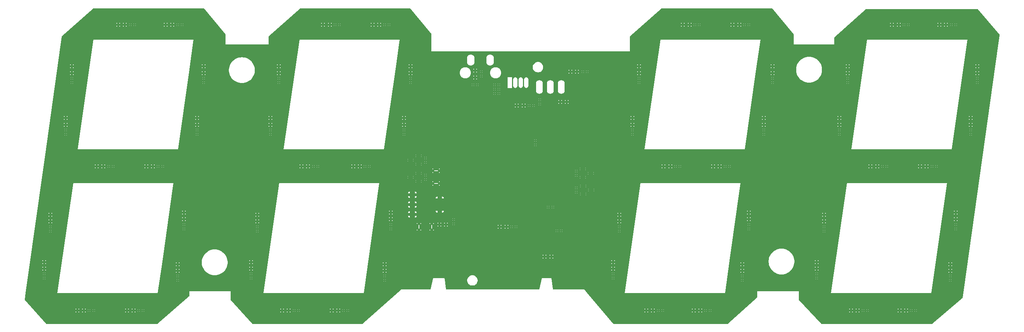
<source format=gto>
G04 #@! TF.GenerationSoftware,KiCad,Pcbnew,8.0.7-unknown-1000.20241230gita20d76c.fc41*
G04 #@! TF.CreationDate,2025-01-11T12:56:06-08:00*
G04 #@! TF.ProjectId,2024-clock-retrofit,32303234-2d63-46c6-9f63-6b2d72657472,rev?*
G04 #@! TF.SameCoordinates,Original*
G04 #@! TF.FileFunction,Legend,Top*
G04 #@! TF.FilePolarity,Positive*
%FSLAX46Y46*%
G04 Gerber Fmt 4.6, Leading zero omitted, Abs format (unit mm)*
G04 Created by KiCad (PCBNEW 8.0.7-unknown-1000.20241230gita20d76c.fc41) date 2025-01-11 12:56:06*
%MOMM*%
%LPD*%
G01*
G04 APERTURE LIST*
G04 Aperture macros list*
%AMRoundRect*
0 Rectangle with rounded corners*
0 $1 Rounding radius*
0 $2 $3 $4 $5 $6 $7 $8 $9 X,Y pos of 4 corners*
0 Add a 4 corners polygon primitive as box body*
4,1,4,$2,$3,$4,$5,$6,$7,$8,$9,$2,$3,0*
0 Add four circle primitives for the rounded corners*
1,1,$1+$1,$2,$3*
1,1,$1+$1,$4,$5*
1,1,$1+$1,$6,$7*
1,1,$1+$1,$8,$9*
0 Add four rect primitives between the rounded corners*
20,1,$1+$1,$2,$3,$4,$5,0*
20,1,$1+$1,$4,$5,$6,$7,0*
20,1,$1+$1,$6,$7,$8,$9,0*
20,1,$1+$1,$8,$9,$2,$3,0*%
G04 Aperture macros list end*
%ADD10C,0.150000*%
%ADD11C,0.120000*%
%ADD12RoundRect,0.135000X0.135000X0.185000X-0.135000X0.185000X-0.135000X-0.185000X0.135000X-0.185000X0*%
%ADD13RoundRect,0.135000X0.185000X-0.135000X0.185000X0.135000X-0.185000X0.135000X-0.185000X-0.135000X0*%
%ADD14RoundRect,0.218750X-0.218750X-0.256250X0.218750X-0.256250X0.218750X0.256250X-0.218750X0.256250X0*%
%ADD15RoundRect,0.150000X-0.587500X-0.150000X0.587500X-0.150000X0.587500X0.150000X-0.587500X0.150000X0*%
%ADD16RoundRect,0.218750X-0.256250X0.218750X-0.256250X-0.218750X0.256250X-0.218750X0.256250X0.218750X0*%
%ADD17RoundRect,0.225000X-0.225000X-0.250000X0.225000X-0.250000X0.225000X0.250000X-0.225000X0.250000X0*%
%ADD18O,1.600000X3.200000*%
%ADD19RoundRect,0.135000X-0.185000X0.135000X-0.185000X-0.135000X0.185000X-0.135000X0.185000X0.135000X0*%
%ADD20RoundRect,0.250000X0.650000X-0.325000X0.650000X0.325000X-0.650000X0.325000X-0.650000X-0.325000X0*%
%ADD21RoundRect,0.225000X0.225000X0.250000X-0.225000X0.250000X-0.225000X-0.250000X0.225000X-0.250000X0*%
%ADD22RoundRect,0.135000X-0.135000X-0.185000X0.135000X-0.185000X0.135000X0.185000X-0.135000X0.185000X0*%
%ADD23RoundRect,0.250000X-0.325000X-0.650000X0.325000X-0.650000X0.325000X0.650000X-0.325000X0.650000X0*%
%ADD24RoundRect,0.218750X0.256250X-0.218750X0.256250X0.218750X-0.256250X0.218750X-0.256250X-0.218750X0*%
%ADD25RoundRect,0.150000X0.587500X0.150000X-0.587500X0.150000X-0.587500X-0.150000X0.587500X-0.150000X0*%
%ADD26R,1.000000X2.500000*%
%ADD27O,1.000000X2.500000*%
%ADD28RoundRect,0.375000X-0.625000X-0.375000X0.625000X-0.375000X0.625000X0.375000X-0.625000X0.375000X0*%
%ADD29RoundRect,0.500000X-0.500000X-1.400000X0.500000X-1.400000X0.500000X1.400000X-0.500000X1.400000X0*%
%ADD30C,2.600000*%
%ADD31O,1.750000X2.625000*%
G04 APERTURE END LIST*
D10*
X91857142Y-101624819D02*
X91523809Y-101148628D01*
X91285714Y-101624819D02*
X91285714Y-100624819D01*
X91285714Y-100624819D02*
X91666666Y-100624819D01*
X91666666Y-100624819D02*
X91761904Y-100672438D01*
X91761904Y-100672438D02*
X91809523Y-100720057D01*
X91809523Y-100720057D02*
X91857142Y-100815295D01*
X91857142Y-100815295D02*
X91857142Y-100958152D01*
X91857142Y-100958152D02*
X91809523Y-101053390D01*
X91809523Y-101053390D02*
X91761904Y-101101009D01*
X91761904Y-101101009D02*
X91666666Y-101148628D01*
X91666666Y-101148628D02*
X91285714Y-101148628D01*
X92809523Y-101624819D02*
X92238095Y-101624819D01*
X92523809Y-101624819D02*
X92523809Y-100624819D01*
X92523809Y-100624819D02*
X92428571Y-100767676D01*
X92428571Y-100767676D02*
X92333333Y-100862914D01*
X92333333Y-100862914D02*
X92238095Y-100910533D01*
X93714285Y-100624819D02*
X93238095Y-100624819D01*
X93238095Y-100624819D02*
X93190476Y-101101009D01*
X93190476Y-101101009D02*
X93238095Y-101053390D01*
X93238095Y-101053390D02*
X93333333Y-101005771D01*
X93333333Y-101005771D02*
X93571428Y-101005771D01*
X93571428Y-101005771D02*
X93666666Y-101053390D01*
X93666666Y-101053390D02*
X93714285Y-101101009D01*
X93714285Y-101101009D02*
X93761904Y-101196247D01*
X93761904Y-101196247D02*
X93761904Y-101434342D01*
X93761904Y-101434342D02*
X93714285Y-101529580D01*
X93714285Y-101529580D02*
X93666666Y-101577200D01*
X93666666Y-101577200D02*
X93571428Y-101624819D01*
X93571428Y-101624819D02*
X93333333Y-101624819D01*
X93333333Y-101624819D02*
X93238095Y-101577200D01*
X93238095Y-101577200D02*
X93190476Y-101529580D01*
X208034819Y-126142857D02*
X207558628Y-126476190D01*
X208034819Y-126714285D02*
X207034819Y-126714285D01*
X207034819Y-126714285D02*
X207034819Y-126333333D01*
X207034819Y-126333333D02*
X207082438Y-126238095D01*
X207082438Y-126238095D02*
X207130057Y-126190476D01*
X207130057Y-126190476D02*
X207225295Y-126142857D01*
X207225295Y-126142857D02*
X207368152Y-126142857D01*
X207368152Y-126142857D02*
X207463390Y-126190476D01*
X207463390Y-126190476D02*
X207511009Y-126238095D01*
X207511009Y-126238095D02*
X207558628Y-126333333D01*
X207558628Y-126333333D02*
X207558628Y-126714285D01*
X207034819Y-125238095D02*
X207034819Y-125714285D01*
X207034819Y-125714285D02*
X207511009Y-125761904D01*
X207511009Y-125761904D02*
X207463390Y-125714285D01*
X207463390Y-125714285D02*
X207415771Y-125619047D01*
X207415771Y-125619047D02*
X207415771Y-125380952D01*
X207415771Y-125380952D02*
X207463390Y-125285714D01*
X207463390Y-125285714D02*
X207511009Y-125238095D01*
X207511009Y-125238095D02*
X207606247Y-125190476D01*
X207606247Y-125190476D02*
X207844342Y-125190476D01*
X207844342Y-125190476D02*
X207939580Y-125238095D01*
X207939580Y-125238095D02*
X207987200Y-125285714D01*
X207987200Y-125285714D02*
X208034819Y-125380952D01*
X208034819Y-125380952D02*
X208034819Y-125619047D01*
X208034819Y-125619047D02*
X207987200Y-125714285D01*
X207987200Y-125714285D02*
X207939580Y-125761904D01*
X207034819Y-124857142D02*
X207034819Y-124238095D01*
X207034819Y-124238095D02*
X207415771Y-124571428D01*
X207415771Y-124571428D02*
X207415771Y-124428571D01*
X207415771Y-124428571D02*
X207463390Y-124333333D01*
X207463390Y-124333333D02*
X207511009Y-124285714D01*
X207511009Y-124285714D02*
X207606247Y-124238095D01*
X207606247Y-124238095D02*
X207844342Y-124238095D01*
X207844342Y-124238095D02*
X207939580Y-124285714D01*
X207939580Y-124285714D02*
X207987200Y-124333333D01*
X207987200Y-124333333D02*
X208034819Y-124428571D01*
X208034819Y-124428571D02*
X208034819Y-124714285D01*
X208034819Y-124714285D02*
X207987200Y-124809523D01*
X207987200Y-124809523D02*
X207939580Y-124857142D01*
X168785714Y-132524819D02*
X168785714Y-131524819D01*
X168785714Y-131524819D02*
X169023809Y-131524819D01*
X169023809Y-131524819D02*
X169166666Y-131572438D01*
X169166666Y-131572438D02*
X169261904Y-131667676D01*
X169261904Y-131667676D02*
X169309523Y-131762914D01*
X169309523Y-131762914D02*
X169357142Y-131953390D01*
X169357142Y-131953390D02*
X169357142Y-132096247D01*
X169357142Y-132096247D02*
X169309523Y-132286723D01*
X169309523Y-132286723D02*
X169261904Y-132381961D01*
X169261904Y-132381961D02*
X169166666Y-132477200D01*
X169166666Y-132477200D02*
X169023809Y-132524819D01*
X169023809Y-132524819D02*
X168785714Y-132524819D01*
X170261904Y-131524819D02*
X169785714Y-131524819D01*
X169785714Y-131524819D02*
X169738095Y-132001009D01*
X169738095Y-132001009D02*
X169785714Y-131953390D01*
X169785714Y-131953390D02*
X169880952Y-131905771D01*
X169880952Y-131905771D02*
X170119047Y-131905771D01*
X170119047Y-131905771D02*
X170214285Y-131953390D01*
X170214285Y-131953390D02*
X170261904Y-132001009D01*
X170261904Y-132001009D02*
X170309523Y-132096247D01*
X170309523Y-132096247D02*
X170309523Y-132334342D01*
X170309523Y-132334342D02*
X170261904Y-132429580D01*
X170261904Y-132429580D02*
X170214285Y-132477200D01*
X170214285Y-132477200D02*
X170119047Y-132524819D01*
X170119047Y-132524819D02*
X169880952Y-132524819D01*
X169880952Y-132524819D02*
X169785714Y-132477200D01*
X169785714Y-132477200D02*
X169738095Y-132429580D01*
X170642857Y-131524819D02*
X171261904Y-131524819D01*
X171261904Y-131524819D02*
X170928571Y-131905771D01*
X170928571Y-131905771D02*
X171071428Y-131905771D01*
X171071428Y-131905771D02*
X171166666Y-131953390D01*
X171166666Y-131953390D02*
X171214285Y-132001009D01*
X171214285Y-132001009D02*
X171261904Y-132096247D01*
X171261904Y-132096247D02*
X171261904Y-132334342D01*
X171261904Y-132334342D02*
X171214285Y-132429580D01*
X171214285Y-132429580D02*
X171166666Y-132477200D01*
X171166666Y-132477200D02*
X171071428Y-132524819D01*
X171071428Y-132524819D02*
X170785714Y-132524819D01*
X170785714Y-132524819D02*
X170690476Y-132477200D01*
X170690476Y-132477200D02*
X170642857Y-132429580D01*
X158404761Y-101050057D02*
X158309523Y-101002438D01*
X158309523Y-101002438D02*
X158214285Y-100907200D01*
X158214285Y-100907200D02*
X158071428Y-100764342D01*
X158071428Y-100764342D02*
X157976190Y-100716723D01*
X157976190Y-100716723D02*
X157880952Y-100716723D01*
X157928571Y-100954819D02*
X157833333Y-100907200D01*
X157833333Y-100907200D02*
X157738095Y-100811961D01*
X157738095Y-100811961D02*
X157690476Y-100621485D01*
X157690476Y-100621485D02*
X157690476Y-100288152D01*
X157690476Y-100288152D02*
X157738095Y-100097676D01*
X157738095Y-100097676D02*
X157833333Y-100002438D01*
X157833333Y-100002438D02*
X157928571Y-99954819D01*
X157928571Y-99954819D02*
X158119047Y-99954819D01*
X158119047Y-99954819D02*
X158214285Y-100002438D01*
X158214285Y-100002438D02*
X158309523Y-100097676D01*
X158309523Y-100097676D02*
X158357142Y-100288152D01*
X158357142Y-100288152D02*
X158357142Y-100621485D01*
X158357142Y-100621485D02*
X158309523Y-100811961D01*
X158309523Y-100811961D02*
X158214285Y-100907200D01*
X158214285Y-100907200D02*
X158119047Y-100954819D01*
X158119047Y-100954819D02*
X157928571Y-100954819D01*
X158690476Y-99954819D02*
X159309523Y-99954819D01*
X159309523Y-99954819D02*
X158976190Y-100335771D01*
X158976190Y-100335771D02*
X159119047Y-100335771D01*
X159119047Y-100335771D02*
X159214285Y-100383390D01*
X159214285Y-100383390D02*
X159261904Y-100431009D01*
X159261904Y-100431009D02*
X159309523Y-100526247D01*
X159309523Y-100526247D02*
X159309523Y-100764342D01*
X159309523Y-100764342D02*
X159261904Y-100859580D01*
X159261904Y-100859580D02*
X159214285Y-100907200D01*
X159214285Y-100907200D02*
X159119047Y-100954819D01*
X159119047Y-100954819D02*
X158833333Y-100954819D01*
X158833333Y-100954819D02*
X158738095Y-100907200D01*
X158738095Y-100907200D02*
X158690476Y-100859580D01*
X57761905Y-66024819D02*
X57761905Y-65024819D01*
X57761905Y-65024819D02*
X58000000Y-65024819D01*
X58000000Y-65024819D02*
X58142857Y-65072438D01*
X58142857Y-65072438D02*
X58238095Y-65167676D01*
X58238095Y-65167676D02*
X58285714Y-65262914D01*
X58285714Y-65262914D02*
X58333333Y-65453390D01*
X58333333Y-65453390D02*
X58333333Y-65596247D01*
X58333333Y-65596247D02*
X58285714Y-65786723D01*
X58285714Y-65786723D02*
X58238095Y-65881961D01*
X58238095Y-65881961D02*
X58142857Y-65977200D01*
X58142857Y-65977200D02*
X58000000Y-66024819D01*
X58000000Y-66024819D02*
X57761905Y-66024819D01*
X58714286Y-65120057D02*
X58761905Y-65072438D01*
X58761905Y-65072438D02*
X58857143Y-65024819D01*
X58857143Y-65024819D02*
X59095238Y-65024819D01*
X59095238Y-65024819D02*
X59190476Y-65072438D01*
X59190476Y-65072438D02*
X59238095Y-65120057D01*
X59238095Y-65120057D02*
X59285714Y-65215295D01*
X59285714Y-65215295D02*
X59285714Y-65310533D01*
X59285714Y-65310533D02*
X59238095Y-65453390D01*
X59238095Y-65453390D02*
X58666667Y-66024819D01*
X58666667Y-66024819D02*
X59285714Y-66024819D01*
X52785714Y-99024819D02*
X52785714Y-98024819D01*
X52785714Y-98024819D02*
X53023809Y-98024819D01*
X53023809Y-98024819D02*
X53166666Y-98072438D01*
X53166666Y-98072438D02*
X53261904Y-98167676D01*
X53261904Y-98167676D02*
X53309523Y-98262914D01*
X53309523Y-98262914D02*
X53357142Y-98453390D01*
X53357142Y-98453390D02*
X53357142Y-98596247D01*
X53357142Y-98596247D02*
X53309523Y-98786723D01*
X53309523Y-98786723D02*
X53261904Y-98881961D01*
X53261904Y-98881961D02*
X53166666Y-98977200D01*
X53166666Y-98977200D02*
X53023809Y-99024819D01*
X53023809Y-99024819D02*
X52785714Y-99024819D01*
X54309523Y-99024819D02*
X53738095Y-99024819D01*
X54023809Y-99024819D02*
X54023809Y-98024819D01*
X54023809Y-98024819D02*
X53928571Y-98167676D01*
X53928571Y-98167676D02*
X53833333Y-98262914D01*
X53833333Y-98262914D02*
X53738095Y-98310533D01*
X55166666Y-98358152D02*
X55166666Y-99024819D01*
X54928571Y-97977200D02*
X54690476Y-98691485D01*
X54690476Y-98691485D02*
X55309523Y-98691485D01*
X78284819Y-115142857D02*
X77808628Y-115476190D01*
X78284819Y-115714285D02*
X77284819Y-115714285D01*
X77284819Y-115714285D02*
X77284819Y-115333333D01*
X77284819Y-115333333D02*
X77332438Y-115238095D01*
X77332438Y-115238095D02*
X77380057Y-115190476D01*
X77380057Y-115190476D02*
X77475295Y-115142857D01*
X77475295Y-115142857D02*
X77618152Y-115142857D01*
X77618152Y-115142857D02*
X77713390Y-115190476D01*
X77713390Y-115190476D02*
X77761009Y-115238095D01*
X77761009Y-115238095D02*
X77808628Y-115333333D01*
X77808628Y-115333333D02*
X77808628Y-115714285D01*
X78284819Y-114190476D02*
X78284819Y-114761904D01*
X78284819Y-114476190D02*
X77284819Y-114476190D01*
X77284819Y-114476190D02*
X77427676Y-114571428D01*
X77427676Y-114571428D02*
X77522914Y-114666666D01*
X77522914Y-114666666D02*
X77570533Y-114761904D01*
X78284819Y-113714285D02*
X78284819Y-113523809D01*
X78284819Y-113523809D02*
X78237200Y-113428571D01*
X78237200Y-113428571D02*
X78189580Y-113380952D01*
X78189580Y-113380952D02*
X78046723Y-113285714D01*
X78046723Y-113285714D02*
X77856247Y-113238095D01*
X77856247Y-113238095D02*
X77475295Y-113238095D01*
X77475295Y-113238095D02*
X77380057Y-113285714D01*
X77380057Y-113285714D02*
X77332438Y-113333333D01*
X77332438Y-113333333D02*
X77284819Y-113428571D01*
X77284819Y-113428571D02*
X77284819Y-113619047D01*
X77284819Y-113619047D02*
X77332438Y-113714285D01*
X77332438Y-113714285D02*
X77380057Y-113761904D01*
X77380057Y-113761904D02*
X77475295Y-113809523D01*
X77475295Y-113809523D02*
X77713390Y-113809523D01*
X77713390Y-113809523D02*
X77808628Y-113761904D01*
X77808628Y-113761904D02*
X77856247Y-113714285D01*
X77856247Y-113714285D02*
X77903866Y-113619047D01*
X77903866Y-113619047D02*
X77903866Y-113428571D01*
X77903866Y-113428571D02*
X77856247Y-113333333D01*
X77856247Y-113333333D02*
X77808628Y-113285714D01*
X77808628Y-113285714D02*
X77713390Y-113238095D01*
X247884819Y-78714285D02*
X246884819Y-78714285D01*
X246884819Y-78714285D02*
X246884819Y-78476190D01*
X246884819Y-78476190D02*
X246932438Y-78333333D01*
X246932438Y-78333333D02*
X247027676Y-78238095D01*
X247027676Y-78238095D02*
X247122914Y-78190476D01*
X247122914Y-78190476D02*
X247313390Y-78142857D01*
X247313390Y-78142857D02*
X247456247Y-78142857D01*
X247456247Y-78142857D02*
X247646723Y-78190476D01*
X247646723Y-78190476D02*
X247741961Y-78238095D01*
X247741961Y-78238095D02*
X247837200Y-78333333D01*
X247837200Y-78333333D02*
X247884819Y-78476190D01*
X247884819Y-78476190D02*
X247884819Y-78714285D01*
X246884819Y-77809523D02*
X246884819Y-77190476D01*
X246884819Y-77190476D02*
X247265771Y-77523809D01*
X247265771Y-77523809D02*
X247265771Y-77380952D01*
X247265771Y-77380952D02*
X247313390Y-77285714D01*
X247313390Y-77285714D02*
X247361009Y-77238095D01*
X247361009Y-77238095D02*
X247456247Y-77190476D01*
X247456247Y-77190476D02*
X247694342Y-77190476D01*
X247694342Y-77190476D02*
X247789580Y-77238095D01*
X247789580Y-77238095D02*
X247837200Y-77285714D01*
X247837200Y-77285714D02*
X247884819Y-77380952D01*
X247884819Y-77380952D02*
X247884819Y-77666666D01*
X247884819Y-77666666D02*
X247837200Y-77761904D01*
X247837200Y-77761904D02*
X247789580Y-77809523D01*
X246884819Y-76333333D02*
X246884819Y-76523809D01*
X246884819Y-76523809D02*
X246932438Y-76619047D01*
X246932438Y-76619047D02*
X246980057Y-76666666D01*
X246980057Y-76666666D02*
X247122914Y-76761904D01*
X247122914Y-76761904D02*
X247313390Y-76809523D01*
X247313390Y-76809523D02*
X247694342Y-76809523D01*
X247694342Y-76809523D02*
X247789580Y-76761904D01*
X247789580Y-76761904D02*
X247837200Y-76714285D01*
X247837200Y-76714285D02*
X247884819Y-76619047D01*
X247884819Y-76619047D02*
X247884819Y-76428571D01*
X247884819Y-76428571D02*
X247837200Y-76333333D01*
X247837200Y-76333333D02*
X247789580Y-76285714D01*
X247789580Y-76285714D02*
X247694342Y-76238095D01*
X247694342Y-76238095D02*
X247456247Y-76238095D01*
X247456247Y-76238095D02*
X247361009Y-76285714D01*
X247361009Y-76285714D02*
X247313390Y-76333333D01*
X247313390Y-76333333D02*
X247265771Y-76428571D01*
X247265771Y-76428571D02*
X247265771Y-76619047D01*
X247265771Y-76619047D02*
X247313390Y-76714285D01*
X247313390Y-76714285D02*
X247361009Y-76761904D01*
X247361009Y-76761904D02*
X247456247Y-76809523D01*
X179785714Y-132524819D02*
X179785714Y-131524819D01*
X179785714Y-131524819D02*
X180023809Y-131524819D01*
X180023809Y-131524819D02*
X180166666Y-131572438D01*
X180166666Y-131572438D02*
X180261904Y-131667676D01*
X180261904Y-131667676D02*
X180309523Y-131762914D01*
X180309523Y-131762914D02*
X180357142Y-131953390D01*
X180357142Y-131953390D02*
X180357142Y-132096247D01*
X180357142Y-132096247D02*
X180309523Y-132286723D01*
X180309523Y-132286723D02*
X180261904Y-132381961D01*
X180261904Y-132381961D02*
X180166666Y-132477200D01*
X180166666Y-132477200D02*
X180023809Y-132524819D01*
X180023809Y-132524819D02*
X179785714Y-132524819D01*
X181261904Y-131524819D02*
X180785714Y-131524819D01*
X180785714Y-131524819D02*
X180738095Y-132001009D01*
X180738095Y-132001009D02*
X180785714Y-131953390D01*
X180785714Y-131953390D02*
X180880952Y-131905771D01*
X180880952Y-131905771D02*
X181119047Y-131905771D01*
X181119047Y-131905771D02*
X181214285Y-131953390D01*
X181214285Y-131953390D02*
X181261904Y-132001009D01*
X181261904Y-132001009D02*
X181309523Y-132096247D01*
X181309523Y-132096247D02*
X181309523Y-132334342D01*
X181309523Y-132334342D02*
X181261904Y-132429580D01*
X181261904Y-132429580D02*
X181214285Y-132477200D01*
X181214285Y-132477200D02*
X181119047Y-132524819D01*
X181119047Y-132524819D02*
X180880952Y-132524819D01*
X180880952Y-132524819D02*
X180785714Y-132477200D01*
X180785714Y-132477200D02*
X180738095Y-132429580D01*
X182166666Y-131858152D02*
X182166666Y-132524819D01*
X181928571Y-131477200D02*
X181690476Y-132191485D01*
X181690476Y-132191485D02*
X182309523Y-132191485D01*
X235357142Y-101624819D02*
X235023809Y-101148628D01*
X234785714Y-101624819D02*
X234785714Y-100624819D01*
X234785714Y-100624819D02*
X235166666Y-100624819D01*
X235166666Y-100624819D02*
X235261904Y-100672438D01*
X235261904Y-100672438D02*
X235309523Y-100720057D01*
X235309523Y-100720057D02*
X235357142Y-100815295D01*
X235357142Y-100815295D02*
X235357142Y-100958152D01*
X235357142Y-100958152D02*
X235309523Y-101053390D01*
X235309523Y-101053390D02*
X235261904Y-101101009D01*
X235261904Y-101101009D02*
X235166666Y-101148628D01*
X235166666Y-101148628D02*
X234785714Y-101148628D01*
X236214285Y-100958152D02*
X236214285Y-101624819D01*
X235976190Y-100577200D02*
X235738095Y-101291485D01*
X235738095Y-101291485D02*
X236357142Y-101291485D01*
X237166666Y-100624819D02*
X236976190Y-100624819D01*
X236976190Y-100624819D02*
X236880952Y-100672438D01*
X236880952Y-100672438D02*
X236833333Y-100720057D01*
X236833333Y-100720057D02*
X236738095Y-100862914D01*
X236738095Y-100862914D02*
X236690476Y-101053390D01*
X236690476Y-101053390D02*
X236690476Y-101434342D01*
X236690476Y-101434342D02*
X236738095Y-101529580D01*
X236738095Y-101529580D02*
X236785714Y-101577200D01*
X236785714Y-101577200D02*
X236880952Y-101624819D01*
X236880952Y-101624819D02*
X237071428Y-101624819D01*
X237071428Y-101624819D02*
X237166666Y-101577200D01*
X237166666Y-101577200D02*
X237214285Y-101529580D01*
X237214285Y-101529580D02*
X237261904Y-101434342D01*
X237261904Y-101434342D02*
X237261904Y-101196247D01*
X237261904Y-101196247D02*
X237214285Y-101101009D01*
X237214285Y-101101009D02*
X237166666Y-101053390D01*
X237166666Y-101053390D02*
X237071428Y-101005771D01*
X237071428Y-101005771D02*
X236880952Y-101005771D01*
X236880952Y-101005771D02*
X236785714Y-101053390D01*
X236785714Y-101053390D02*
X236738095Y-101101009D01*
X236738095Y-101101009D02*
X236690476Y-101196247D01*
X175857142Y-101624819D02*
X175523809Y-101148628D01*
X175285714Y-101624819D02*
X175285714Y-100624819D01*
X175285714Y-100624819D02*
X175666666Y-100624819D01*
X175666666Y-100624819D02*
X175761904Y-100672438D01*
X175761904Y-100672438D02*
X175809523Y-100720057D01*
X175809523Y-100720057D02*
X175857142Y-100815295D01*
X175857142Y-100815295D02*
X175857142Y-100958152D01*
X175857142Y-100958152D02*
X175809523Y-101053390D01*
X175809523Y-101053390D02*
X175761904Y-101101009D01*
X175761904Y-101101009D02*
X175666666Y-101148628D01*
X175666666Y-101148628D02*
X175285714Y-101148628D01*
X176714285Y-100958152D02*
X176714285Y-101624819D01*
X176476190Y-100577200D02*
X176238095Y-101291485D01*
X176238095Y-101291485D02*
X176857142Y-101291485D01*
X177142857Y-100624819D02*
X177761904Y-100624819D01*
X177761904Y-100624819D02*
X177428571Y-101005771D01*
X177428571Y-101005771D02*
X177571428Y-101005771D01*
X177571428Y-101005771D02*
X177666666Y-101053390D01*
X177666666Y-101053390D02*
X177714285Y-101101009D01*
X177714285Y-101101009D02*
X177761904Y-101196247D01*
X177761904Y-101196247D02*
X177761904Y-101434342D01*
X177761904Y-101434342D02*
X177714285Y-101529580D01*
X177714285Y-101529580D02*
X177666666Y-101577200D01*
X177666666Y-101577200D02*
X177571428Y-101624819D01*
X177571428Y-101624819D02*
X177285714Y-101624819D01*
X177285714Y-101624819D02*
X177190476Y-101577200D01*
X177190476Y-101577200D02*
X177142857Y-101529580D01*
X60833333Y-68624819D02*
X60500000Y-68148628D01*
X60261905Y-68624819D02*
X60261905Y-67624819D01*
X60261905Y-67624819D02*
X60642857Y-67624819D01*
X60642857Y-67624819D02*
X60738095Y-67672438D01*
X60738095Y-67672438D02*
X60785714Y-67720057D01*
X60785714Y-67720057D02*
X60833333Y-67815295D01*
X60833333Y-67815295D02*
X60833333Y-67958152D01*
X60833333Y-67958152D02*
X60785714Y-68053390D01*
X60785714Y-68053390D02*
X60738095Y-68101009D01*
X60738095Y-68101009D02*
X60642857Y-68148628D01*
X60642857Y-68148628D02*
X60261905Y-68148628D01*
X61214286Y-67720057D02*
X61261905Y-67672438D01*
X61261905Y-67672438D02*
X61357143Y-67624819D01*
X61357143Y-67624819D02*
X61595238Y-67624819D01*
X61595238Y-67624819D02*
X61690476Y-67672438D01*
X61690476Y-67672438D02*
X61738095Y-67720057D01*
X61738095Y-67720057D02*
X61785714Y-67815295D01*
X61785714Y-67815295D02*
X61785714Y-67910533D01*
X61785714Y-67910533D02*
X61738095Y-68053390D01*
X61738095Y-68053390D02*
X61166667Y-68624819D01*
X61166667Y-68624819D02*
X61785714Y-68624819D01*
X111884819Y-112714285D02*
X110884819Y-112714285D01*
X110884819Y-112714285D02*
X110884819Y-112476190D01*
X110884819Y-112476190D02*
X110932438Y-112333333D01*
X110932438Y-112333333D02*
X111027676Y-112238095D01*
X111027676Y-112238095D02*
X111122914Y-112190476D01*
X111122914Y-112190476D02*
X111313390Y-112142857D01*
X111313390Y-112142857D02*
X111456247Y-112142857D01*
X111456247Y-112142857D02*
X111646723Y-112190476D01*
X111646723Y-112190476D02*
X111741961Y-112238095D01*
X111741961Y-112238095D02*
X111837200Y-112333333D01*
X111837200Y-112333333D02*
X111884819Y-112476190D01*
X111884819Y-112476190D02*
X111884819Y-112714285D01*
X110980057Y-111761904D02*
X110932438Y-111714285D01*
X110932438Y-111714285D02*
X110884819Y-111619047D01*
X110884819Y-111619047D02*
X110884819Y-111380952D01*
X110884819Y-111380952D02*
X110932438Y-111285714D01*
X110932438Y-111285714D02*
X110980057Y-111238095D01*
X110980057Y-111238095D02*
X111075295Y-111190476D01*
X111075295Y-111190476D02*
X111170533Y-111190476D01*
X111170533Y-111190476D02*
X111313390Y-111238095D01*
X111313390Y-111238095D02*
X111884819Y-111809523D01*
X111884819Y-111809523D02*
X111884819Y-111190476D01*
X110884819Y-110571428D02*
X110884819Y-110476190D01*
X110884819Y-110476190D02*
X110932438Y-110380952D01*
X110932438Y-110380952D02*
X110980057Y-110333333D01*
X110980057Y-110333333D02*
X111075295Y-110285714D01*
X111075295Y-110285714D02*
X111265771Y-110238095D01*
X111265771Y-110238095D02*
X111503866Y-110238095D01*
X111503866Y-110238095D02*
X111694342Y-110285714D01*
X111694342Y-110285714D02*
X111789580Y-110333333D01*
X111789580Y-110333333D02*
X111837200Y-110380952D01*
X111837200Y-110380952D02*
X111884819Y-110476190D01*
X111884819Y-110476190D02*
X111884819Y-110571428D01*
X111884819Y-110571428D02*
X111837200Y-110666666D01*
X111837200Y-110666666D02*
X111789580Y-110714285D01*
X111789580Y-110714285D02*
X111694342Y-110761904D01*
X111694342Y-110761904D02*
X111503866Y-110809523D01*
X111503866Y-110809523D02*
X111265771Y-110809523D01*
X111265771Y-110809523D02*
X111075295Y-110761904D01*
X111075295Y-110761904D02*
X110980057Y-110714285D01*
X110980057Y-110714285D02*
X110932438Y-110666666D01*
X110932438Y-110666666D02*
X110884819Y-110571428D01*
X243784819Y-92642857D02*
X243308628Y-92976190D01*
X243784819Y-93214285D02*
X242784819Y-93214285D01*
X242784819Y-93214285D02*
X242784819Y-92833333D01*
X242784819Y-92833333D02*
X242832438Y-92738095D01*
X242832438Y-92738095D02*
X242880057Y-92690476D01*
X242880057Y-92690476D02*
X242975295Y-92642857D01*
X242975295Y-92642857D02*
X243118152Y-92642857D01*
X243118152Y-92642857D02*
X243213390Y-92690476D01*
X243213390Y-92690476D02*
X243261009Y-92738095D01*
X243261009Y-92738095D02*
X243308628Y-92833333D01*
X243308628Y-92833333D02*
X243308628Y-93214285D01*
X243118152Y-91785714D02*
X243784819Y-91785714D01*
X242737200Y-92023809D02*
X243451485Y-92261904D01*
X243451485Y-92261904D02*
X243451485Y-91642857D01*
X242880057Y-91309523D02*
X242832438Y-91261904D01*
X242832438Y-91261904D02*
X242784819Y-91166666D01*
X242784819Y-91166666D02*
X242784819Y-90928571D01*
X242784819Y-90928571D02*
X242832438Y-90833333D01*
X242832438Y-90833333D02*
X242880057Y-90785714D01*
X242880057Y-90785714D02*
X242975295Y-90738095D01*
X242975295Y-90738095D02*
X243070533Y-90738095D01*
X243070533Y-90738095D02*
X243213390Y-90785714D01*
X243213390Y-90785714D02*
X243784819Y-91357142D01*
X243784819Y-91357142D02*
X243784819Y-90738095D01*
X44357142Y-101624819D02*
X44023809Y-101148628D01*
X43785714Y-101624819D02*
X43785714Y-100624819D01*
X43785714Y-100624819D02*
X44166666Y-100624819D01*
X44166666Y-100624819D02*
X44261904Y-100672438D01*
X44261904Y-100672438D02*
X44309523Y-100720057D01*
X44309523Y-100720057D02*
X44357142Y-100815295D01*
X44357142Y-100815295D02*
X44357142Y-100958152D01*
X44357142Y-100958152D02*
X44309523Y-101053390D01*
X44309523Y-101053390D02*
X44261904Y-101101009D01*
X44261904Y-101101009D02*
X44166666Y-101148628D01*
X44166666Y-101148628D02*
X43785714Y-101148628D01*
X45309523Y-101624819D02*
X44738095Y-101624819D01*
X45023809Y-101624819D02*
X45023809Y-100624819D01*
X45023809Y-100624819D02*
X44928571Y-100767676D01*
X44928571Y-100767676D02*
X44833333Y-100862914D01*
X44833333Y-100862914D02*
X44738095Y-100910533D01*
X45642857Y-100624819D02*
X46261904Y-100624819D01*
X46261904Y-100624819D02*
X45928571Y-101005771D01*
X45928571Y-101005771D02*
X46071428Y-101005771D01*
X46071428Y-101005771D02*
X46166666Y-101053390D01*
X46166666Y-101053390D02*
X46214285Y-101101009D01*
X46214285Y-101101009D02*
X46261904Y-101196247D01*
X46261904Y-101196247D02*
X46261904Y-101434342D01*
X46261904Y-101434342D02*
X46214285Y-101529580D01*
X46214285Y-101529580D02*
X46166666Y-101577200D01*
X46166666Y-101577200D02*
X46071428Y-101624819D01*
X46071428Y-101624819D02*
X45785714Y-101624819D01*
X45785714Y-101624819D02*
X45690476Y-101577200D01*
X45690476Y-101577200D02*
X45642857Y-101529580D01*
X55857142Y-101624819D02*
X55523809Y-101148628D01*
X55285714Y-101624819D02*
X55285714Y-100624819D01*
X55285714Y-100624819D02*
X55666666Y-100624819D01*
X55666666Y-100624819D02*
X55761904Y-100672438D01*
X55761904Y-100672438D02*
X55809523Y-100720057D01*
X55809523Y-100720057D02*
X55857142Y-100815295D01*
X55857142Y-100815295D02*
X55857142Y-100958152D01*
X55857142Y-100958152D02*
X55809523Y-101053390D01*
X55809523Y-101053390D02*
X55761904Y-101101009D01*
X55761904Y-101101009D02*
X55666666Y-101148628D01*
X55666666Y-101148628D02*
X55285714Y-101148628D01*
X56809523Y-101624819D02*
X56238095Y-101624819D01*
X56523809Y-101624819D02*
X56523809Y-100624819D01*
X56523809Y-100624819D02*
X56428571Y-100767676D01*
X56428571Y-100767676D02*
X56333333Y-100862914D01*
X56333333Y-100862914D02*
X56238095Y-100910533D01*
X57666666Y-100958152D02*
X57666666Y-101624819D01*
X57428571Y-100577200D02*
X57190476Y-101291485D01*
X57190476Y-101291485D02*
X57809523Y-101291485D01*
X131785714Y-114454819D02*
X131785714Y-113454819D01*
X131785714Y-113454819D02*
X132023809Y-113454819D01*
X132023809Y-113454819D02*
X132166666Y-113502438D01*
X132166666Y-113502438D02*
X132261904Y-113597676D01*
X132261904Y-113597676D02*
X132309523Y-113692914D01*
X132309523Y-113692914D02*
X132357142Y-113883390D01*
X132357142Y-113883390D02*
X132357142Y-114026247D01*
X132357142Y-114026247D02*
X132309523Y-114216723D01*
X132309523Y-114216723D02*
X132261904Y-114311961D01*
X132261904Y-114311961D02*
X132166666Y-114407200D01*
X132166666Y-114407200D02*
X132023809Y-114454819D01*
X132023809Y-114454819D02*
X131785714Y-114454819D01*
X133214285Y-113454819D02*
X133023809Y-113454819D01*
X133023809Y-113454819D02*
X132928571Y-113502438D01*
X132928571Y-113502438D02*
X132880952Y-113550057D01*
X132880952Y-113550057D02*
X132785714Y-113692914D01*
X132785714Y-113692914D02*
X132738095Y-113883390D01*
X132738095Y-113883390D02*
X132738095Y-114264342D01*
X132738095Y-114264342D02*
X132785714Y-114359580D01*
X132785714Y-114359580D02*
X132833333Y-114407200D01*
X132833333Y-114407200D02*
X132928571Y-114454819D01*
X132928571Y-114454819D02*
X133119047Y-114454819D01*
X133119047Y-114454819D02*
X133214285Y-114407200D01*
X133214285Y-114407200D02*
X133261904Y-114359580D01*
X133261904Y-114359580D02*
X133309523Y-114264342D01*
X133309523Y-114264342D02*
X133309523Y-114026247D01*
X133309523Y-114026247D02*
X133261904Y-113931009D01*
X133261904Y-113931009D02*
X133214285Y-113883390D01*
X133214285Y-113883390D02*
X133119047Y-113835771D01*
X133119047Y-113835771D02*
X132928571Y-113835771D01*
X132928571Y-113835771D02*
X132833333Y-113883390D01*
X132833333Y-113883390D02*
X132785714Y-113931009D01*
X132785714Y-113931009D02*
X132738095Y-114026247D01*
X134261904Y-114454819D02*
X133690476Y-114454819D01*
X133976190Y-114454819D02*
X133976190Y-113454819D01*
X133976190Y-113454819D02*
X133880952Y-113597676D01*
X133880952Y-113597676D02*
X133785714Y-113692914D01*
X133785714Y-113692914D02*
X133690476Y-113740533D01*
X212384819Y-113214285D02*
X211384819Y-113214285D01*
X211384819Y-113214285D02*
X211384819Y-112976190D01*
X211384819Y-112976190D02*
X211432438Y-112833333D01*
X211432438Y-112833333D02*
X211527676Y-112738095D01*
X211527676Y-112738095D02*
X211622914Y-112690476D01*
X211622914Y-112690476D02*
X211813390Y-112642857D01*
X211813390Y-112642857D02*
X211956247Y-112642857D01*
X211956247Y-112642857D02*
X212146723Y-112690476D01*
X212146723Y-112690476D02*
X212241961Y-112738095D01*
X212241961Y-112738095D02*
X212337200Y-112833333D01*
X212337200Y-112833333D02*
X212384819Y-112976190D01*
X212384819Y-112976190D02*
X212384819Y-113214285D01*
X211718152Y-111785714D02*
X212384819Y-111785714D01*
X211337200Y-112023809D02*
X212051485Y-112261904D01*
X212051485Y-112261904D02*
X212051485Y-111642857D01*
X211384819Y-111357142D02*
X211384819Y-110690476D01*
X211384819Y-110690476D02*
X212384819Y-111119047D01*
X65784819Y-80166666D02*
X65308628Y-80499999D01*
X65784819Y-80738094D02*
X64784819Y-80738094D01*
X64784819Y-80738094D02*
X64784819Y-80357142D01*
X64784819Y-80357142D02*
X64832438Y-80261904D01*
X64832438Y-80261904D02*
X64880057Y-80214285D01*
X64880057Y-80214285D02*
X64975295Y-80166666D01*
X64975295Y-80166666D02*
X65118152Y-80166666D01*
X65118152Y-80166666D02*
X65213390Y-80214285D01*
X65213390Y-80214285D02*
X65261009Y-80261904D01*
X65261009Y-80261904D02*
X65308628Y-80357142D01*
X65308628Y-80357142D02*
X65308628Y-80738094D01*
X64784819Y-79309523D02*
X64784819Y-79499999D01*
X64784819Y-79499999D02*
X64832438Y-79595237D01*
X64832438Y-79595237D02*
X64880057Y-79642856D01*
X64880057Y-79642856D02*
X65022914Y-79738094D01*
X65022914Y-79738094D02*
X65213390Y-79785713D01*
X65213390Y-79785713D02*
X65594342Y-79785713D01*
X65594342Y-79785713D02*
X65689580Y-79738094D01*
X65689580Y-79738094D02*
X65737200Y-79690475D01*
X65737200Y-79690475D02*
X65784819Y-79595237D01*
X65784819Y-79595237D02*
X65784819Y-79404761D01*
X65784819Y-79404761D02*
X65737200Y-79309523D01*
X65737200Y-79309523D02*
X65689580Y-79261904D01*
X65689580Y-79261904D02*
X65594342Y-79214285D01*
X65594342Y-79214285D02*
X65356247Y-79214285D01*
X65356247Y-79214285D02*
X65261009Y-79261904D01*
X65261009Y-79261904D02*
X65213390Y-79309523D01*
X65213390Y-79309523D02*
X65165771Y-79404761D01*
X65165771Y-79404761D02*
X65165771Y-79595237D01*
X65165771Y-79595237D02*
X65213390Y-79690475D01*
X65213390Y-79690475D02*
X65261009Y-79738094D01*
X65261009Y-79738094D02*
X65356247Y-79785713D01*
X108833333Y-68624819D02*
X108500000Y-68148628D01*
X108261905Y-68624819D02*
X108261905Y-67624819D01*
X108261905Y-67624819D02*
X108642857Y-67624819D01*
X108642857Y-67624819D02*
X108738095Y-67672438D01*
X108738095Y-67672438D02*
X108785714Y-67720057D01*
X108785714Y-67720057D02*
X108833333Y-67815295D01*
X108833333Y-67815295D02*
X108833333Y-67958152D01*
X108833333Y-67958152D02*
X108785714Y-68053390D01*
X108785714Y-68053390D02*
X108738095Y-68101009D01*
X108738095Y-68101009D02*
X108642857Y-68148628D01*
X108642857Y-68148628D02*
X108261905Y-68148628D01*
X109690476Y-67958152D02*
X109690476Y-68624819D01*
X109452381Y-67577200D02*
X109214286Y-68291485D01*
X109214286Y-68291485D02*
X109833333Y-68291485D01*
X152333333Y-85359580D02*
X152285714Y-85407200D01*
X152285714Y-85407200D02*
X152142857Y-85454819D01*
X152142857Y-85454819D02*
X152047619Y-85454819D01*
X152047619Y-85454819D02*
X151904762Y-85407200D01*
X151904762Y-85407200D02*
X151809524Y-85311961D01*
X151809524Y-85311961D02*
X151761905Y-85216723D01*
X151761905Y-85216723D02*
X151714286Y-85026247D01*
X151714286Y-85026247D02*
X151714286Y-84883390D01*
X151714286Y-84883390D02*
X151761905Y-84692914D01*
X151761905Y-84692914D02*
X151809524Y-84597676D01*
X151809524Y-84597676D02*
X151904762Y-84502438D01*
X151904762Y-84502438D02*
X152047619Y-84454819D01*
X152047619Y-84454819D02*
X152142857Y-84454819D01*
X152142857Y-84454819D02*
X152285714Y-84502438D01*
X152285714Y-84502438D02*
X152333333Y-84550057D01*
X153190476Y-84788152D02*
X153190476Y-85454819D01*
X152952381Y-84407200D02*
X152714286Y-85121485D01*
X152714286Y-85121485D02*
X153333333Y-85121485D01*
X124954819Y-110142857D02*
X124478628Y-110476190D01*
X124954819Y-110714285D02*
X123954819Y-110714285D01*
X123954819Y-110714285D02*
X123954819Y-110333333D01*
X123954819Y-110333333D02*
X124002438Y-110238095D01*
X124002438Y-110238095D02*
X124050057Y-110190476D01*
X124050057Y-110190476D02*
X124145295Y-110142857D01*
X124145295Y-110142857D02*
X124288152Y-110142857D01*
X124288152Y-110142857D02*
X124383390Y-110190476D01*
X124383390Y-110190476D02*
X124431009Y-110238095D01*
X124431009Y-110238095D02*
X124478628Y-110333333D01*
X124478628Y-110333333D02*
X124478628Y-110714285D01*
X123954819Y-109809523D02*
X123954819Y-109142857D01*
X123954819Y-109142857D02*
X124954819Y-109571428D01*
X123954819Y-108571428D02*
X123954819Y-108476190D01*
X123954819Y-108476190D02*
X124002438Y-108380952D01*
X124002438Y-108380952D02*
X124050057Y-108333333D01*
X124050057Y-108333333D02*
X124145295Y-108285714D01*
X124145295Y-108285714D02*
X124335771Y-108238095D01*
X124335771Y-108238095D02*
X124573866Y-108238095D01*
X124573866Y-108238095D02*
X124764342Y-108285714D01*
X124764342Y-108285714D02*
X124859580Y-108333333D01*
X124859580Y-108333333D02*
X124907200Y-108380952D01*
X124907200Y-108380952D02*
X124954819Y-108476190D01*
X124954819Y-108476190D02*
X124954819Y-108571428D01*
X124954819Y-108571428D02*
X124907200Y-108666666D01*
X124907200Y-108666666D02*
X124859580Y-108714285D01*
X124859580Y-108714285D02*
X124764342Y-108761904D01*
X124764342Y-108761904D02*
X124573866Y-108809523D01*
X124573866Y-108809523D02*
X124335771Y-108809523D01*
X124335771Y-108809523D02*
X124145295Y-108761904D01*
X124145295Y-108761904D02*
X124050057Y-108714285D01*
X124050057Y-108714285D02*
X124002438Y-108666666D01*
X124002438Y-108666666D02*
X123954819Y-108571428D01*
X146238095Y-83494819D02*
X146238095Y-84304342D01*
X146238095Y-84304342D02*
X146285714Y-84399580D01*
X146285714Y-84399580D02*
X146333333Y-84447200D01*
X146333333Y-84447200D02*
X146428571Y-84494819D01*
X146428571Y-84494819D02*
X146619047Y-84494819D01*
X146619047Y-84494819D02*
X146714285Y-84447200D01*
X146714285Y-84447200D02*
X146761904Y-84399580D01*
X146761904Y-84399580D02*
X146809523Y-84304342D01*
X146809523Y-84304342D02*
X146809523Y-83494819D01*
X147190476Y-83494819D02*
X147809523Y-83494819D01*
X147809523Y-83494819D02*
X147476190Y-83875771D01*
X147476190Y-83875771D02*
X147619047Y-83875771D01*
X147619047Y-83875771D02*
X147714285Y-83923390D01*
X147714285Y-83923390D02*
X147761904Y-83971009D01*
X147761904Y-83971009D02*
X147809523Y-84066247D01*
X147809523Y-84066247D02*
X147809523Y-84304342D01*
X147809523Y-84304342D02*
X147761904Y-84399580D01*
X147761904Y-84399580D02*
X147714285Y-84447200D01*
X147714285Y-84447200D02*
X147619047Y-84494819D01*
X147619047Y-84494819D02*
X147333333Y-84494819D01*
X147333333Y-84494819D02*
X147238095Y-84447200D01*
X147238095Y-84447200D02*
X147190476Y-84399580D01*
X145107142Y-95204819D02*
X144773809Y-94728628D01*
X144535714Y-95204819D02*
X144535714Y-94204819D01*
X144535714Y-94204819D02*
X144916666Y-94204819D01*
X144916666Y-94204819D02*
X145011904Y-94252438D01*
X145011904Y-94252438D02*
X145059523Y-94300057D01*
X145059523Y-94300057D02*
X145107142Y-94395295D01*
X145107142Y-94395295D02*
X145107142Y-94538152D01*
X145107142Y-94538152D02*
X145059523Y-94633390D01*
X145059523Y-94633390D02*
X145011904Y-94681009D01*
X145011904Y-94681009D02*
X144916666Y-94728628D01*
X144916666Y-94728628D02*
X144535714Y-94728628D01*
X145440476Y-94204819D02*
X146107142Y-94204819D01*
X146107142Y-94204819D02*
X145678571Y-95204819D01*
X147011904Y-95204819D02*
X146440476Y-95204819D01*
X146726190Y-95204819D02*
X146726190Y-94204819D01*
X146726190Y-94204819D02*
X146630952Y-94347676D01*
X146630952Y-94347676D02*
X146535714Y-94442914D01*
X146535714Y-94442914D02*
X146440476Y-94490533D01*
X240284819Y-114642857D02*
X239808628Y-114976190D01*
X240284819Y-115214285D02*
X239284819Y-115214285D01*
X239284819Y-115214285D02*
X239284819Y-114833333D01*
X239284819Y-114833333D02*
X239332438Y-114738095D01*
X239332438Y-114738095D02*
X239380057Y-114690476D01*
X239380057Y-114690476D02*
X239475295Y-114642857D01*
X239475295Y-114642857D02*
X239618152Y-114642857D01*
X239618152Y-114642857D02*
X239713390Y-114690476D01*
X239713390Y-114690476D02*
X239761009Y-114738095D01*
X239761009Y-114738095D02*
X239808628Y-114833333D01*
X239808628Y-114833333D02*
X239808628Y-115214285D01*
X239284819Y-113738095D02*
X239284819Y-114214285D01*
X239284819Y-114214285D02*
X239761009Y-114261904D01*
X239761009Y-114261904D02*
X239713390Y-114214285D01*
X239713390Y-114214285D02*
X239665771Y-114119047D01*
X239665771Y-114119047D02*
X239665771Y-113880952D01*
X239665771Y-113880952D02*
X239713390Y-113785714D01*
X239713390Y-113785714D02*
X239761009Y-113738095D01*
X239761009Y-113738095D02*
X239856247Y-113690476D01*
X239856247Y-113690476D02*
X240094342Y-113690476D01*
X240094342Y-113690476D02*
X240189580Y-113738095D01*
X240189580Y-113738095D02*
X240237200Y-113785714D01*
X240237200Y-113785714D02*
X240284819Y-113880952D01*
X240284819Y-113880952D02*
X240284819Y-114119047D01*
X240284819Y-114119047D02*
X240237200Y-114214285D01*
X240237200Y-114214285D02*
X240189580Y-114261904D01*
X239284819Y-113071428D02*
X239284819Y-112976190D01*
X239284819Y-112976190D02*
X239332438Y-112880952D01*
X239332438Y-112880952D02*
X239380057Y-112833333D01*
X239380057Y-112833333D02*
X239475295Y-112785714D01*
X239475295Y-112785714D02*
X239665771Y-112738095D01*
X239665771Y-112738095D02*
X239903866Y-112738095D01*
X239903866Y-112738095D02*
X240094342Y-112785714D01*
X240094342Y-112785714D02*
X240189580Y-112833333D01*
X240189580Y-112833333D02*
X240237200Y-112880952D01*
X240237200Y-112880952D02*
X240284819Y-112976190D01*
X240284819Y-112976190D02*
X240284819Y-113071428D01*
X240284819Y-113071428D02*
X240237200Y-113166666D01*
X240237200Y-113166666D02*
X240189580Y-113214285D01*
X240189580Y-113214285D02*
X240094342Y-113261904D01*
X240094342Y-113261904D02*
X239903866Y-113309523D01*
X239903866Y-113309523D02*
X239665771Y-113309523D01*
X239665771Y-113309523D02*
X239475295Y-113261904D01*
X239475295Y-113261904D02*
X239380057Y-113214285D01*
X239380057Y-113214285D02*
X239332438Y-113166666D01*
X239332438Y-113166666D02*
X239284819Y-113071428D01*
X61284819Y-114642857D02*
X60808628Y-114976190D01*
X61284819Y-115214285D02*
X60284819Y-115214285D01*
X60284819Y-115214285D02*
X60284819Y-114833333D01*
X60284819Y-114833333D02*
X60332438Y-114738095D01*
X60332438Y-114738095D02*
X60380057Y-114690476D01*
X60380057Y-114690476D02*
X60475295Y-114642857D01*
X60475295Y-114642857D02*
X60618152Y-114642857D01*
X60618152Y-114642857D02*
X60713390Y-114690476D01*
X60713390Y-114690476D02*
X60761009Y-114738095D01*
X60761009Y-114738095D02*
X60808628Y-114833333D01*
X60808628Y-114833333D02*
X60808628Y-115214285D01*
X61284819Y-113690476D02*
X61284819Y-114261904D01*
X61284819Y-113976190D02*
X60284819Y-113976190D01*
X60284819Y-113976190D02*
X60427676Y-114071428D01*
X60427676Y-114071428D02*
X60522914Y-114166666D01*
X60522914Y-114166666D02*
X60570533Y-114261904D01*
X60713390Y-113119047D02*
X60665771Y-113214285D01*
X60665771Y-113214285D02*
X60618152Y-113261904D01*
X60618152Y-113261904D02*
X60522914Y-113309523D01*
X60522914Y-113309523D02*
X60475295Y-113309523D01*
X60475295Y-113309523D02*
X60380057Y-113261904D01*
X60380057Y-113261904D02*
X60332438Y-113214285D01*
X60332438Y-113214285D02*
X60284819Y-113119047D01*
X60284819Y-113119047D02*
X60284819Y-112928571D01*
X60284819Y-112928571D02*
X60332438Y-112833333D01*
X60332438Y-112833333D02*
X60380057Y-112785714D01*
X60380057Y-112785714D02*
X60475295Y-112738095D01*
X60475295Y-112738095D02*
X60522914Y-112738095D01*
X60522914Y-112738095D02*
X60618152Y-112785714D01*
X60618152Y-112785714D02*
X60665771Y-112833333D01*
X60665771Y-112833333D02*
X60713390Y-112928571D01*
X60713390Y-112928571D02*
X60713390Y-113119047D01*
X60713390Y-113119047D02*
X60761009Y-113214285D01*
X60761009Y-113214285D02*
X60808628Y-113261904D01*
X60808628Y-113261904D02*
X60903866Y-113309523D01*
X60903866Y-113309523D02*
X61094342Y-113309523D01*
X61094342Y-113309523D02*
X61189580Y-113261904D01*
X61189580Y-113261904D02*
X61237200Y-113214285D01*
X61237200Y-113214285D02*
X61284819Y-113119047D01*
X61284819Y-113119047D02*
X61284819Y-112928571D01*
X61284819Y-112928571D02*
X61237200Y-112833333D01*
X61237200Y-112833333D02*
X61189580Y-112785714D01*
X61189580Y-112785714D02*
X61094342Y-112738095D01*
X61094342Y-112738095D02*
X60903866Y-112738095D01*
X60903866Y-112738095D02*
X60808628Y-112785714D01*
X60808628Y-112785714D02*
X60761009Y-112833333D01*
X60761009Y-112833333D02*
X60713390Y-112928571D01*
X188785714Y-66024819D02*
X188785714Y-65024819D01*
X188785714Y-65024819D02*
X189023809Y-65024819D01*
X189023809Y-65024819D02*
X189166666Y-65072438D01*
X189166666Y-65072438D02*
X189261904Y-65167676D01*
X189261904Y-65167676D02*
X189309523Y-65262914D01*
X189309523Y-65262914D02*
X189357142Y-65453390D01*
X189357142Y-65453390D02*
X189357142Y-65596247D01*
X189357142Y-65596247D02*
X189309523Y-65786723D01*
X189309523Y-65786723D02*
X189261904Y-65881961D01*
X189261904Y-65881961D02*
X189166666Y-65977200D01*
X189166666Y-65977200D02*
X189023809Y-66024819D01*
X189023809Y-66024819D02*
X188785714Y-66024819D01*
X189690476Y-65024819D02*
X190309523Y-65024819D01*
X190309523Y-65024819D02*
X189976190Y-65405771D01*
X189976190Y-65405771D02*
X190119047Y-65405771D01*
X190119047Y-65405771D02*
X190214285Y-65453390D01*
X190214285Y-65453390D02*
X190261904Y-65501009D01*
X190261904Y-65501009D02*
X190309523Y-65596247D01*
X190309523Y-65596247D02*
X190309523Y-65834342D01*
X190309523Y-65834342D02*
X190261904Y-65929580D01*
X190261904Y-65929580D02*
X190214285Y-65977200D01*
X190214285Y-65977200D02*
X190119047Y-66024819D01*
X190119047Y-66024819D02*
X189833333Y-66024819D01*
X189833333Y-66024819D02*
X189738095Y-65977200D01*
X189738095Y-65977200D02*
X189690476Y-65929580D01*
X190928571Y-65024819D02*
X191023809Y-65024819D01*
X191023809Y-65024819D02*
X191119047Y-65072438D01*
X191119047Y-65072438D02*
X191166666Y-65120057D01*
X191166666Y-65120057D02*
X191214285Y-65215295D01*
X191214285Y-65215295D02*
X191261904Y-65405771D01*
X191261904Y-65405771D02*
X191261904Y-65643866D01*
X191261904Y-65643866D02*
X191214285Y-65834342D01*
X191214285Y-65834342D02*
X191166666Y-65929580D01*
X191166666Y-65929580D02*
X191119047Y-65977200D01*
X191119047Y-65977200D02*
X191023809Y-66024819D01*
X191023809Y-66024819D02*
X190928571Y-66024819D01*
X190928571Y-66024819D02*
X190833333Y-65977200D01*
X190833333Y-65977200D02*
X190785714Y-65929580D01*
X190785714Y-65929580D02*
X190738095Y-65834342D01*
X190738095Y-65834342D02*
X190690476Y-65643866D01*
X190690476Y-65643866D02*
X190690476Y-65405771D01*
X190690476Y-65405771D02*
X190738095Y-65215295D01*
X190738095Y-65215295D02*
X190785714Y-65120057D01*
X190785714Y-65120057D02*
X190833333Y-65072438D01*
X190833333Y-65072438D02*
X190928571Y-65024819D01*
X64284819Y-92642857D02*
X63808628Y-92976190D01*
X64284819Y-93214285D02*
X63284819Y-93214285D01*
X63284819Y-93214285D02*
X63284819Y-92833333D01*
X63284819Y-92833333D02*
X63332438Y-92738095D01*
X63332438Y-92738095D02*
X63380057Y-92690476D01*
X63380057Y-92690476D02*
X63475295Y-92642857D01*
X63475295Y-92642857D02*
X63618152Y-92642857D01*
X63618152Y-92642857D02*
X63713390Y-92690476D01*
X63713390Y-92690476D02*
X63761009Y-92738095D01*
X63761009Y-92738095D02*
X63808628Y-92833333D01*
X63808628Y-92833333D02*
X63808628Y-93214285D01*
X64284819Y-91690476D02*
X64284819Y-92261904D01*
X64284819Y-91976190D02*
X63284819Y-91976190D01*
X63284819Y-91976190D02*
X63427676Y-92071428D01*
X63427676Y-92071428D02*
X63522914Y-92166666D01*
X63522914Y-92166666D02*
X63570533Y-92261904D01*
X63284819Y-91071428D02*
X63284819Y-90976190D01*
X63284819Y-90976190D02*
X63332438Y-90880952D01*
X63332438Y-90880952D02*
X63380057Y-90833333D01*
X63380057Y-90833333D02*
X63475295Y-90785714D01*
X63475295Y-90785714D02*
X63665771Y-90738095D01*
X63665771Y-90738095D02*
X63903866Y-90738095D01*
X63903866Y-90738095D02*
X64094342Y-90785714D01*
X64094342Y-90785714D02*
X64189580Y-90833333D01*
X64189580Y-90833333D02*
X64237200Y-90880952D01*
X64237200Y-90880952D02*
X64284819Y-90976190D01*
X64284819Y-90976190D02*
X64284819Y-91071428D01*
X64284819Y-91071428D02*
X64237200Y-91166666D01*
X64237200Y-91166666D02*
X64189580Y-91214285D01*
X64189580Y-91214285D02*
X64094342Y-91261904D01*
X64094342Y-91261904D02*
X63903866Y-91309523D01*
X63903866Y-91309523D02*
X63665771Y-91309523D01*
X63665771Y-91309523D02*
X63475295Y-91261904D01*
X63475295Y-91261904D02*
X63380057Y-91214285D01*
X63380057Y-91214285D02*
X63332438Y-91166666D01*
X63332438Y-91166666D02*
X63284819Y-91071428D01*
X122859580Y-102666666D02*
X122907200Y-102714285D01*
X122907200Y-102714285D02*
X122954819Y-102857142D01*
X122954819Y-102857142D02*
X122954819Y-102952380D01*
X122954819Y-102952380D02*
X122907200Y-103095237D01*
X122907200Y-103095237D02*
X122811961Y-103190475D01*
X122811961Y-103190475D02*
X122716723Y-103238094D01*
X122716723Y-103238094D02*
X122526247Y-103285713D01*
X122526247Y-103285713D02*
X122383390Y-103285713D01*
X122383390Y-103285713D02*
X122192914Y-103238094D01*
X122192914Y-103238094D02*
X122097676Y-103190475D01*
X122097676Y-103190475D02*
X122002438Y-103095237D01*
X122002438Y-103095237D02*
X121954819Y-102952380D01*
X121954819Y-102952380D02*
X121954819Y-102857142D01*
X121954819Y-102857142D02*
X122002438Y-102714285D01*
X122002438Y-102714285D02*
X122050057Y-102666666D01*
X122050057Y-102285713D02*
X122002438Y-102238094D01*
X122002438Y-102238094D02*
X121954819Y-102142856D01*
X121954819Y-102142856D02*
X121954819Y-101904761D01*
X121954819Y-101904761D02*
X122002438Y-101809523D01*
X122002438Y-101809523D02*
X122050057Y-101761904D01*
X122050057Y-101761904D02*
X122145295Y-101714285D01*
X122145295Y-101714285D02*
X122240533Y-101714285D01*
X122240533Y-101714285D02*
X122383390Y-101761904D01*
X122383390Y-101761904D02*
X122954819Y-102333332D01*
X122954819Y-102333332D02*
X122954819Y-101714285D01*
X146367141Y-111124819D02*
X146033808Y-110648628D01*
X145795713Y-111124819D02*
X145795713Y-110124819D01*
X145795713Y-110124819D02*
X146176665Y-110124819D01*
X146176665Y-110124819D02*
X146271903Y-110172438D01*
X146271903Y-110172438D02*
X146319522Y-110220057D01*
X146319522Y-110220057D02*
X146367141Y-110315295D01*
X146367141Y-110315295D02*
X146367141Y-110458152D01*
X146367141Y-110458152D02*
X146319522Y-110553390D01*
X146319522Y-110553390D02*
X146271903Y-110601009D01*
X146271903Y-110601009D02*
X146176665Y-110648628D01*
X146176665Y-110648628D02*
X145795713Y-110648628D01*
X146700475Y-110124819D02*
X147367141Y-110124819D01*
X147367141Y-110124819D02*
X146938570Y-111124819D01*
X147652856Y-110124819D02*
X148271903Y-110124819D01*
X148271903Y-110124819D02*
X147938570Y-110505771D01*
X147938570Y-110505771D02*
X148081427Y-110505771D01*
X148081427Y-110505771D02*
X148176665Y-110553390D01*
X148176665Y-110553390D02*
X148224284Y-110601009D01*
X148224284Y-110601009D02*
X148271903Y-110696247D01*
X148271903Y-110696247D02*
X148271903Y-110934342D01*
X148271903Y-110934342D02*
X148224284Y-111029580D01*
X148224284Y-111029580D02*
X148176665Y-111077200D01*
X148176665Y-111077200D02*
X148081427Y-111124819D01*
X148081427Y-111124819D02*
X147795713Y-111124819D01*
X147795713Y-111124819D02*
X147700475Y-111077200D01*
X147700475Y-111077200D02*
X147652856Y-111029580D01*
X162284819Y-115142857D02*
X161808628Y-115476190D01*
X162284819Y-115714285D02*
X161284819Y-115714285D01*
X161284819Y-115714285D02*
X161284819Y-115333333D01*
X161284819Y-115333333D02*
X161332438Y-115238095D01*
X161332438Y-115238095D02*
X161380057Y-115190476D01*
X161380057Y-115190476D02*
X161475295Y-115142857D01*
X161475295Y-115142857D02*
X161618152Y-115142857D01*
X161618152Y-115142857D02*
X161713390Y-115190476D01*
X161713390Y-115190476D02*
X161761009Y-115238095D01*
X161761009Y-115238095D02*
X161808628Y-115333333D01*
X161808628Y-115333333D02*
X161808628Y-115714285D01*
X161618152Y-114285714D02*
X162284819Y-114285714D01*
X161237200Y-114523809D02*
X161951485Y-114761904D01*
X161951485Y-114761904D02*
X161951485Y-114142857D01*
X161284819Y-113857142D02*
X161284819Y-113190476D01*
X161284819Y-113190476D02*
X162284819Y-113619047D01*
X138785714Y-84824819D02*
X138785714Y-83824819D01*
X138785714Y-83824819D02*
X139023809Y-83824819D01*
X139023809Y-83824819D02*
X139166666Y-83872438D01*
X139166666Y-83872438D02*
X139261904Y-83967676D01*
X139261904Y-83967676D02*
X139309523Y-84062914D01*
X139309523Y-84062914D02*
X139357142Y-84253390D01*
X139357142Y-84253390D02*
X139357142Y-84396247D01*
X139357142Y-84396247D02*
X139309523Y-84586723D01*
X139309523Y-84586723D02*
X139261904Y-84681961D01*
X139261904Y-84681961D02*
X139166666Y-84777200D01*
X139166666Y-84777200D02*
X139023809Y-84824819D01*
X139023809Y-84824819D02*
X138785714Y-84824819D01*
X140214285Y-83824819D02*
X140023809Y-83824819D01*
X140023809Y-83824819D02*
X139928571Y-83872438D01*
X139928571Y-83872438D02*
X139880952Y-83920057D01*
X139880952Y-83920057D02*
X139785714Y-84062914D01*
X139785714Y-84062914D02*
X139738095Y-84253390D01*
X139738095Y-84253390D02*
X139738095Y-84634342D01*
X139738095Y-84634342D02*
X139785714Y-84729580D01*
X139785714Y-84729580D02*
X139833333Y-84777200D01*
X139833333Y-84777200D02*
X139928571Y-84824819D01*
X139928571Y-84824819D02*
X140119047Y-84824819D01*
X140119047Y-84824819D02*
X140214285Y-84777200D01*
X140214285Y-84777200D02*
X140261904Y-84729580D01*
X140261904Y-84729580D02*
X140309523Y-84634342D01*
X140309523Y-84634342D02*
X140309523Y-84396247D01*
X140309523Y-84396247D02*
X140261904Y-84301009D01*
X140261904Y-84301009D02*
X140214285Y-84253390D01*
X140214285Y-84253390D02*
X140119047Y-84205771D01*
X140119047Y-84205771D02*
X139928571Y-84205771D01*
X139928571Y-84205771D02*
X139833333Y-84253390D01*
X139833333Y-84253390D02*
X139785714Y-84301009D01*
X139785714Y-84301009D02*
X139738095Y-84396247D01*
X140928571Y-83824819D02*
X141023809Y-83824819D01*
X141023809Y-83824819D02*
X141119047Y-83872438D01*
X141119047Y-83872438D02*
X141166666Y-83920057D01*
X141166666Y-83920057D02*
X141214285Y-84015295D01*
X141214285Y-84015295D02*
X141261904Y-84205771D01*
X141261904Y-84205771D02*
X141261904Y-84443866D01*
X141261904Y-84443866D02*
X141214285Y-84634342D01*
X141214285Y-84634342D02*
X141166666Y-84729580D01*
X141166666Y-84729580D02*
X141119047Y-84777200D01*
X141119047Y-84777200D02*
X141023809Y-84824819D01*
X141023809Y-84824819D02*
X140928571Y-84824819D01*
X140928571Y-84824819D02*
X140833333Y-84777200D01*
X140833333Y-84777200D02*
X140785714Y-84729580D01*
X140785714Y-84729580D02*
X140738095Y-84634342D01*
X140738095Y-84634342D02*
X140690476Y-84443866D01*
X140690476Y-84443866D02*
X140690476Y-84205771D01*
X140690476Y-84205771D02*
X140738095Y-84015295D01*
X140738095Y-84015295D02*
X140785714Y-83920057D01*
X140785714Y-83920057D02*
X140833333Y-83872438D01*
X140833333Y-83872438D02*
X140928571Y-83824819D01*
X81284819Y-92642857D02*
X80808628Y-92976190D01*
X81284819Y-93214285D02*
X80284819Y-93214285D01*
X80284819Y-93214285D02*
X80284819Y-92833333D01*
X80284819Y-92833333D02*
X80332438Y-92738095D01*
X80332438Y-92738095D02*
X80380057Y-92690476D01*
X80380057Y-92690476D02*
X80475295Y-92642857D01*
X80475295Y-92642857D02*
X80618152Y-92642857D01*
X80618152Y-92642857D02*
X80713390Y-92690476D01*
X80713390Y-92690476D02*
X80761009Y-92738095D01*
X80761009Y-92738095D02*
X80808628Y-92833333D01*
X80808628Y-92833333D02*
X80808628Y-93214285D01*
X81284819Y-91690476D02*
X81284819Y-92261904D01*
X81284819Y-91976190D02*
X80284819Y-91976190D01*
X80284819Y-91976190D02*
X80427676Y-92071428D01*
X80427676Y-92071428D02*
X80522914Y-92166666D01*
X80522914Y-92166666D02*
X80570533Y-92261904D01*
X81284819Y-90738095D02*
X81284819Y-91309523D01*
X81284819Y-91023809D02*
X80284819Y-91023809D01*
X80284819Y-91023809D02*
X80427676Y-91119047D01*
X80427676Y-91119047D02*
X80522914Y-91214285D01*
X80522914Y-91214285D02*
X80570533Y-91309523D01*
X63884819Y-112714285D02*
X62884819Y-112714285D01*
X62884819Y-112714285D02*
X62884819Y-112476190D01*
X62884819Y-112476190D02*
X62932438Y-112333333D01*
X62932438Y-112333333D02*
X63027676Y-112238095D01*
X63027676Y-112238095D02*
X63122914Y-112190476D01*
X63122914Y-112190476D02*
X63313390Y-112142857D01*
X63313390Y-112142857D02*
X63456247Y-112142857D01*
X63456247Y-112142857D02*
X63646723Y-112190476D01*
X63646723Y-112190476D02*
X63741961Y-112238095D01*
X63741961Y-112238095D02*
X63837200Y-112333333D01*
X63837200Y-112333333D02*
X63884819Y-112476190D01*
X63884819Y-112476190D02*
X63884819Y-112714285D01*
X63884819Y-111190476D02*
X63884819Y-111761904D01*
X63884819Y-111476190D02*
X62884819Y-111476190D01*
X62884819Y-111476190D02*
X63027676Y-111571428D01*
X63027676Y-111571428D02*
X63122914Y-111666666D01*
X63122914Y-111666666D02*
X63170533Y-111761904D01*
X63313390Y-110619047D02*
X63265771Y-110714285D01*
X63265771Y-110714285D02*
X63218152Y-110761904D01*
X63218152Y-110761904D02*
X63122914Y-110809523D01*
X63122914Y-110809523D02*
X63075295Y-110809523D01*
X63075295Y-110809523D02*
X62980057Y-110761904D01*
X62980057Y-110761904D02*
X62932438Y-110714285D01*
X62932438Y-110714285D02*
X62884819Y-110619047D01*
X62884819Y-110619047D02*
X62884819Y-110428571D01*
X62884819Y-110428571D02*
X62932438Y-110333333D01*
X62932438Y-110333333D02*
X62980057Y-110285714D01*
X62980057Y-110285714D02*
X63075295Y-110238095D01*
X63075295Y-110238095D02*
X63122914Y-110238095D01*
X63122914Y-110238095D02*
X63218152Y-110285714D01*
X63218152Y-110285714D02*
X63265771Y-110333333D01*
X63265771Y-110333333D02*
X63313390Y-110428571D01*
X63313390Y-110428571D02*
X63313390Y-110619047D01*
X63313390Y-110619047D02*
X63361009Y-110714285D01*
X63361009Y-110714285D02*
X63408628Y-110761904D01*
X63408628Y-110761904D02*
X63503866Y-110809523D01*
X63503866Y-110809523D02*
X63694342Y-110809523D01*
X63694342Y-110809523D02*
X63789580Y-110761904D01*
X63789580Y-110761904D02*
X63837200Y-110714285D01*
X63837200Y-110714285D02*
X63884819Y-110619047D01*
X63884819Y-110619047D02*
X63884819Y-110428571D01*
X63884819Y-110428571D02*
X63837200Y-110333333D01*
X63837200Y-110333333D02*
X63789580Y-110285714D01*
X63789580Y-110285714D02*
X63694342Y-110238095D01*
X63694342Y-110238095D02*
X63503866Y-110238095D01*
X63503866Y-110238095D02*
X63408628Y-110285714D01*
X63408628Y-110285714D02*
X63361009Y-110333333D01*
X63361009Y-110333333D02*
X63313390Y-110428571D01*
X79384819Y-124214285D02*
X78384819Y-124214285D01*
X78384819Y-124214285D02*
X78384819Y-123976190D01*
X78384819Y-123976190D02*
X78432438Y-123833333D01*
X78432438Y-123833333D02*
X78527676Y-123738095D01*
X78527676Y-123738095D02*
X78622914Y-123690476D01*
X78622914Y-123690476D02*
X78813390Y-123642857D01*
X78813390Y-123642857D02*
X78956247Y-123642857D01*
X78956247Y-123642857D02*
X79146723Y-123690476D01*
X79146723Y-123690476D02*
X79241961Y-123738095D01*
X79241961Y-123738095D02*
X79337200Y-123833333D01*
X79337200Y-123833333D02*
X79384819Y-123976190D01*
X79384819Y-123976190D02*
X79384819Y-124214285D01*
X78480057Y-123261904D02*
X78432438Y-123214285D01*
X78432438Y-123214285D02*
X78384819Y-123119047D01*
X78384819Y-123119047D02*
X78384819Y-122880952D01*
X78384819Y-122880952D02*
X78432438Y-122785714D01*
X78432438Y-122785714D02*
X78480057Y-122738095D01*
X78480057Y-122738095D02*
X78575295Y-122690476D01*
X78575295Y-122690476D02*
X78670533Y-122690476D01*
X78670533Y-122690476D02*
X78813390Y-122738095D01*
X78813390Y-122738095D02*
X79384819Y-123309523D01*
X79384819Y-123309523D02*
X79384819Y-122690476D01*
X78384819Y-122357142D02*
X78384819Y-121738095D01*
X78384819Y-121738095D02*
X78765771Y-122071428D01*
X78765771Y-122071428D02*
X78765771Y-121928571D01*
X78765771Y-121928571D02*
X78813390Y-121833333D01*
X78813390Y-121833333D02*
X78861009Y-121785714D01*
X78861009Y-121785714D02*
X78956247Y-121738095D01*
X78956247Y-121738095D02*
X79194342Y-121738095D01*
X79194342Y-121738095D02*
X79289580Y-121785714D01*
X79289580Y-121785714D02*
X79337200Y-121833333D01*
X79337200Y-121833333D02*
X79384819Y-121928571D01*
X79384819Y-121928571D02*
X79384819Y-122214285D01*
X79384819Y-122214285D02*
X79337200Y-122309523D01*
X79337200Y-122309523D02*
X79289580Y-122357142D01*
X197784819Y-80642857D02*
X197308628Y-80976190D01*
X197784819Y-81214285D02*
X196784819Y-81214285D01*
X196784819Y-81214285D02*
X196784819Y-80833333D01*
X196784819Y-80833333D02*
X196832438Y-80738095D01*
X196832438Y-80738095D02*
X196880057Y-80690476D01*
X196880057Y-80690476D02*
X196975295Y-80642857D01*
X196975295Y-80642857D02*
X197118152Y-80642857D01*
X197118152Y-80642857D02*
X197213390Y-80690476D01*
X197213390Y-80690476D02*
X197261009Y-80738095D01*
X197261009Y-80738095D02*
X197308628Y-80833333D01*
X197308628Y-80833333D02*
X197308628Y-81214285D01*
X196784819Y-80309523D02*
X196784819Y-79690476D01*
X196784819Y-79690476D02*
X197165771Y-80023809D01*
X197165771Y-80023809D02*
X197165771Y-79880952D01*
X197165771Y-79880952D02*
X197213390Y-79785714D01*
X197213390Y-79785714D02*
X197261009Y-79738095D01*
X197261009Y-79738095D02*
X197356247Y-79690476D01*
X197356247Y-79690476D02*
X197594342Y-79690476D01*
X197594342Y-79690476D02*
X197689580Y-79738095D01*
X197689580Y-79738095D02*
X197737200Y-79785714D01*
X197737200Y-79785714D02*
X197784819Y-79880952D01*
X197784819Y-79880952D02*
X197784819Y-80166666D01*
X197784819Y-80166666D02*
X197737200Y-80261904D01*
X197737200Y-80261904D02*
X197689580Y-80309523D01*
X196784819Y-78833333D02*
X196784819Y-79023809D01*
X196784819Y-79023809D02*
X196832438Y-79119047D01*
X196832438Y-79119047D02*
X196880057Y-79166666D01*
X196880057Y-79166666D02*
X197022914Y-79261904D01*
X197022914Y-79261904D02*
X197213390Y-79309523D01*
X197213390Y-79309523D02*
X197594342Y-79309523D01*
X197594342Y-79309523D02*
X197689580Y-79261904D01*
X197689580Y-79261904D02*
X197737200Y-79214285D01*
X197737200Y-79214285D02*
X197784819Y-79119047D01*
X197784819Y-79119047D02*
X197784819Y-78928571D01*
X197784819Y-78928571D02*
X197737200Y-78833333D01*
X197737200Y-78833333D02*
X197689580Y-78785714D01*
X197689580Y-78785714D02*
X197594342Y-78738095D01*
X197594342Y-78738095D02*
X197356247Y-78738095D01*
X197356247Y-78738095D02*
X197261009Y-78785714D01*
X197261009Y-78785714D02*
X197213390Y-78833333D01*
X197213390Y-78833333D02*
X197165771Y-78928571D01*
X197165771Y-78928571D02*
X197165771Y-79119047D01*
X197165771Y-79119047D02*
X197213390Y-79214285D01*
X197213390Y-79214285D02*
X197261009Y-79261904D01*
X197261009Y-79261904D02*
X197356247Y-79309523D01*
X151185714Y-77024819D02*
X151185714Y-76024819D01*
X151185714Y-76024819D02*
X151423809Y-76024819D01*
X151423809Y-76024819D02*
X151566666Y-76072438D01*
X151566666Y-76072438D02*
X151661904Y-76167676D01*
X151661904Y-76167676D02*
X151709523Y-76262914D01*
X151709523Y-76262914D02*
X151757142Y-76453390D01*
X151757142Y-76453390D02*
X151757142Y-76596247D01*
X151757142Y-76596247D02*
X151709523Y-76786723D01*
X151709523Y-76786723D02*
X151661904Y-76881961D01*
X151661904Y-76881961D02*
X151566666Y-76977200D01*
X151566666Y-76977200D02*
X151423809Y-77024819D01*
X151423809Y-77024819D02*
X151185714Y-77024819D01*
X152661904Y-76024819D02*
X152185714Y-76024819D01*
X152185714Y-76024819D02*
X152138095Y-76501009D01*
X152138095Y-76501009D02*
X152185714Y-76453390D01*
X152185714Y-76453390D02*
X152280952Y-76405771D01*
X152280952Y-76405771D02*
X152519047Y-76405771D01*
X152519047Y-76405771D02*
X152614285Y-76453390D01*
X152614285Y-76453390D02*
X152661904Y-76501009D01*
X152661904Y-76501009D02*
X152709523Y-76596247D01*
X152709523Y-76596247D02*
X152709523Y-76834342D01*
X152709523Y-76834342D02*
X152661904Y-76929580D01*
X152661904Y-76929580D02*
X152614285Y-76977200D01*
X152614285Y-76977200D02*
X152519047Y-77024819D01*
X152519047Y-77024819D02*
X152280952Y-77024819D01*
X152280952Y-77024819D02*
X152185714Y-76977200D01*
X152185714Y-76977200D02*
X152138095Y-76929580D01*
X153280952Y-76453390D02*
X153185714Y-76405771D01*
X153185714Y-76405771D02*
X153138095Y-76358152D01*
X153138095Y-76358152D02*
X153090476Y-76262914D01*
X153090476Y-76262914D02*
X153090476Y-76215295D01*
X153090476Y-76215295D02*
X153138095Y-76120057D01*
X153138095Y-76120057D02*
X153185714Y-76072438D01*
X153185714Y-76072438D02*
X153280952Y-76024819D01*
X153280952Y-76024819D02*
X153471428Y-76024819D01*
X153471428Y-76024819D02*
X153566666Y-76072438D01*
X153566666Y-76072438D02*
X153614285Y-76120057D01*
X153614285Y-76120057D02*
X153661904Y-76215295D01*
X153661904Y-76215295D02*
X153661904Y-76262914D01*
X153661904Y-76262914D02*
X153614285Y-76358152D01*
X153614285Y-76358152D02*
X153566666Y-76405771D01*
X153566666Y-76405771D02*
X153471428Y-76453390D01*
X153471428Y-76453390D02*
X153280952Y-76453390D01*
X153280952Y-76453390D02*
X153185714Y-76501009D01*
X153185714Y-76501009D02*
X153138095Y-76548628D01*
X153138095Y-76548628D02*
X153090476Y-76643866D01*
X153090476Y-76643866D02*
X153090476Y-76834342D01*
X153090476Y-76834342D02*
X153138095Y-76929580D01*
X153138095Y-76929580D02*
X153185714Y-76977200D01*
X153185714Y-76977200D02*
X153280952Y-77024819D01*
X153280952Y-77024819D02*
X153471428Y-77024819D01*
X153471428Y-77024819D02*
X153566666Y-76977200D01*
X153566666Y-76977200D02*
X153614285Y-76929580D01*
X153614285Y-76929580D02*
X153661904Y-76834342D01*
X153661904Y-76834342D02*
X153661904Y-76643866D01*
X153661904Y-76643866D02*
X153614285Y-76548628D01*
X153614285Y-76548628D02*
X153566666Y-76501009D01*
X153566666Y-76501009D02*
X153471428Y-76453390D01*
X35284819Y-80166666D02*
X34808628Y-80499999D01*
X35284819Y-80738094D02*
X34284819Y-80738094D01*
X34284819Y-80738094D02*
X34284819Y-80357142D01*
X34284819Y-80357142D02*
X34332438Y-80261904D01*
X34332438Y-80261904D02*
X34380057Y-80214285D01*
X34380057Y-80214285D02*
X34475295Y-80166666D01*
X34475295Y-80166666D02*
X34618152Y-80166666D01*
X34618152Y-80166666D02*
X34713390Y-80214285D01*
X34713390Y-80214285D02*
X34761009Y-80261904D01*
X34761009Y-80261904D02*
X34808628Y-80357142D01*
X34808628Y-80357142D02*
X34808628Y-80738094D01*
X34284819Y-79261904D02*
X34284819Y-79738094D01*
X34284819Y-79738094D02*
X34761009Y-79785713D01*
X34761009Y-79785713D02*
X34713390Y-79738094D01*
X34713390Y-79738094D02*
X34665771Y-79642856D01*
X34665771Y-79642856D02*
X34665771Y-79404761D01*
X34665771Y-79404761D02*
X34713390Y-79309523D01*
X34713390Y-79309523D02*
X34761009Y-79261904D01*
X34761009Y-79261904D02*
X34856247Y-79214285D01*
X34856247Y-79214285D02*
X35094342Y-79214285D01*
X35094342Y-79214285D02*
X35189580Y-79261904D01*
X35189580Y-79261904D02*
X35237200Y-79309523D01*
X35237200Y-79309523D02*
X35284819Y-79404761D01*
X35284819Y-79404761D02*
X35284819Y-79642856D01*
X35284819Y-79642856D02*
X35237200Y-79738094D01*
X35237200Y-79738094D02*
X35189580Y-79785713D01*
X97333333Y-68624819D02*
X97000000Y-68148628D01*
X96761905Y-68624819D02*
X96761905Y-67624819D01*
X96761905Y-67624819D02*
X97142857Y-67624819D01*
X97142857Y-67624819D02*
X97238095Y-67672438D01*
X97238095Y-67672438D02*
X97285714Y-67720057D01*
X97285714Y-67720057D02*
X97333333Y-67815295D01*
X97333333Y-67815295D02*
X97333333Y-67958152D01*
X97333333Y-67958152D02*
X97285714Y-68053390D01*
X97285714Y-68053390D02*
X97238095Y-68101009D01*
X97238095Y-68101009D02*
X97142857Y-68148628D01*
X97142857Y-68148628D02*
X96761905Y-68148628D01*
X97666667Y-67624819D02*
X98285714Y-67624819D01*
X98285714Y-67624819D02*
X97952381Y-68005771D01*
X97952381Y-68005771D02*
X98095238Y-68005771D01*
X98095238Y-68005771D02*
X98190476Y-68053390D01*
X98190476Y-68053390D02*
X98238095Y-68101009D01*
X98238095Y-68101009D02*
X98285714Y-68196247D01*
X98285714Y-68196247D02*
X98285714Y-68434342D01*
X98285714Y-68434342D02*
X98238095Y-68529580D01*
X98238095Y-68529580D02*
X98190476Y-68577200D01*
X98190476Y-68577200D02*
X98095238Y-68624819D01*
X98095238Y-68624819D02*
X97809524Y-68624819D01*
X97809524Y-68624819D02*
X97714286Y-68577200D01*
X97714286Y-68577200D02*
X97666667Y-68529580D01*
X236785714Y-66024819D02*
X236785714Y-65024819D01*
X236785714Y-65024819D02*
X237023809Y-65024819D01*
X237023809Y-65024819D02*
X237166666Y-65072438D01*
X237166666Y-65072438D02*
X237261904Y-65167676D01*
X237261904Y-65167676D02*
X237309523Y-65262914D01*
X237309523Y-65262914D02*
X237357142Y-65453390D01*
X237357142Y-65453390D02*
X237357142Y-65596247D01*
X237357142Y-65596247D02*
X237309523Y-65786723D01*
X237309523Y-65786723D02*
X237261904Y-65881961D01*
X237261904Y-65881961D02*
X237166666Y-65977200D01*
X237166666Y-65977200D02*
X237023809Y-66024819D01*
X237023809Y-66024819D02*
X236785714Y-66024819D01*
X237690476Y-65024819D02*
X238309523Y-65024819D01*
X238309523Y-65024819D02*
X237976190Y-65405771D01*
X237976190Y-65405771D02*
X238119047Y-65405771D01*
X238119047Y-65405771D02*
X238214285Y-65453390D01*
X238214285Y-65453390D02*
X238261904Y-65501009D01*
X238261904Y-65501009D02*
X238309523Y-65596247D01*
X238309523Y-65596247D02*
X238309523Y-65834342D01*
X238309523Y-65834342D02*
X238261904Y-65929580D01*
X238261904Y-65929580D02*
X238214285Y-65977200D01*
X238214285Y-65977200D02*
X238119047Y-66024819D01*
X238119047Y-66024819D02*
X237833333Y-66024819D01*
X237833333Y-66024819D02*
X237738095Y-65977200D01*
X237738095Y-65977200D02*
X237690476Y-65929580D01*
X238690476Y-65120057D02*
X238738095Y-65072438D01*
X238738095Y-65072438D02*
X238833333Y-65024819D01*
X238833333Y-65024819D02*
X239071428Y-65024819D01*
X239071428Y-65024819D02*
X239166666Y-65072438D01*
X239166666Y-65072438D02*
X239214285Y-65120057D01*
X239214285Y-65120057D02*
X239261904Y-65215295D01*
X239261904Y-65215295D02*
X239261904Y-65310533D01*
X239261904Y-65310533D02*
X239214285Y-65453390D01*
X239214285Y-65453390D02*
X238642857Y-66024819D01*
X238642857Y-66024819D02*
X239261904Y-66024819D01*
X83884819Y-90714285D02*
X82884819Y-90714285D01*
X82884819Y-90714285D02*
X82884819Y-90476190D01*
X82884819Y-90476190D02*
X82932438Y-90333333D01*
X82932438Y-90333333D02*
X83027676Y-90238095D01*
X83027676Y-90238095D02*
X83122914Y-90190476D01*
X83122914Y-90190476D02*
X83313390Y-90142857D01*
X83313390Y-90142857D02*
X83456247Y-90142857D01*
X83456247Y-90142857D02*
X83646723Y-90190476D01*
X83646723Y-90190476D02*
X83741961Y-90238095D01*
X83741961Y-90238095D02*
X83837200Y-90333333D01*
X83837200Y-90333333D02*
X83884819Y-90476190D01*
X83884819Y-90476190D02*
X83884819Y-90714285D01*
X83884819Y-89190476D02*
X83884819Y-89761904D01*
X83884819Y-89476190D02*
X82884819Y-89476190D01*
X82884819Y-89476190D02*
X83027676Y-89571428D01*
X83027676Y-89571428D02*
X83122914Y-89666666D01*
X83122914Y-89666666D02*
X83170533Y-89761904D01*
X83884819Y-88238095D02*
X83884819Y-88809523D01*
X83884819Y-88523809D02*
X82884819Y-88523809D01*
X82884819Y-88523809D02*
X83027676Y-88619047D01*
X83027676Y-88619047D02*
X83122914Y-88714285D01*
X83122914Y-88714285D02*
X83170533Y-88809523D01*
X220785714Y-99024819D02*
X220785714Y-98024819D01*
X220785714Y-98024819D02*
X221023809Y-98024819D01*
X221023809Y-98024819D02*
X221166666Y-98072438D01*
X221166666Y-98072438D02*
X221261904Y-98167676D01*
X221261904Y-98167676D02*
X221309523Y-98262914D01*
X221309523Y-98262914D02*
X221357142Y-98453390D01*
X221357142Y-98453390D02*
X221357142Y-98596247D01*
X221357142Y-98596247D02*
X221309523Y-98786723D01*
X221309523Y-98786723D02*
X221261904Y-98881961D01*
X221261904Y-98881961D02*
X221166666Y-98977200D01*
X221166666Y-98977200D02*
X221023809Y-99024819D01*
X221023809Y-99024819D02*
X220785714Y-99024819D01*
X222214285Y-98358152D02*
X222214285Y-99024819D01*
X221976190Y-97977200D02*
X221738095Y-98691485D01*
X221738095Y-98691485D02*
X222357142Y-98691485D01*
X222642857Y-98024819D02*
X223261904Y-98024819D01*
X223261904Y-98024819D02*
X222928571Y-98405771D01*
X222928571Y-98405771D02*
X223071428Y-98405771D01*
X223071428Y-98405771D02*
X223166666Y-98453390D01*
X223166666Y-98453390D02*
X223214285Y-98501009D01*
X223214285Y-98501009D02*
X223261904Y-98596247D01*
X223261904Y-98596247D02*
X223261904Y-98834342D01*
X223261904Y-98834342D02*
X223214285Y-98929580D01*
X223214285Y-98929580D02*
X223166666Y-98977200D01*
X223166666Y-98977200D02*
X223071428Y-99024819D01*
X223071428Y-99024819D02*
X222785714Y-99024819D01*
X222785714Y-99024819D02*
X222690476Y-98977200D01*
X222690476Y-98977200D02*
X222642857Y-98929580D01*
X100785714Y-99024819D02*
X100785714Y-98024819D01*
X100785714Y-98024819D02*
X101023809Y-98024819D01*
X101023809Y-98024819D02*
X101166666Y-98072438D01*
X101166666Y-98072438D02*
X101261904Y-98167676D01*
X101261904Y-98167676D02*
X101309523Y-98262914D01*
X101309523Y-98262914D02*
X101357142Y-98453390D01*
X101357142Y-98453390D02*
X101357142Y-98596247D01*
X101357142Y-98596247D02*
X101309523Y-98786723D01*
X101309523Y-98786723D02*
X101261904Y-98881961D01*
X101261904Y-98881961D02*
X101166666Y-98977200D01*
X101166666Y-98977200D02*
X101023809Y-99024819D01*
X101023809Y-99024819D02*
X100785714Y-99024819D01*
X102309523Y-99024819D02*
X101738095Y-99024819D01*
X102023809Y-99024819D02*
X102023809Y-98024819D01*
X102023809Y-98024819D02*
X101928571Y-98167676D01*
X101928571Y-98167676D02*
X101833333Y-98262914D01*
X101833333Y-98262914D02*
X101738095Y-98310533D01*
X103166666Y-98024819D02*
X102976190Y-98024819D01*
X102976190Y-98024819D02*
X102880952Y-98072438D01*
X102880952Y-98072438D02*
X102833333Y-98120057D01*
X102833333Y-98120057D02*
X102738095Y-98262914D01*
X102738095Y-98262914D02*
X102690476Y-98453390D01*
X102690476Y-98453390D02*
X102690476Y-98834342D01*
X102690476Y-98834342D02*
X102738095Y-98929580D01*
X102738095Y-98929580D02*
X102785714Y-98977200D01*
X102785714Y-98977200D02*
X102880952Y-99024819D01*
X102880952Y-99024819D02*
X103071428Y-99024819D01*
X103071428Y-99024819D02*
X103166666Y-98977200D01*
X103166666Y-98977200D02*
X103214285Y-98929580D01*
X103214285Y-98929580D02*
X103261904Y-98834342D01*
X103261904Y-98834342D02*
X103261904Y-98596247D01*
X103261904Y-98596247D02*
X103214285Y-98501009D01*
X103214285Y-98501009D02*
X103166666Y-98453390D01*
X103166666Y-98453390D02*
X103071428Y-98405771D01*
X103071428Y-98405771D02*
X102880952Y-98405771D01*
X102880952Y-98405771D02*
X102785714Y-98453390D01*
X102785714Y-98453390D02*
X102738095Y-98501009D01*
X102738095Y-98501009D02*
X102690476Y-98596247D01*
X133857142Y-85954819D02*
X133523809Y-85478628D01*
X133285714Y-85954819D02*
X133285714Y-84954819D01*
X133285714Y-84954819D02*
X133666666Y-84954819D01*
X133666666Y-84954819D02*
X133761904Y-85002438D01*
X133761904Y-85002438D02*
X133809523Y-85050057D01*
X133809523Y-85050057D02*
X133857142Y-85145295D01*
X133857142Y-85145295D02*
X133857142Y-85288152D01*
X133857142Y-85288152D02*
X133809523Y-85383390D01*
X133809523Y-85383390D02*
X133761904Y-85431009D01*
X133761904Y-85431009D02*
X133666666Y-85478628D01*
X133666666Y-85478628D02*
X133285714Y-85478628D01*
X134714285Y-84954819D02*
X134523809Y-84954819D01*
X134523809Y-84954819D02*
X134428571Y-85002438D01*
X134428571Y-85002438D02*
X134380952Y-85050057D01*
X134380952Y-85050057D02*
X134285714Y-85192914D01*
X134285714Y-85192914D02*
X134238095Y-85383390D01*
X134238095Y-85383390D02*
X134238095Y-85764342D01*
X134238095Y-85764342D02*
X134285714Y-85859580D01*
X134285714Y-85859580D02*
X134333333Y-85907200D01*
X134333333Y-85907200D02*
X134428571Y-85954819D01*
X134428571Y-85954819D02*
X134619047Y-85954819D01*
X134619047Y-85954819D02*
X134714285Y-85907200D01*
X134714285Y-85907200D02*
X134761904Y-85859580D01*
X134761904Y-85859580D02*
X134809523Y-85764342D01*
X134809523Y-85764342D02*
X134809523Y-85526247D01*
X134809523Y-85526247D02*
X134761904Y-85431009D01*
X134761904Y-85431009D02*
X134714285Y-85383390D01*
X134714285Y-85383390D02*
X134619047Y-85335771D01*
X134619047Y-85335771D02*
X134428571Y-85335771D01*
X134428571Y-85335771D02*
X134333333Y-85383390D01*
X134333333Y-85383390D02*
X134285714Y-85431009D01*
X134285714Y-85431009D02*
X134238095Y-85526247D01*
X135380952Y-85383390D02*
X135285714Y-85335771D01*
X135285714Y-85335771D02*
X135238095Y-85288152D01*
X135238095Y-85288152D02*
X135190476Y-85192914D01*
X135190476Y-85192914D02*
X135190476Y-85145295D01*
X135190476Y-85145295D02*
X135238095Y-85050057D01*
X135238095Y-85050057D02*
X135285714Y-85002438D01*
X135285714Y-85002438D02*
X135380952Y-84954819D01*
X135380952Y-84954819D02*
X135571428Y-84954819D01*
X135571428Y-84954819D02*
X135666666Y-85002438D01*
X135666666Y-85002438D02*
X135714285Y-85050057D01*
X135714285Y-85050057D02*
X135761904Y-85145295D01*
X135761904Y-85145295D02*
X135761904Y-85192914D01*
X135761904Y-85192914D02*
X135714285Y-85288152D01*
X135714285Y-85288152D02*
X135666666Y-85335771D01*
X135666666Y-85335771D02*
X135571428Y-85383390D01*
X135571428Y-85383390D02*
X135380952Y-85383390D01*
X135380952Y-85383390D02*
X135285714Y-85431009D01*
X135285714Y-85431009D02*
X135238095Y-85478628D01*
X135238095Y-85478628D02*
X135190476Y-85573866D01*
X135190476Y-85573866D02*
X135190476Y-85764342D01*
X135190476Y-85764342D02*
X135238095Y-85859580D01*
X135238095Y-85859580D02*
X135285714Y-85907200D01*
X135285714Y-85907200D02*
X135380952Y-85954819D01*
X135380952Y-85954819D02*
X135571428Y-85954819D01*
X135571428Y-85954819D02*
X135666666Y-85907200D01*
X135666666Y-85907200D02*
X135714285Y-85859580D01*
X135714285Y-85859580D02*
X135761904Y-85764342D01*
X135761904Y-85764342D02*
X135761904Y-85573866D01*
X135761904Y-85573866D02*
X135714285Y-85478628D01*
X135714285Y-85478628D02*
X135666666Y-85431009D01*
X135666666Y-85431009D02*
X135571428Y-85383390D01*
X242884819Y-112714285D02*
X241884819Y-112714285D01*
X241884819Y-112714285D02*
X241884819Y-112476190D01*
X241884819Y-112476190D02*
X241932438Y-112333333D01*
X241932438Y-112333333D02*
X242027676Y-112238095D01*
X242027676Y-112238095D02*
X242122914Y-112190476D01*
X242122914Y-112190476D02*
X242313390Y-112142857D01*
X242313390Y-112142857D02*
X242456247Y-112142857D01*
X242456247Y-112142857D02*
X242646723Y-112190476D01*
X242646723Y-112190476D02*
X242741961Y-112238095D01*
X242741961Y-112238095D02*
X242837200Y-112333333D01*
X242837200Y-112333333D02*
X242884819Y-112476190D01*
X242884819Y-112476190D02*
X242884819Y-112714285D01*
X242218152Y-111285714D02*
X242884819Y-111285714D01*
X241837200Y-111523809D02*
X242551485Y-111761904D01*
X242551485Y-111761904D02*
X242551485Y-111142857D01*
X242313390Y-110619047D02*
X242265771Y-110714285D01*
X242265771Y-110714285D02*
X242218152Y-110761904D01*
X242218152Y-110761904D02*
X242122914Y-110809523D01*
X242122914Y-110809523D02*
X242075295Y-110809523D01*
X242075295Y-110809523D02*
X241980057Y-110761904D01*
X241980057Y-110761904D02*
X241932438Y-110714285D01*
X241932438Y-110714285D02*
X241884819Y-110619047D01*
X241884819Y-110619047D02*
X241884819Y-110428571D01*
X241884819Y-110428571D02*
X241932438Y-110333333D01*
X241932438Y-110333333D02*
X241980057Y-110285714D01*
X241980057Y-110285714D02*
X242075295Y-110238095D01*
X242075295Y-110238095D02*
X242122914Y-110238095D01*
X242122914Y-110238095D02*
X242218152Y-110285714D01*
X242218152Y-110285714D02*
X242265771Y-110333333D01*
X242265771Y-110333333D02*
X242313390Y-110428571D01*
X242313390Y-110428571D02*
X242313390Y-110619047D01*
X242313390Y-110619047D02*
X242361009Y-110714285D01*
X242361009Y-110714285D02*
X242408628Y-110761904D01*
X242408628Y-110761904D02*
X242503866Y-110809523D01*
X242503866Y-110809523D02*
X242694342Y-110809523D01*
X242694342Y-110809523D02*
X242789580Y-110761904D01*
X242789580Y-110761904D02*
X242837200Y-110714285D01*
X242837200Y-110714285D02*
X242884819Y-110619047D01*
X242884819Y-110619047D02*
X242884819Y-110428571D01*
X242884819Y-110428571D02*
X242837200Y-110333333D01*
X242837200Y-110333333D02*
X242789580Y-110285714D01*
X242789580Y-110285714D02*
X242694342Y-110238095D01*
X242694342Y-110238095D02*
X242503866Y-110238095D01*
X242503866Y-110238095D02*
X242408628Y-110285714D01*
X242408628Y-110285714D02*
X242361009Y-110333333D01*
X242361009Y-110333333D02*
X242313390Y-110428571D01*
X239857142Y-68624819D02*
X239523809Y-68148628D01*
X239285714Y-68624819D02*
X239285714Y-67624819D01*
X239285714Y-67624819D02*
X239666666Y-67624819D01*
X239666666Y-67624819D02*
X239761904Y-67672438D01*
X239761904Y-67672438D02*
X239809523Y-67720057D01*
X239809523Y-67720057D02*
X239857142Y-67815295D01*
X239857142Y-67815295D02*
X239857142Y-67958152D01*
X239857142Y-67958152D02*
X239809523Y-68053390D01*
X239809523Y-68053390D02*
X239761904Y-68101009D01*
X239761904Y-68101009D02*
X239666666Y-68148628D01*
X239666666Y-68148628D02*
X239285714Y-68148628D01*
X240190476Y-67624819D02*
X240809523Y-67624819D01*
X240809523Y-67624819D02*
X240476190Y-68005771D01*
X240476190Y-68005771D02*
X240619047Y-68005771D01*
X240619047Y-68005771D02*
X240714285Y-68053390D01*
X240714285Y-68053390D02*
X240761904Y-68101009D01*
X240761904Y-68101009D02*
X240809523Y-68196247D01*
X240809523Y-68196247D02*
X240809523Y-68434342D01*
X240809523Y-68434342D02*
X240761904Y-68529580D01*
X240761904Y-68529580D02*
X240714285Y-68577200D01*
X240714285Y-68577200D02*
X240619047Y-68624819D01*
X240619047Y-68624819D02*
X240333333Y-68624819D01*
X240333333Y-68624819D02*
X240238095Y-68577200D01*
X240238095Y-68577200D02*
X240190476Y-68529580D01*
X241666666Y-67958152D02*
X241666666Y-68624819D01*
X241428571Y-67577200D02*
X241190476Y-68291485D01*
X241190476Y-68291485D02*
X241809523Y-68291485D01*
X133857142Y-84454819D02*
X133523809Y-83978628D01*
X133285714Y-84454819D02*
X133285714Y-83454819D01*
X133285714Y-83454819D02*
X133666666Y-83454819D01*
X133666666Y-83454819D02*
X133761904Y-83502438D01*
X133761904Y-83502438D02*
X133809523Y-83550057D01*
X133809523Y-83550057D02*
X133857142Y-83645295D01*
X133857142Y-83645295D02*
X133857142Y-83788152D01*
X133857142Y-83788152D02*
X133809523Y-83883390D01*
X133809523Y-83883390D02*
X133761904Y-83931009D01*
X133761904Y-83931009D02*
X133666666Y-83978628D01*
X133666666Y-83978628D02*
X133285714Y-83978628D01*
X134714285Y-83454819D02*
X134523809Y-83454819D01*
X134523809Y-83454819D02*
X134428571Y-83502438D01*
X134428571Y-83502438D02*
X134380952Y-83550057D01*
X134380952Y-83550057D02*
X134285714Y-83692914D01*
X134285714Y-83692914D02*
X134238095Y-83883390D01*
X134238095Y-83883390D02*
X134238095Y-84264342D01*
X134238095Y-84264342D02*
X134285714Y-84359580D01*
X134285714Y-84359580D02*
X134333333Y-84407200D01*
X134333333Y-84407200D02*
X134428571Y-84454819D01*
X134428571Y-84454819D02*
X134619047Y-84454819D01*
X134619047Y-84454819D02*
X134714285Y-84407200D01*
X134714285Y-84407200D02*
X134761904Y-84359580D01*
X134761904Y-84359580D02*
X134809523Y-84264342D01*
X134809523Y-84264342D02*
X134809523Y-84026247D01*
X134809523Y-84026247D02*
X134761904Y-83931009D01*
X134761904Y-83931009D02*
X134714285Y-83883390D01*
X134714285Y-83883390D02*
X134619047Y-83835771D01*
X134619047Y-83835771D02*
X134428571Y-83835771D01*
X134428571Y-83835771D02*
X134333333Y-83883390D01*
X134333333Y-83883390D02*
X134285714Y-83931009D01*
X134285714Y-83931009D02*
X134238095Y-84026247D01*
X135142857Y-83454819D02*
X135809523Y-83454819D01*
X135809523Y-83454819D02*
X135380952Y-84454819D01*
X83284819Y-80166666D02*
X82808628Y-80499999D01*
X83284819Y-80738094D02*
X82284819Y-80738094D01*
X82284819Y-80738094D02*
X82284819Y-80357142D01*
X82284819Y-80357142D02*
X82332438Y-80261904D01*
X82332438Y-80261904D02*
X82380057Y-80214285D01*
X82380057Y-80214285D02*
X82475295Y-80166666D01*
X82475295Y-80166666D02*
X82618152Y-80166666D01*
X82618152Y-80166666D02*
X82713390Y-80214285D01*
X82713390Y-80214285D02*
X82761009Y-80261904D01*
X82761009Y-80261904D02*
X82808628Y-80357142D01*
X82808628Y-80357142D02*
X82808628Y-80738094D01*
X82284819Y-79833332D02*
X82284819Y-79166666D01*
X82284819Y-79166666D02*
X83284819Y-79595237D01*
X114884819Y-90714285D02*
X113884819Y-90714285D01*
X113884819Y-90714285D02*
X113884819Y-90476190D01*
X113884819Y-90476190D02*
X113932438Y-90333333D01*
X113932438Y-90333333D02*
X114027676Y-90238095D01*
X114027676Y-90238095D02*
X114122914Y-90190476D01*
X114122914Y-90190476D02*
X114313390Y-90142857D01*
X114313390Y-90142857D02*
X114456247Y-90142857D01*
X114456247Y-90142857D02*
X114646723Y-90190476D01*
X114646723Y-90190476D02*
X114741961Y-90238095D01*
X114741961Y-90238095D02*
X114837200Y-90333333D01*
X114837200Y-90333333D02*
X114884819Y-90476190D01*
X114884819Y-90476190D02*
X114884819Y-90714285D01*
X114884819Y-89190476D02*
X114884819Y-89761904D01*
X114884819Y-89476190D02*
X113884819Y-89476190D01*
X113884819Y-89476190D02*
X114027676Y-89571428D01*
X114027676Y-89571428D02*
X114122914Y-89666666D01*
X114122914Y-89666666D02*
X114170533Y-89761904D01*
X113980057Y-88809523D02*
X113932438Y-88761904D01*
X113932438Y-88761904D02*
X113884819Y-88666666D01*
X113884819Y-88666666D02*
X113884819Y-88428571D01*
X113884819Y-88428571D02*
X113932438Y-88333333D01*
X113932438Y-88333333D02*
X113980057Y-88285714D01*
X113980057Y-88285714D02*
X114075295Y-88238095D01*
X114075295Y-88238095D02*
X114170533Y-88238095D01*
X114170533Y-88238095D02*
X114313390Y-88285714D01*
X114313390Y-88285714D02*
X114884819Y-88857142D01*
X114884819Y-88857142D02*
X114884819Y-88238095D01*
X158404761Y-105050057D02*
X158309523Y-105002438D01*
X158309523Y-105002438D02*
X158214285Y-104907200D01*
X158214285Y-104907200D02*
X158071428Y-104764342D01*
X158071428Y-104764342D02*
X157976190Y-104716723D01*
X157976190Y-104716723D02*
X157880952Y-104716723D01*
X157928571Y-104954819D02*
X157833333Y-104907200D01*
X157833333Y-104907200D02*
X157738095Y-104811961D01*
X157738095Y-104811961D02*
X157690476Y-104621485D01*
X157690476Y-104621485D02*
X157690476Y-104288152D01*
X157690476Y-104288152D02*
X157738095Y-104097676D01*
X157738095Y-104097676D02*
X157833333Y-104002438D01*
X157833333Y-104002438D02*
X157928571Y-103954819D01*
X157928571Y-103954819D02*
X158119047Y-103954819D01*
X158119047Y-103954819D02*
X158214285Y-104002438D01*
X158214285Y-104002438D02*
X158309523Y-104097676D01*
X158309523Y-104097676D02*
X158357142Y-104288152D01*
X158357142Y-104288152D02*
X158357142Y-104621485D01*
X158357142Y-104621485D02*
X158309523Y-104811961D01*
X158309523Y-104811961D02*
X158214285Y-104907200D01*
X158214285Y-104907200D02*
X158119047Y-104954819D01*
X158119047Y-104954819D02*
X157928571Y-104954819D01*
X159214285Y-104288152D02*
X159214285Y-104954819D01*
X158976190Y-103907200D02*
X158738095Y-104621485D01*
X158738095Y-104621485D02*
X159357142Y-104621485D01*
X241634819Y-124714285D02*
X240634819Y-124714285D01*
X240634819Y-124714285D02*
X240634819Y-124476190D01*
X240634819Y-124476190D02*
X240682438Y-124333333D01*
X240682438Y-124333333D02*
X240777676Y-124238095D01*
X240777676Y-124238095D02*
X240872914Y-124190476D01*
X240872914Y-124190476D02*
X241063390Y-124142857D01*
X241063390Y-124142857D02*
X241206247Y-124142857D01*
X241206247Y-124142857D02*
X241396723Y-124190476D01*
X241396723Y-124190476D02*
X241491961Y-124238095D01*
X241491961Y-124238095D02*
X241587200Y-124333333D01*
X241587200Y-124333333D02*
X241634819Y-124476190D01*
X241634819Y-124476190D02*
X241634819Y-124714285D01*
X240634819Y-123238095D02*
X240634819Y-123714285D01*
X240634819Y-123714285D02*
X241111009Y-123761904D01*
X241111009Y-123761904D02*
X241063390Y-123714285D01*
X241063390Y-123714285D02*
X241015771Y-123619047D01*
X241015771Y-123619047D02*
X241015771Y-123380952D01*
X241015771Y-123380952D02*
X241063390Y-123285714D01*
X241063390Y-123285714D02*
X241111009Y-123238095D01*
X241111009Y-123238095D02*
X241206247Y-123190476D01*
X241206247Y-123190476D02*
X241444342Y-123190476D01*
X241444342Y-123190476D02*
X241539580Y-123238095D01*
X241539580Y-123238095D02*
X241587200Y-123285714D01*
X241587200Y-123285714D02*
X241634819Y-123380952D01*
X241634819Y-123380952D02*
X241634819Y-123619047D01*
X241634819Y-123619047D02*
X241587200Y-123714285D01*
X241587200Y-123714285D02*
X241539580Y-123761904D01*
X240730057Y-122809523D02*
X240682438Y-122761904D01*
X240682438Y-122761904D02*
X240634819Y-122666666D01*
X240634819Y-122666666D02*
X240634819Y-122428571D01*
X240634819Y-122428571D02*
X240682438Y-122333333D01*
X240682438Y-122333333D02*
X240730057Y-122285714D01*
X240730057Y-122285714D02*
X240825295Y-122238095D01*
X240825295Y-122238095D02*
X240920533Y-122238095D01*
X240920533Y-122238095D02*
X241063390Y-122285714D01*
X241063390Y-122285714D02*
X241634819Y-122857142D01*
X241634819Y-122857142D02*
X241634819Y-122238095D01*
X121833333Y-115289580D02*
X121785714Y-115337200D01*
X121785714Y-115337200D02*
X121642857Y-115384819D01*
X121642857Y-115384819D02*
X121547619Y-115384819D01*
X121547619Y-115384819D02*
X121404762Y-115337200D01*
X121404762Y-115337200D02*
X121309524Y-115241961D01*
X121309524Y-115241961D02*
X121261905Y-115146723D01*
X121261905Y-115146723D02*
X121214286Y-114956247D01*
X121214286Y-114956247D02*
X121214286Y-114813390D01*
X121214286Y-114813390D02*
X121261905Y-114622914D01*
X121261905Y-114622914D02*
X121309524Y-114527676D01*
X121309524Y-114527676D02*
X121404762Y-114432438D01*
X121404762Y-114432438D02*
X121547619Y-114384819D01*
X121547619Y-114384819D02*
X121642857Y-114384819D01*
X121642857Y-114384819D02*
X121785714Y-114432438D01*
X121785714Y-114432438D02*
X121833333Y-114480057D01*
X122166667Y-114384819D02*
X122785714Y-114384819D01*
X122785714Y-114384819D02*
X122452381Y-114765771D01*
X122452381Y-114765771D02*
X122595238Y-114765771D01*
X122595238Y-114765771D02*
X122690476Y-114813390D01*
X122690476Y-114813390D02*
X122738095Y-114861009D01*
X122738095Y-114861009D02*
X122785714Y-114956247D01*
X122785714Y-114956247D02*
X122785714Y-115194342D01*
X122785714Y-115194342D02*
X122738095Y-115289580D01*
X122738095Y-115289580D02*
X122690476Y-115337200D01*
X122690476Y-115337200D02*
X122595238Y-115384819D01*
X122595238Y-115384819D02*
X122309524Y-115384819D01*
X122309524Y-115384819D02*
X122214286Y-115337200D01*
X122214286Y-115337200D02*
X122166667Y-115289580D01*
X117357142Y-104954819D02*
X117023809Y-104478628D01*
X116785714Y-104954819D02*
X116785714Y-103954819D01*
X116785714Y-103954819D02*
X117166666Y-103954819D01*
X117166666Y-103954819D02*
X117261904Y-104002438D01*
X117261904Y-104002438D02*
X117309523Y-104050057D01*
X117309523Y-104050057D02*
X117357142Y-104145295D01*
X117357142Y-104145295D02*
X117357142Y-104288152D01*
X117357142Y-104288152D02*
X117309523Y-104383390D01*
X117309523Y-104383390D02*
X117261904Y-104431009D01*
X117261904Y-104431009D02*
X117166666Y-104478628D01*
X117166666Y-104478628D02*
X116785714Y-104478628D01*
X117690476Y-103954819D02*
X118309523Y-103954819D01*
X118309523Y-103954819D02*
X117976190Y-104335771D01*
X117976190Y-104335771D02*
X118119047Y-104335771D01*
X118119047Y-104335771D02*
X118214285Y-104383390D01*
X118214285Y-104383390D02*
X118261904Y-104431009D01*
X118261904Y-104431009D02*
X118309523Y-104526247D01*
X118309523Y-104526247D02*
X118309523Y-104764342D01*
X118309523Y-104764342D02*
X118261904Y-104859580D01*
X118261904Y-104859580D02*
X118214285Y-104907200D01*
X118214285Y-104907200D02*
X118119047Y-104954819D01*
X118119047Y-104954819D02*
X117833333Y-104954819D01*
X117833333Y-104954819D02*
X117738095Y-104907200D01*
X117738095Y-104907200D02*
X117690476Y-104859580D01*
X118928571Y-103954819D02*
X119023809Y-103954819D01*
X119023809Y-103954819D02*
X119119047Y-104002438D01*
X119119047Y-104002438D02*
X119166666Y-104050057D01*
X119166666Y-104050057D02*
X119214285Y-104145295D01*
X119214285Y-104145295D02*
X119261904Y-104335771D01*
X119261904Y-104335771D02*
X119261904Y-104573866D01*
X119261904Y-104573866D02*
X119214285Y-104764342D01*
X119214285Y-104764342D02*
X119166666Y-104859580D01*
X119166666Y-104859580D02*
X119119047Y-104907200D01*
X119119047Y-104907200D02*
X119023809Y-104954819D01*
X119023809Y-104954819D02*
X118928571Y-104954819D01*
X118928571Y-104954819D02*
X118833333Y-104907200D01*
X118833333Y-104907200D02*
X118785714Y-104859580D01*
X118785714Y-104859580D02*
X118738095Y-104764342D01*
X118738095Y-104764342D02*
X118690476Y-104573866D01*
X118690476Y-104573866D02*
X118690476Y-104335771D01*
X118690476Y-104335771D02*
X118738095Y-104145295D01*
X118738095Y-104145295D02*
X118785714Y-104050057D01*
X118785714Y-104050057D02*
X118833333Y-104002438D01*
X118833333Y-104002438D02*
X118928571Y-103954819D01*
X41285714Y-99024819D02*
X41285714Y-98024819D01*
X41285714Y-98024819D02*
X41523809Y-98024819D01*
X41523809Y-98024819D02*
X41666666Y-98072438D01*
X41666666Y-98072438D02*
X41761904Y-98167676D01*
X41761904Y-98167676D02*
X41809523Y-98262914D01*
X41809523Y-98262914D02*
X41857142Y-98453390D01*
X41857142Y-98453390D02*
X41857142Y-98596247D01*
X41857142Y-98596247D02*
X41809523Y-98786723D01*
X41809523Y-98786723D02*
X41761904Y-98881961D01*
X41761904Y-98881961D02*
X41666666Y-98977200D01*
X41666666Y-98977200D02*
X41523809Y-99024819D01*
X41523809Y-99024819D02*
X41285714Y-99024819D01*
X42809523Y-99024819D02*
X42238095Y-99024819D01*
X42523809Y-99024819D02*
X42523809Y-98024819D01*
X42523809Y-98024819D02*
X42428571Y-98167676D01*
X42428571Y-98167676D02*
X42333333Y-98262914D01*
X42333333Y-98262914D02*
X42238095Y-98310533D01*
X43142857Y-98024819D02*
X43761904Y-98024819D01*
X43761904Y-98024819D02*
X43428571Y-98405771D01*
X43428571Y-98405771D02*
X43571428Y-98405771D01*
X43571428Y-98405771D02*
X43666666Y-98453390D01*
X43666666Y-98453390D02*
X43714285Y-98501009D01*
X43714285Y-98501009D02*
X43761904Y-98596247D01*
X43761904Y-98596247D02*
X43761904Y-98834342D01*
X43761904Y-98834342D02*
X43714285Y-98929580D01*
X43714285Y-98929580D02*
X43666666Y-98977200D01*
X43666666Y-98977200D02*
X43571428Y-99024819D01*
X43571428Y-99024819D02*
X43285714Y-99024819D01*
X43285714Y-99024819D02*
X43190476Y-98977200D01*
X43190476Y-98977200D02*
X43142857Y-98929580D01*
X153454819Y-108642857D02*
X152978628Y-108976190D01*
X153454819Y-109214285D02*
X152454819Y-109214285D01*
X152454819Y-109214285D02*
X152454819Y-108833333D01*
X152454819Y-108833333D02*
X152502438Y-108738095D01*
X152502438Y-108738095D02*
X152550057Y-108690476D01*
X152550057Y-108690476D02*
X152645295Y-108642857D01*
X152645295Y-108642857D02*
X152788152Y-108642857D01*
X152788152Y-108642857D02*
X152883390Y-108690476D01*
X152883390Y-108690476D02*
X152931009Y-108738095D01*
X152931009Y-108738095D02*
X152978628Y-108833333D01*
X152978628Y-108833333D02*
X152978628Y-109214285D01*
X152454819Y-107785714D02*
X152454819Y-107976190D01*
X152454819Y-107976190D02*
X152502438Y-108071428D01*
X152502438Y-108071428D02*
X152550057Y-108119047D01*
X152550057Y-108119047D02*
X152692914Y-108214285D01*
X152692914Y-108214285D02*
X152883390Y-108261904D01*
X152883390Y-108261904D02*
X153264342Y-108261904D01*
X153264342Y-108261904D02*
X153359580Y-108214285D01*
X153359580Y-108214285D02*
X153407200Y-108166666D01*
X153407200Y-108166666D02*
X153454819Y-108071428D01*
X153454819Y-108071428D02*
X153454819Y-107880952D01*
X153454819Y-107880952D02*
X153407200Y-107785714D01*
X153407200Y-107785714D02*
X153359580Y-107738095D01*
X153359580Y-107738095D02*
X153264342Y-107690476D01*
X153264342Y-107690476D02*
X153026247Y-107690476D01*
X153026247Y-107690476D02*
X152931009Y-107738095D01*
X152931009Y-107738095D02*
X152883390Y-107785714D01*
X152883390Y-107785714D02*
X152835771Y-107880952D01*
X152835771Y-107880952D02*
X152835771Y-108071428D01*
X152835771Y-108071428D02*
X152883390Y-108166666D01*
X152883390Y-108166666D02*
X152931009Y-108214285D01*
X152931009Y-108214285D02*
X153026247Y-108261904D01*
X152454819Y-107071428D02*
X152454819Y-106976190D01*
X152454819Y-106976190D02*
X152502438Y-106880952D01*
X152502438Y-106880952D02*
X152550057Y-106833333D01*
X152550057Y-106833333D02*
X152645295Y-106785714D01*
X152645295Y-106785714D02*
X152835771Y-106738095D01*
X152835771Y-106738095D02*
X153073866Y-106738095D01*
X153073866Y-106738095D02*
X153264342Y-106785714D01*
X153264342Y-106785714D02*
X153359580Y-106833333D01*
X153359580Y-106833333D02*
X153407200Y-106880952D01*
X153407200Y-106880952D02*
X153454819Y-106976190D01*
X153454819Y-106976190D02*
X153454819Y-107071428D01*
X153454819Y-107071428D02*
X153407200Y-107166666D01*
X153407200Y-107166666D02*
X153359580Y-107214285D01*
X153359580Y-107214285D02*
X153264342Y-107261904D01*
X153264342Y-107261904D02*
X153073866Y-107309523D01*
X153073866Y-107309523D02*
X152835771Y-107309523D01*
X152835771Y-107309523D02*
X152645295Y-107261904D01*
X152645295Y-107261904D02*
X152550057Y-107214285D01*
X152550057Y-107214285D02*
X152502438Y-107166666D01*
X152502438Y-107166666D02*
X152454819Y-107071428D01*
X169384819Y-78714285D02*
X168384819Y-78714285D01*
X168384819Y-78714285D02*
X168384819Y-78476190D01*
X168384819Y-78476190D02*
X168432438Y-78333333D01*
X168432438Y-78333333D02*
X168527676Y-78238095D01*
X168527676Y-78238095D02*
X168622914Y-78190476D01*
X168622914Y-78190476D02*
X168813390Y-78142857D01*
X168813390Y-78142857D02*
X168956247Y-78142857D01*
X168956247Y-78142857D02*
X169146723Y-78190476D01*
X169146723Y-78190476D02*
X169241961Y-78238095D01*
X169241961Y-78238095D02*
X169337200Y-78333333D01*
X169337200Y-78333333D02*
X169384819Y-78476190D01*
X169384819Y-78476190D02*
X169384819Y-78714285D01*
X168384819Y-77809523D02*
X168384819Y-77190476D01*
X168384819Y-77190476D02*
X168765771Y-77523809D01*
X168765771Y-77523809D02*
X168765771Y-77380952D01*
X168765771Y-77380952D02*
X168813390Y-77285714D01*
X168813390Y-77285714D02*
X168861009Y-77238095D01*
X168861009Y-77238095D02*
X168956247Y-77190476D01*
X168956247Y-77190476D02*
X169194342Y-77190476D01*
X169194342Y-77190476D02*
X169289580Y-77238095D01*
X169289580Y-77238095D02*
X169337200Y-77285714D01*
X169337200Y-77285714D02*
X169384819Y-77380952D01*
X169384819Y-77380952D02*
X169384819Y-77666666D01*
X169384819Y-77666666D02*
X169337200Y-77761904D01*
X169337200Y-77761904D02*
X169289580Y-77809523D01*
X168384819Y-76857142D02*
X168384819Y-76238095D01*
X168384819Y-76238095D02*
X168765771Y-76571428D01*
X168765771Y-76571428D02*
X168765771Y-76428571D01*
X168765771Y-76428571D02*
X168813390Y-76333333D01*
X168813390Y-76333333D02*
X168861009Y-76285714D01*
X168861009Y-76285714D02*
X168956247Y-76238095D01*
X168956247Y-76238095D02*
X169194342Y-76238095D01*
X169194342Y-76238095D02*
X169289580Y-76285714D01*
X169289580Y-76285714D02*
X169337200Y-76333333D01*
X169337200Y-76333333D02*
X169384819Y-76428571D01*
X169384819Y-76428571D02*
X169384819Y-76714285D01*
X169384819Y-76714285D02*
X169337200Y-76809523D01*
X169337200Y-76809523D02*
X169289580Y-76857142D01*
X36384819Y-90238094D02*
X35384819Y-90238094D01*
X35384819Y-90238094D02*
X35384819Y-89999999D01*
X35384819Y-89999999D02*
X35432438Y-89857142D01*
X35432438Y-89857142D02*
X35527676Y-89761904D01*
X35527676Y-89761904D02*
X35622914Y-89714285D01*
X35622914Y-89714285D02*
X35813390Y-89666666D01*
X35813390Y-89666666D02*
X35956247Y-89666666D01*
X35956247Y-89666666D02*
X36146723Y-89714285D01*
X36146723Y-89714285D02*
X36241961Y-89761904D01*
X36241961Y-89761904D02*
X36337200Y-89857142D01*
X36337200Y-89857142D02*
X36384819Y-89999999D01*
X36384819Y-89999999D02*
X36384819Y-90238094D01*
X36384819Y-89190475D02*
X36384819Y-88999999D01*
X36384819Y-88999999D02*
X36337200Y-88904761D01*
X36337200Y-88904761D02*
X36289580Y-88857142D01*
X36289580Y-88857142D02*
X36146723Y-88761904D01*
X36146723Y-88761904D02*
X35956247Y-88714285D01*
X35956247Y-88714285D02*
X35575295Y-88714285D01*
X35575295Y-88714285D02*
X35480057Y-88761904D01*
X35480057Y-88761904D02*
X35432438Y-88809523D01*
X35432438Y-88809523D02*
X35384819Y-88904761D01*
X35384819Y-88904761D02*
X35384819Y-89095237D01*
X35384819Y-89095237D02*
X35432438Y-89190475D01*
X35432438Y-89190475D02*
X35480057Y-89238094D01*
X35480057Y-89238094D02*
X35575295Y-89285713D01*
X35575295Y-89285713D02*
X35813390Y-89285713D01*
X35813390Y-89285713D02*
X35908628Y-89238094D01*
X35908628Y-89238094D02*
X35956247Y-89190475D01*
X35956247Y-89190475D02*
X36003866Y-89095237D01*
X36003866Y-89095237D02*
X36003866Y-88904761D01*
X36003866Y-88904761D02*
X35956247Y-88809523D01*
X35956247Y-88809523D02*
X35908628Y-88761904D01*
X35908628Y-88761904D02*
X35813390Y-88714285D01*
X98857142Y-135124819D02*
X98523809Y-134648628D01*
X98285714Y-135124819D02*
X98285714Y-134124819D01*
X98285714Y-134124819D02*
X98666666Y-134124819D01*
X98666666Y-134124819D02*
X98761904Y-134172438D01*
X98761904Y-134172438D02*
X98809523Y-134220057D01*
X98809523Y-134220057D02*
X98857142Y-134315295D01*
X98857142Y-134315295D02*
X98857142Y-134458152D01*
X98857142Y-134458152D02*
X98809523Y-134553390D01*
X98809523Y-134553390D02*
X98761904Y-134601009D01*
X98761904Y-134601009D02*
X98666666Y-134648628D01*
X98666666Y-134648628D02*
X98285714Y-134648628D01*
X99238095Y-134220057D02*
X99285714Y-134172438D01*
X99285714Y-134172438D02*
X99380952Y-134124819D01*
X99380952Y-134124819D02*
X99619047Y-134124819D01*
X99619047Y-134124819D02*
X99714285Y-134172438D01*
X99714285Y-134172438D02*
X99761904Y-134220057D01*
X99761904Y-134220057D02*
X99809523Y-134315295D01*
X99809523Y-134315295D02*
X99809523Y-134410533D01*
X99809523Y-134410533D02*
X99761904Y-134553390D01*
X99761904Y-134553390D02*
X99190476Y-135124819D01*
X99190476Y-135124819D02*
X99809523Y-135124819D01*
X100380952Y-134553390D02*
X100285714Y-134505771D01*
X100285714Y-134505771D02*
X100238095Y-134458152D01*
X100238095Y-134458152D02*
X100190476Y-134362914D01*
X100190476Y-134362914D02*
X100190476Y-134315295D01*
X100190476Y-134315295D02*
X100238095Y-134220057D01*
X100238095Y-134220057D02*
X100285714Y-134172438D01*
X100285714Y-134172438D02*
X100380952Y-134124819D01*
X100380952Y-134124819D02*
X100571428Y-134124819D01*
X100571428Y-134124819D02*
X100666666Y-134172438D01*
X100666666Y-134172438D02*
X100714285Y-134220057D01*
X100714285Y-134220057D02*
X100761904Y-134315295D01*
X100761904Y-134315295D02*
X100761904Y-134362914D01*
X100761904Y-134362914D02*
X100714285Y-134458152D01*
X100714285Y-134458152D02*
X100666666Y-134505771D01*
X100666666Y-134505771D02*
X100571428Y-134553390D01*
X100571428Y-134553390D02*
X100380952Y-134553390D01*
X100380952Y-134553390D02*
X100285714Y-134601009D01*
X100285714Y-134601009D02*
X100238095Y-134648628D01*
X100238095Y-134648628D02*
X100190476Y-134743866D01*
X100190476Y-134743866D02*
X100190476Y-134934342D01*
X100190476Y-134934342D02*
X100238095Y-135029580D01*
X100238095Y-135029580D02*
X100285714Y-135077200D01*
X100285714Y-135077200D02*
X100380952Y-135124819D01*
X100380952Y-135124819D02*
X100571428Y-135124819D01*
X100571428Y-135124819D02*
X100666666Y-135077200D01*
X100666666Y-135077200D02*
X100714285Y-135029580D01*
X100714285Y-135029580D02*
X100761904Y-134934342D01*
X100761904Y-134934342D02*
X100761904Y-134743866D01*
X100761904Y-134743866D02*
X100714285Y-134648628D01*
X100714285Y-134648628D02*
X100666666Y-134601009D01*
X100666666Y-134601009D02*
X100571428Y-134553390D01*
X228857142Y-68624819D02*
X228523809Y-68148628D01*
X228285714Y-68624819D02*
X228285714Y-67624819D01*
X228285714Y-67624819D02*
X228666666Y-67624819D01*
X228666666Y-67624819D02*
X228761904Y-67672438D01*
X228761904Y-67672438D02*
X228809523Y-67720057D01*
X228809523Y-67720057D02*
X228857142Y-67815295D01*
X228857142Y-67815295D02*
X228857142Y-67958152D01*
X228857142Y-67958152D02*
X228809523Y-68053390D01*
X228809523Y-68053390D02*
X228761904Y-68101009D01*
X228761904Y-68101009D02*
X228666666Y-68148628D01*
X228666666Y-68148628D02*
X228285714Y-68148628D01*
X229190476Y-67624819D02*
X229809523Y-67624819D01*
X229809523Y-67624819D02*
X229476190Y-68005771D01*
X229476190Y-68005771D02*
X229619047Y-68005771D01*
X229619047Y-68005771D02*
X229714285Y-68053390D01*
X229714285Y-68053390D02*
X229761904Y-68101009D01*
X229761904Y-68101009D02*
X229809523Y-68196247D01*
X229809523Y-68196247D02*
X229809523Y-68434342D01*
X229809523Y-68434342D02*
X229761904Y-68529580D01*
X229761904Y-68529580D02*
X229714285Y-68577200D01*
X229714285Y-68577200D02*
X229619047Y-68624819D01*
X229619047Y-68624819D02*
X229333333Y-68624819D01*
X229333333Y-68624819D02*
X229238095Y-68577200D01*
X229238095Y-68577200D02*
X229190476Y-68529580D01*
X230142857Y-67624819D02*
X230761904Y-67624819D01*
X230761904Y-67624819D02*
X230428571Y-68005771D01*
X230428571Y-68005771D02*
X230571428Y-68005771D01*
X230571428Y-68005771D02*
X230666666Y-68053390D01*
X230666666Y-68053390D02*
X230714285Y-68101009D01*
X230714285Y-68101009D02*
X230761904Y-68196247D01*
X230761904Y-68196247D02*
X230761904Y-68434342D01*
X230761904Y-68434342D02*
X230714285Y-68529580D01*
X230714285Y-68529580D02*
X230666666Y-68577200D01*
X230666666Y-68577200D02*
X230571428Y-68624819D01*
X230571428Y-68624819D02*
X230285714Y-68624819D01*
X230285714Y-68624819D02*
X230190476Y-68577200D01*
X230190476Y-68577200D02*
X230142857Y-68529580D01*
X62384819Y-124714285D02*
X61384819Y-124714285D01*
X61384819Y-124714285D02*
X61384819Y-124476190D01*
X61384819Y-124476190D02*
X61432438Y-124333333D01*
X61432438Y-124333333D02*
X61527676Y-124238095D01*
X61527676Y-124238095D02*
X61622914Y-124190476D01*
X61622914Y-124190476D02*
X61813390Y-124142857D01*
X61813390Y-124142857D02*
X61956247Y-124142857D01*
X61956247Y-124142857D02*
X62146723Y-124190476D01*
X62146723Y-124190476D02*
X62241961Y-124238095D01*
X62241961Y-124238095D02*
X62337200Y-124333333D01*
X62337200Y-124333333D02*
X62384819Y-124476190D01*
X62384819Y-124476190D02*
X62384819Y-124714285D01*
X61480057Y-123761904D02*
X61432438Y-123714285D01*
X61432438Y-123714285D02*
X61384819Y-123619047D01*
X61384819Y-123619047D02*
X61384819Y-123380952D01*
X61384819Y-123380952D02*
X61432438Y-123285714D01*
X61432438Y-123285714D02*
X61480057Y-123238095D01*
X61480057Y-123238095D02*
X61575295Y-123190476D01*
X61575295Y-123190476D02*
X61670533Y-123190476D01*
X61670533Y-123190476D02*
X61813390Y-123238095D01*
X61813390Y-123238095D02*
X62384819Y-123809523D01*
X62384819Y-123809523D02*
X62384819Y-123190476D01*
X61480057Y-122809523D02*
X61432438Y-122761904D01*
X61432438Y-122761904D02*
X61384819Y-122666666D01*
X61384819Y-122666666D02*
X61384819Y-122428571D01*
X61384819Y-122428571D02*
X61432438Y-122333333D01*
X61432438Y-122333333D02*
X61480057Y-122285714D01*
X61480057Y-122285714D02*
X61575295Y-122238095D01*
X61575295Y-122238095D02*
X61670533Y-122238095D01*
X61670533Y-122238095D02*
X61813390Y-122285714D01*
X61813390Y-122285714D02*
X62384819Y-122857142D01*
X62384819Y-122857142D02*
X62384819Y-122238095D01*
X177285714Y-66024819D02*
X177285714Y-65024819D01*
X177285714Y-65024819D02*
X177523809Y-65024819D01*
X177523809Y-65024819D02*
X177666666Y-65072438D01*
X177666666Y-65072438D02*
X177761904Y-65167676D01*
X177761904Y-65167676D02*
X177809523Y-65262914D01*
X177809523Y-65262914D02*
X177857142Y-65453390D01*
X177857142Y-65453390D02*
X177857142Y-65596247D01*
X177857142Y-65596247D02*
X177809523Y-65786723D01*
X177809523Y-65786723D02*
X177761904Y-65881961D01*
X177761904Y-65881961D02*
X177666666Y-65977200D01*
X177666666Y-65977200D02*
X177523809Y-66024819D01*
X177523809Y-66024819D02*
X177285714Y-66024819D01*
X178238095Y-65120057D02*
X178285714Y-65072438D01*
X178285714Y-65072438D02*
X178380952Y-65024819D01*
X178380952Y-65024819D02*
X178619047Y-65024819D01*
X178619047Y-65024819D02*
X178714285Y-65072438D01*
X178714285Y-65072438D02*
X178761904Y-65120057D01*
X178761904Y-65120057D02*
X178809523Y-65215295D01*
X178809523Y-65215295D02*
X178809523Y-65310533D01*
X178809523Y-65310533D02*
X178761904Y-65453390D01*
X178761904Y-65453390D02*
X178190476Y-66024819D01*
X178190476Y-66024819D02*
X178809523Y-66024819D01*
X179285714Y-66024819D02*
X179476190Y-66024819D01*
X179476190Y-66024819D02*
X179571428Y-65977200D01*
X179571428Y-65977200D02*
X179619047Y-65929580D01*
X179619047Y-65929580D02*
X179714285Y-65786723D01*
X179714285Y-65786723D02*
X179761904Y-65596247D01*
X179761904Y-65596247D02*
X179761904Y-65215295D01*
X179761904Y-65215295D02*
X179714285Y-65120057D01*
X179714285Y-65120057D02*
X179666666Y-65072438D01*
X179666666Y-65072438D02*
X179571428Y-65024819D01*
X179571428Y-65024819D02*
X179380952Y-65024819D01*
X179380952Y-65024819D02*
X179285714Y-65072438D01*
X179285714Y-65072438D02*
X179238095Y-65120057D01*
X179238095Y-65120057D02*
X179190476Y-65215295D01*
X179190476Y-65215295D02*
X179190476Y-65453390D01*
X179190476Y-65453390D02*
X179238095Y-65548628D01*
X179238095Y-65548628D02*
X179285714Y-65596247D01*
X179285714Y-65596247D02*
X179380952Y-65643866D01*
X179380952Y-65643866D02*
X179571428Y-65643866D01*
X179571428Y-65643866D02*
X179666666Y-65596247D01*
X179666666Y-65596247D02*
X179714285Y-65548628D01*
X179714285Y-65548628D02*
X179761904Y-65453390D01*
X198384819Y-90714285D02*
X197384819Y-90714285D01*
X197384819Y-90714285D02*
X197384819Y-90476190D01*
X197384819Y-90476190D02*
X197432438Y-90333333D01*
X197432438Y-90333333D02*
X197527676Y-90238095D01*
X197527676Y-90238095D02*
X197622914Y-90190476D01*
X197622914Y-90190476D02*
X197813390Y-90142857D01*
X197813390Y-90142857D02*
X197956247Y-90142857D01*
X197956247Y-90142857D02*
X198146723Y-90190476D01*
X198146723Y-90190476D02*
X198241961Y-90238095D01*
X198241961Y-90238095D02*
X198337200Y-90333333D01*
X198337200Y-90333333D02*
X198384819Y-90476190D01*
X198384819Y-90476190D02*
X198384819Y-90714285D01*
X197384819Y-89809523D02*
X197384819Y-89190476D01*
X197384819Y-89190476D02*
X197765771Y-89523809D01*
X197765771Y-89523809D02*
X197765771Y-89380952D01*
X197765771Y-89380952D02*
X197813390Y-89285714D01*
X197813390Y-89285714D02*
X197861009Y-89238095D01*
X197861009Y-89238095D02*
X197956247Y-89190476D01*
X197956247Y-89190476D02*
X198194342Y-89190476D01*
X198194342Y-89190476D02*
X198289580Y-89238095D01*
X198289580Y-89238095D02*
X198337200Y-89285714D01*
X198337200Y-89285714D02*
X198384819Y-89380952D01*
X198384819Y-89380952D02*
X198384819Y-89666666D01*
X198384819Y-89666666D02*
X198337200Y-89761904D01*
X198337200Y-89761904D02*
X198289580Y-89809523D01*
X197813390Y-88619047D02*
X197765771Y-88714285D01*
X197765771Y-88714285D02*
X197718152Y-88761904D01*
X197718152Y-88761904D02*
X197622914Y-88809523D01*
X197622914Y-88809523D02*
X197575295Y-88809523D01*
X197575295Y-88809523D02*
X197480057Y-88761904D01*
X197480057Y-88761904D02*
X197432438Y-88714285D01*
X197432438Y-88714285D02*
X197384819Y-88619047D01*
X197384819Y-88619047D02*
X197384819Y-88428571D01*
X197384819Y-88428571D02*
X197432438Y-88333333D01*
X197432438Y-88333333D02*
X197480057Y-88285714D01*
X197480057Y-88285714D02*
X197575295Y-88238095D01*
X197575295Y-88238095D02*
X197622914Y-88238095D01*
X197622914Y-88238095D02*
X197718152Y-88285714D01*
X197718152Y-88285714D02*
X197765771Y-88333333D01*
X197765771Y-88333333D02*
X197813390Y-88428571D01*
X197813390Y-88428571D02*
X197813390Y-88619047D01*
X197813390Y-88619047D02*
X197861009Y-88714285D01*
X197861009Y-88714285D02*
X197908628Y-88761904D01*
X197908628Y-88761904D02*
X198003866Y-88809523D01*
X198003866Y-88809523D02*
X198194342Y-88809523D01*
X198194342Y-88809523D02*
X198289580Y-88761904D01*
X198289580Y-88761904D02*
X198337200Y-88714285D01*
X198337200Y-88714285D02*
X198384819Y-88619047D01*
X198384819Y-88619047D02*
X198384819Y-88428571D01*
X198384819Y-88428571D02*
X198337200Y-88333333D01*
X198337200Y-88333333D02*
X198289580Y-88285714D01*
X198289580Y-88285714D02*
X198194342Y-88238095D01*
X198194342Y-88238095D02*
X198003866Y-88238095D01*
X198003866Y-88238095D02*
X197908628Y-88285714D01*
X197908628Y-88285714D02*
X197861009Y-88333333D01*
X197861009Y-88333333D02*
X197813390Y-88428571D01*
X76784819Y-126142857D02*
X76308628Y-126476190D01*
X76784819Y-126714285D02*
X75784819Y-126714285D01*
X75784819Y-126714285D02*
X75784819Y-126333333D01*
X75784819Y-126333333D02*
X75832438Y-126238095D01*
X75832438Y-126238095D02*
X75880057Y-126190476D01*
X75880057Y-126190476D02*
X75975295Y-126142857D01*
X75975295Y-126142857D02*
X76118152Y-126142857D01*
X76118152Y-126142857D02*
X76213390Y-126190476D01*
X76213390Y-126190476D02*
X76261009Y-126238095D01*
X76261009Y-126238095D02*
X76308628Y-126333333D01*
X76308628Y-126333333D02*
X76308628Y-126714285D01*
X75880057Y-125761904D02*
X75832438Y-125714285D01*
X75832438Y-125714285D02*
X75784819Y-125619047D01*
X75784819Y-125619047D02*
X75784819Y-125380952D01*
X75784819Y-125380952D02*
X75832438Y-125285714D01*
X75832438Y-125285714D02*
X75880057Y-125238095D01*
X75880057Y-125238095D02*
X75975295Y-125190476D01*
X75975295Y-125190476D02*
X76070533Y-125190476D01*
X76070533Y-125190476D02*
X76213390Y-125238095D01*
X76213390Y-125238095D02*
X76784819Y-125809523D01*
X76784819Y-125809523D02*
X76784819Y-125190476D01*
X75784819Y-124857142D02*
X75784819Y-124238095D01*
X75784819Y-124238095D02*
X76165771Y-124571428D01*
X76165771Y-124571428D02*
X76165771Y-124428571D01*
X76165771Y-124428571D02*
X76213390Y-124333333D01*
X76213390Y-124333333D02*
X76261009Y-124285714D01*
X76261009Y-124285714D02*
X76356247Y-124238095D01*
X76356247Y-124238095D02*
X76594342Y-124238095D01*
X76594342Y-124238095D02*
X76689580Y-124285714D01*
X76689580Y-124285714D02*
X76737200Y-124333333D01*
X76737200Y-124333333D02*
X76784819Y-124428571D01*
X76784819Y-124428571D02*
X76784819Y-124714285D01*
X76784819Y-124714285D02*
X76737200Y-124809523D01*
X76737200Y-124809523D02*
X76689580Y-124857142D01*
X32884819Y-113214285D02*
X31884819Y-113214285D01*
X31884819Y-113214285D02*
X31884819Y-112976190D01*
X31884819Y-112976190D02*
X31932438Y-112833333D01*
X31932438Y-112833333D02*
X32027676Y-112738095D01*
X32027676Y-112738095D02*
X32122914Y-112690476D01*
X32122914Y-112690476D02*
X32313390Y-112642857D01*
X32313390Y-112642857D02*
X32456247Y-112642857D01*
X32456247Y-112642857D02*
X32646723Y-112690476D01*
X32646723Y-112690476D02*
X32741961Y-112738095D01*
X32741961Y-112738095D02*
X32837200Y-112833333D01*
X32837200Y-112833333D02*
X32884819Y-112976190D01*
X32884819Y-112976190D02*
X32884819Y-113214285D01*
X32884819Y-111690476D02*
X32884819Y-112261904D01*
X32884819Y-111976190D02*
X31884819Y-111976190D01*
X31884819Y-111976190D02*
X32027676Y-112071428D01*
X32027676Y-112071428D02*
X32122914Y-112166666D01*
X32122914Y-112166666D02*
X32170533Y-112261904D01*
X31884819Y-111357142D02*
X31884819Y-110690476D01*
X31884819Y-110690476D02*
X32884819Y-111119047D01*
X103857142Y-101624819D02*
X103523809Y-101148628D01*
X103285714Y-101624819D02*
X103285714Y-100624819D01*
X103285714Y-100624819D02*
X103666666Y-100624819D01*
X103666666Y-100624819D02*
X103761904Y-100672438D01*
X103761904Y-100672438D02*
X103809523Y-100720057D01*
X103809523Y-100720057D02*
X103857142Y-100815295D01*
X103857142Y-100815295D02*
X103857142Y-100958152D01*
X103857142Y-100958152D02*
X103809523Y-101053390D01*
X103809523Y-101053390D02*
X103761904Y-101101009D01*
X103761904Y-101101009D02*
X103666666Y-101148628D01*
X103666666Y-101148628D02*
X103285714Y-101148628D01*
X104809523Y-101624819D02*
X104238095Y-101624819D01*
X104523809Y-101624819D02*
X104523809Y-100624819D01*
X104523809Y-100624819D02*
X104428571Y-100767676D01*
X104428571Y-100767676D02*
X104333333Y-100862914D01*
X104333333Y-100862914D02*
X104238095Y-100910533D01*
X105666666Y-100624819D02*
X105476190Y-100624819D01*
X105476190Y-100624819D02*
X105380952Y-100672438D01*
X105380952Y-100672438D02*
X105333333Y-100720057D01*
X105333333Y-100720057D02*
X105238095Y-100862914D01*
X105238095Y-100862914D02*
X105190476Y-101053390D01*
X105190476Y-101053390D02*
X105190476Y-101434342D01*
X105190476Y-101434342D02*
X105238095Y-101529580D01*
X105238095Y-101529580D02*
X105285714Y-101577200D01*
X105285714Y-101577200D02*
X105380952Y-101624819D01*
X105380952Y-101624819D02*
X105571428Y-101624819D01*
X105571428Y-101624819D02*
X105666666Y-101577200D01*
X105666666Y-101577200D02*
X105714285Y-101529580D01*
X105714285Y-101529580D02*
X105761904Y-101434342D01*
X105761904Y-101434342D02*
X105761904Y-101196247D01*
X105761904Y-101196247D02*
X105714285Y-101101009D01*
X105714285Y-101101009D02*
X105666666Y-101053390D01*
X105666666Y-101053390D02*
X105571428Y-101005771D01*
X105571428Y-101005771D02*
X105380952Y-101005771D01*
X105380952Y-101005771D02*
X105285714Y-101053390D01*
X105285714Y-101053390D02*
X105238095Y-101101009D01*
X105238095Y-101101009D02*
X105190476Y-101196247D01*
X113784819Y-80166666D02*
X113308628Y-80499999D01*
X113784819Y-80738094D02*
X112784819Y-80738094D01*
X112784819Y-80738094D02*
X112784819Y-80357142D01*
X112784819Y-80357142D02*
X112832438Y-80261904D01*
X112832438Y-80261904D02*
X112880057Y-80214285D01*
X112880057Y-80214285D02*
X112975295Y-80166666D01*
X112975295Y-80166666D02*
X113118152Y-80166666D01*
X113118152Y-80166666D02*
X113213390Y-80214285D01*
X113213390Y-80214285D02*
X113261009Y-80261904D01*
X113261009Y-80261904D02*
X113308628Y-80357142D01*
X113308628Y-80357142D02*
X113308628Y-80738094D01*
X113213390Y-79595237D02*
X113165771Y-79690475D01*
X113165771Y-79690475D02*
X113118152Y-79738094D01*
X113118152Y-79738094D02*
X113022914Y-79785713D01*
X113022914Y-79785713D02*
X112975295Y-79785713D01*
X112975295Y-79785713D02*
X112880057Y-79738094D01*
X112880057Y-79738094D02*
X112832438Y-79690475D01*
X112832438Y-79690475D02*
X112784819Y-79595237D01*
X112784819Y-79595237D02*
X112784819Y-79404761D01*
X112784819Y-79404761D02*
X112832438Y-79309523D01*
X112832438Y-79309523D02*
X112880057Y-79261904D01*
X112880057Y-79261904D02*
X112975295Y-79214285D01*
X112975295Y-79214285D02*
X113022914Y-79214285D01*
X113022914Y-79214285D02*
X113118152Y-79261904D01*
X113118152Y-79261904D02*
X113165771Y-79309523D01*
X113165771Y-79309523D02*
X113213390Y-79404761D01*
X113213390Y-79404761D02*
X113213390Y-79595237D01*
X113213390Y-79595237D02*
X113261009Y-79690475D01*
X113261009Y-79690475D02*
X113308628Y-79738094D01*
X113308628Y-79738094D02*
X113403866Y-79785713D01*
X113403866Y-79785713D02*
X113594342Y-79785713D01*
X113594342Y-79785713D02*
X113689580Y-79738094D01*
X113689580Y-79738094D02*
X113737200Y-79690475D01*
X113737200Y-79690475D02*
X113784819Y-79595237D01*
X113784819Y-79595237D02*
X113784819Y-79404761D01*
X113784819Y-79404761D02*
X113737200Y-79309523D01*
X113737200Y-79309523D02*
X113689580Y-79261904D01*
X113689580Y-79261904D02*
X113594342Y-79214285D01*
X113594342Y-79214285D02*
X113403866Y-79214285D01*
X113403866Y-79214285D02*
X113308628Y-79261904D01*
X113308628Y-79261904D02*
X113261009Y-79309523D01*
X113261009Y-79309523D02*
X113213390Y-79404761D01*
X88785714Y-99024819D02*
X88785714Y-98024819D01*
X88785714Y-98024819D02*
X89023809Y-98024819D01*
X89023809Y-98024819D02*
X89166666Y-98072438D01*
X89166666Y-98072438D02*
X89261904Y-98167676D01*
X89261904Y-98167676D02*
X89309523Y-98262914D01*
X89309523Y-98262914D02*
X89357142Y-98453390D01*
X89357142Y-98453390D02*
X89357142Y-98596247D01*
X89357142Y-98596247D02*
X89309523Y-98786723D01*
X89309523Y-98786723D02*
X89261904Y-98881961D01*
X89261904Y-98881961D02*
X89166666Y-98977200D01*
X89166666Y-98977200D02*
X89023809Y-99024819D01*
X89023809Y-99024819D02*
X88785714Y-99024819D01*
X90309523Y-99024819D02*
X89738095Y-99024819D01*
X90023809Y-99024819D02*
X90023809Y-98024819D01*
X90023809Y-98024819D02*
X89928571Y-98167676D01*
X89928571Y-98167676D02*
X89833333Y-98262914D01*
X89833333Y-98262914D02*
X89738095Y-98310533D01*
X91214285Y-98024819D02*
X90738095Y-98024819D01*
X90738095Y-98024819D02*
X90690476Y-98501009D01*
X90690476Y-98501009D02*
X90738095Y-98453390D01*
X90738095Y-98453390D02*
X90833333Y-98405771D01*
X90833333Y-98405771D02*
X91071428Y-98405771D01*
X91071428Y-98405771D02*
X91166666Y-98453390D01*
X91166666Y-98453390D02*
X91214285Y-98501009D01*
X91214285Y-98501009D02*
X91261904Y-98596247D01*
X91261904Y-98596247D02*
X91261904Y-98834342D01*
X91261904Y-98834342D02*
X91214285Y-98929580D01*
X91214285Y-98929580D02*
X91166666Y-98977200D01*
X91166666Y-98977200D02*
X91071428Y-99024819D01*
X91071428Y-99024819D02*
X90833333Y-99024819D01*
X90833333Y-99024819D02*
X90738095Y-98977200D01*
X90738095Y-98977200D02*
X90690476Y-98929580D01*
X85884819Y-78238094D02*
X84884819Y-78238094D01*
X84884819Y-78238094D02*
X84884819Y-77999999D01*
X84884819Y-77999999D02*
X84932438Y-77857142D01*
X84932438Y-77857142D02*
X85027676Y-77761904D01*
X85027676Y-77761904D02*
X85122914Y-77714285D01*
X85122914Y-77714285D02*
X85313390Y-77666666D01*
X85313390Y-77666666D02*
X85456247Y-77666666D01*
X85456247Y-77666666D02*
X85646723Y-77714285D01*
X85646723Y-77714285D02*
X85741961Y-77761904D01*
X85741961Y-77761904D02*
X85837200Y-77857142D01*
X85837200Y-77857142D02*
X85884819Y-77999999D01*
X85884819Y-77999999D02*
X85884819Y-78238094D01*
X84884819Y-77333332D02*
X84884819Y-76666666D01*
X84884819Y-76666666D02*
X85884819Y-77095237D01*
X66884819Y-90714285D02*
X65884819Y-90714285D01*
X65884819Y-90714285D02*
X65884819Y-90476190D01*
X65884819Y-90476190D02*
X65932438Y-90333333D01*
X65932438Y-90333333D02*
X66027676Y-90238095D01*
X66027676Y-90238095D02*
X66122914Y-90190476D01*
X66122914Y-90190476D02*
X66313390Y-90142857D01*
X66313390Y-90142857D02*
X66456247Y-90142857D01*
X66456247Y-90142857D02*
X66646723Y-90190476D01*
X66646723Y-90190476D02*
X66741961Y-90238095D01*
X66741961Y-90238095D02*
X66837200Y-90333333D01*
X66837200Y-90333333D02*
X66884819Y-90476190D01*
X66884819Y-90476190D02*
X66884819Y-90714285D01*
X66884819Y-89190476D02*
X66884819Y-89761904D01*
X66884819Y-89476190D02*
X65884819Y-89476190D01*
X65884819Y-89476190D02*
X66027676Y-89571428D01*
X66027676Y-89571428D02*
X66122914Y-89666666D01*
X66122914Y-89666666D02*
X66170533Y-89761904D01*
X65884819Y-88571428D02*
X65884819Y-88476190D01*
X65884819Y-88476190D02*
X65932438Y-88380952D01*
X65932438Y-88380952D02*
X65980057Y-88333333D01*
X65980057Y-88333333D02*
X66075295Y-88285714D01*
X66075295Y-88285714D02*
X66265771Y-88238095D01*
X66265771Y-88238095D02*
X66503866Y-88238095D01*
X66503866Y-88238095D02*
X66694342Y-88285714D01*
X66694342Y-88285714D02*
X66789580Y-88333333D01*
X66789580Y-88333333D02*
X66837200Y-88380952D01*
X66837200Y-88380952D02*
X66884819Y-88476190D01*
X66884819Y-88476190D02*
X66884819Y-88571428D01*
X66884819Y-88571428D02*
X66837200Y-88666666D01*
X66837200Y-88666666D02*
X66789580Y-88714285D01*
X66789580Y-88714285D02*
X66694342Y-88761904D01*
X66694342Y-88761904D02*
X66503866Y-88809523D01*
X66503866Y-88809523D02*
X66265771Y-88809523D01*
X66265771Y-88809523D02*
X66075295Y-88761904D01*
X66075295Y-88761904D02*
X65980057Y-88714285D01*
X65980057Y-88714285D02*
X65932438Y-88666666D01*
X65932438Y-88666666D02*
X65884819Y-88571428D01*
X148357142Y-116624819D02*
X148023809Y-116148628D01*
X147785714Y-116624819D02*
X147785714Y-115624819D01*
X147785714Y-115624819D02*
X148166666Y-115624819D01*
X148166666Y-115624819D02*
X148261904Y-115672438D01*
X148261904Y-115672438D02*
X148309523Y-115720057D01*
X148309523Y-115720057D02*
X148357142Y-115815295D01*
X148357142Y-115815295D02*
X148357142Y-115958152D01*
X148357142Y-115958152D02*
X148309523Y-116053390D01*
X148309523Y-116053390D02*
X148261904Y-116101009D01*
X148261904Y-116101009D02*
X148166666Y-116148628D01*
X148166666Y-116148628D02*
X147785714Y-116148628D01*
X149214285Y-115624819D02*
X149023809Y-115624819D01*
X149023809Y-115624819D02*
X148928571Y-115672438D01*
X148928571Y-115672438D02*
X148880952Y-115720057D01*
X148880952Y-115720057D02*
X148785714Y-115862914D01*
X148785714Y-115862914D02*
X148738095Y-116053390D01*
X148738095Y-116053390D02*
X148738095Y-116434342D01*
X148738095Y-116434342D02*
X148785714Y-116529580D01*
X148785714Y-116529580D02*
X148833333Y-116577200D01*
X148833333Y-116577200D02*
X148928571Y-116624819D01*
X148928571Y-116624819D02*
X149119047Y-116624819D01*
X149119047Y-116624819D02*
X149214285Y-116577200D01*
X149214285Y-116577200D02*
X149261904Y-116529580D01*
X149261904Y-116529580D02*
X149309523Y-116434342D01*
X149309523Y-116434342D02*
X149309523Y-116196247D01*
X149309523Y-116196247D02*
X149261904Y-116101009D01*
X149261904Y-116101009D02*
X149214285Y-116053390D01*
X149214285Y-116053390D02*
X149119047Y-116005771D01*
X149119047Y-116005771D02*
X148928571Y-116005771D01*
X148928571Y-116005771D02*
X148833333Y-116053390D01*
X148833333Y-116053390D02*
X148785714Y-116101009D01*
X148785714Y-116101009D02*
X148738095Y-116196247D01*
X149642857Y-115624819D02*
X150261904Y-115624819D01*
X150261904Y-115624819D02*
X149928571Y-116005771D01*
X149928571Y-116005771D02*
X150071428Y-116005771D01*
X150071428Y-116005771D02*
X150166666Y-116053390D01*
X150166666Y-116053390D02*
X150214285Y-116101009D01*
X150214285Y-116101009D02*
X150261904Y-116196247D01*
X150261904Y-116196247D02*
X150261904Y-116434342D01*
X150261904Y-116434342D02*
X150214285Y-116529580D01*
X150214285Y-116529580D02*
X150166666Y-116577200D01*
X150166666Y-116577200D02*
X150071428Y-116624819D01*
X150071428Y-116624819D02*
X149785714Y-116624819D01*
X149785714Y-116624819D02*
X149690476Y-116577200D01*
X149690476Y-116577200D02*
X149642857Y-116529580D01*
X163384819Y-124214285D02*
X162384819Y-124214285D01*
X162384819Y-124214285D02*
X162384819Y-123976190D01*
X162384819Y-123976190D02*
X162432438Y-123833333D01*
X162432438Y-123833333D02*
X162527676Y-123738095D01*
X162527676Y-123738095D02*
X162622914Y-123690476D01*
X162622914Y-123690476D02*
X162813390Y-123642857D01*
X162813390Y-123642857D02*
X162956247Y-123642857D01*
X162956247Y-123642857D02*
X163146723Y-123690476D01*
X163146723Y-123690476D02*
X163241961Y-123738095D01*
X163241961Y-123738095D02*
X163337200Y-123833333D01*
X163337200Y-123833333D02*
X163384819Y-123976190D01*
X163384819Y-123976190D02*
X163384819Y-124214285D01*
X162718152Y-122785714D02*
X163384819Y-122785714D01*
X162337200Y-123023809D02*
X163051485Y-123261904D01*
X163051485Y-123261904D02*
X163051485Y-122642857D01*
X163384819Y-122214285D02*
X163384819Y-122023809D01*
X163384819Y-122023809D02*
X163337200Y-121928571D01*
X163337200Y-121928571D02*
X163289580Y-121880952D01*
X163289580Y-121880952D02*
X163146723Y-121785714D01*
X163146723Y-121785714D02*
X162956247Y-121738095D01*
X162956247Y-121738095D02*
X162575295Y-121738095D01*
X162575295Y-121738095D02*
X162480057Y-121785714D01*
X162480057Y-121785714D02*
X162432438Y-121833333D01*
X162432438Y-121833333D02*
X162384819Y-121928571D01*
X162384819Y-121928571D02*
X162384819Y-122119047D01*
X162384819Y-122119047D02*
X162432438Y-122214285D01*
X162432438Y-122214285D02*
X162480057Y-122261904D01*
X162480057Y-122261904D02*
X162575295Y-122309523D01*
X162575295Y-122309523D02*
X162813390Y-122309523D01*
X162813390Y-122309523D02*
X162908628Y-122261904D01*
X162908628Y-122261904D02*
X162956247Y-122214285D01*
X162956247Y-122214285D02*
X163003866Y-122119047D01*
X163003866Y-122119047D02*
X163003866Y-121928571D01*
X163003866Y-121928571D02*
X162956247Y-121833333D01*
X162956247Y-121833333D02*
X162908628Y-121785714D01*
X162908628Y-121785714D02*
X162813390Y-121738095D01*
X167884819Y-90714285D02*
X166884819Y-90714285D01*
X166884819Y-90714285D02*
X166884819Y-90476190D01*
X166884819Y-90476190D02*
X166932438Y-90333333D01*
X166932438Y-90333333D02*
X167027676Y-90238095D01*
X167027676Y-90238095D02*
X167122914Y-90190476D01*
X167122914Y-90190476D02*
X167313390Y-90142857D01*
X167313390Y-90142857D02*
X167456247Y-90142857D01*
X167456247Y-90142857D02*
X167646723Y-90190476D01*
X167646723Y-90190476D02*
X167741961Y-90238095D01*
X167741961Y-90238095D02*
X167837200Y-90333333D01*
X167837200Y-90333333D02*
X167884819Y-90476190D01*
X167884819Y-90476190D02*
X167884819Y-90714285D01*
X166884819Y-89809523D02*
X166884819Y-89190476D01*
X166884819Y-89190476D02*
X167265771Y-89523809D01*
X167265771Y-89523809D02*
X167265771Y-89380952D01*
X167265771Y-89380952D02*
X167313390Y-89285714D01*
X167313390Y-89285714D02*
X167361009Y-89238095D01*
X167361009Y-89238095D02*
X167456247Y-89190476D01*
X167456247Y-89190476D02*
X167694342Y-89190476D01*
X167694342Y-89190476D02*
X167789580Y-89238095D01*
X167789580Y-89238095D02*
X167837200Y-89285714D01*
X167837200Y-89285714D02*
X167884819Y-89380952D01*
X167884819Y-89380952D02*
X167884819Y-89666666D01*
X167884819Y-89666666D02*
X167837200Y-89761904D01*
X167837200Y-89761904D02*
X167789580Y-89809523D01*
X166884819Y-88857142D02*
X166884819Y-88190476D01*
X166884819Y-88190476D02*
X167884819Y-88619047D01*
X87357142Y-135124819D02*
X87023809Y-134648628D01*
X86785714Y-135124819D02*
X86785714Y-134124819D01*
X86785714Y-134124819D02*
X87166666Y-134124819D01*
X87166666Y-134124819D02*
X87261904Y-134172438D01*
X87261904Y-134172438D02*
X87309523Y-134220057D01*
X87309523Y-134220057D02*
X87357142Y-134315295D01*
X87357142Y-134315295D02*
X87357142Y-134458152D01*
X87357142Y-134458152D02*
X87309523Y-134553390D01*
X87309523Y-134553390D02*
X87261904Y-134601009D01*
X87261904Y-134601009D02*
X87166666Y-134648628D01*
X87166666Y-134648628D02*
X86785714Y-134648628D01*
X87738095Y-134220057D02*
X87785714Y-134172438D01*
X87785714Y-134172438D02*
X87880952Y-134124819D01*
X87880952Y-134124819D02*
X88119047Y-134124819D01*
X88119047Y-134124819D02*
X88214285Y-134172438D01*
X88214285Y-134172438D02*
X88261904Y-134220057D01*
X88261904Y-134220057D02*
X88309523Y-134315295D01*
X88309523Y-134315295D02*
X88309523Y-134410533D01*
X88309523Y-134410533D02*
X88261904Y-134553390D01*
X88261904Y-134553390D02*
X87690476Y-135124819D01*
X87690476Y-135124819D02*
X88309523Y-135124819D01*
X88642857Y-134124819D02*
X89309523Y-134124819D01*
X89309523Y-134124819D02*
X88880952Y-135124819D01*
X180357142Y-68624819D02*
X180023809Y-68148628D01*
X179785714Y-68624819D02*
X179785714Y-67624819D01*
X179785714Y-67624819D02*
X180166666Y-67624819D01*
X180166666Y-67624819D02*
X180261904Y-67672438D01*
X180261904Y-67672438D02*
X180309523Y-67720057D01*
X180309523Y-67720057D02*
X180357142Y-67815295D01*
X180357142Y-67815295D02*
X180357142Y-67958152D01*
X180357142Y-67958152D02*
X180309523Y-68053390D01*
X180309523Y-68053390D02*
X180261904Y-68101009D01*
X180261904Y-68101009D02*
X180166666Y-68148628D01*
X180166666Y-68148628D02*
X179785714Y-68148628D01*
X180690476Y-67624819D02*
X181309523Y-67624819D01*
X181309523Y-67624819D02*
X180976190Y-68005771D01*
X180976190Y-68005771D02*
X181119047Y-68005771D01*
X181119047Y-68005771D02*
X181214285Y-68053390D01*
X181214285Y-68053390D02*
X181261904Y-68101009D01*
X181261904Y-68101009D02*
X181309523Y-68196247D01*
X181309523Y-68196247D02*
X181309523Y-68434342D01*
X181309523Y-68434342D02*
X181261904Y-68529580D01*
X181261904Y-68529580D02*
X181214285Y-68577200D01*
X181214285Y-68577200D02*
X181119047Y-68624819D01*
X181119047Y-68624819D02*
X180833333Y-68624819D01*
X180833333Y-68624819D02*
X180738095Y-68577200D01*
X180738095Y-68577200D02*
X180690476Y-68529580D01*
X182261904Y-68624819D02*
X181690476Y-68624819D01*
X181976190Y-68624819D02*
X181976190Y-67624819D01*
X181976190Y-67624819D02*
X181880952Y-67767676D01*
X181880952Y-67767676D02*
X181785714Y-67862914D01*
X181785714Y-67862914D02*
X181690476Y-67910533D01*
X105761905Y-66024819D02*
X105761905Y-65024819D01*
X105761905Y-65024819D02*
X106000000Y-65024819D01*
X106000000Y-65024819D02*
X106142857Y-65072438D01*
X106142857Y-65072438D02*
X106238095Y-65167676D01*
X106238095Y-65167676D02*
X106285714Y-65262914D01*
X106285714Y-65262914D02*
X106333333Y-65453390D01*
X106333333Y-65453390D02*
X106333333Y-65596247D01*
X106333333Y-65596247D02*
X106285714Y-65786723D01*
X106285714Y-65786723D02*
X106238095Y-65881961D01*
X106238095Y-65881961D02*
X106142857Y-65977200D01*
X106142857Y-65977200D02*
X106000000Y-66024819D01*
X106000000Y-66024819D02*
X105761905Y-66024819D01*
X107190476Y-65358152D02*
X107190476Y-66024819D01*
X106952381Y-64977200D02*
X106714286Y-65691485D01*
X106714286Y-65691485D02*
X107333333Y-65691485D01*
X31384819Y-124214285D02*
X30384819Y-124214285D01*
X30384819Y-124214285D02*
X30384819Y-123976190D01*
X30384819Y-123976190D02*
X30432438Y-123833333D01*
X30432438Y-123833333D02*
X30527676Y-123738095D01*
X30527676Y-123738095D02*
X30622914Y-123690476D01*
X30622914Y-123690476D02*
X30813390Y-123642857D01*
X30813390Y-123642857D02*
X30956247Y-123642857D01*
X30956247Y-123642857D02*
X31146723Y-123690476D01*
X31146723Y-123690476D02*
X31241961Y-123738095D01*
X31241961Y-123738095D02*
X31337200Y-123833333D01*
X31337200Y-123833333D02*
X31384819Y-123976190D01*
X31384819Y-123976190D02*
X31384819Y-124214285D01*
X30480057Y-123261904D02*
X30432438Y-123214285D01*
X30432438Y-123214285D02*
X30384819Y-123119047D01*
X30384819Y-123119047D02*
X30384819Y-122880952D01*
X30384819Y-122880952D02*
X30432438Y-122785714D01*
X30432438Y-122785714D02*
X30480057Y-122738095D01*
X30480057Y-122738095D02*
X30575295Y-122690476D01*
X30575295Y-122690476D02*
X30670533Y-122690476D01*
X30670533Y-122690476D02*
X30813390Y-122738095D01*
X30813390Y-122738095D02*
X31384819Y-123309523D01*
X31384819Y-123309523D02*
X31384819Y-122690476D01*
X31384819Y-121738095D02*
X31384819Y-122309523D01*
X31384819Y-122023809D02*
X30384819Y-122023809D01*
X30384819Y-122023809D02*
X30527676Y-122119047D01*
X30527676Y-122119047D02*
X30622914Y-122214285D01*
X30622914Y-122214285D02*
X30670533Y-122309523D01*
X126357142Y-81454819D02*
X126023809Y-80978628D01*
X125785714Y-81454819D02*
X125785714Y-80454819D01*
X125785714Y-80454819D02*
X126166666Y-80454819D01*
X126166666Y-80454819D02*
X126261904Y-80502438D01*
X126261904Y-80502438D02*
X126309523Y-80550057D01*
X126309523Y-80550057D02*
X126357142Y-80645295D01*
X126357142Y-80645295D02*
X126357142Y-80788152D01*
X126357142Y-80788152D02*
X126309523Y-80883390D01*
X126309523Y-80883390D02*
X126261904Y-80931009D01*
X126261904Y-80931009D02*
X126166666Y-80978628D01*
X126166666Y-80978628D02*
X125785714Y-80978628D01*
X127214285Y-80454819D02*
X127023809Y-80454819D01*
X127023809Y-80454819D02*
X126928571Y-80502438D01*
X126928571Y-80502438D02*
X126880952Y-80550057D01*
X126880952Y-80550057D02*
X126785714Y-80692914D01*
X126785714Y-80692914D02*
X126738095Y-80883390D01*
X126738095Y-80883390D02*
X126738095Y-81264342D01*
X126738095Y-81264342D02*
X126785714Y-81359580D01*
X126785714Y-81359580D02*
X126833333Y-81407200D01*
X126833333Y-81407200D02*
X126928571Y-81454819D01*
X126928571Y-81454819D02*
X127119047Y-81454819D01*
X127119047Y-81454819D02*
X127214285Y-81407200D01*
X127214285Y-81407200D02*
X127261904Y-81359580D01*
X127261904Y-81359580D02*
X127309523Y-81264342D01*
X127309523Y-81264342D02*
X127309523Y-81026247D01*
X127309523Y-81026247D02*
X127261904Y-80931009D01*
X127261904Y-80931009D02*
X127214285Y-80883390D01*
X127214285Y-80883390D02*
X127119047Y-80835771D01*
X127119047Y-80835771D02*
X126928571Y-80835771D01*
X126928571Y-80835771D02*
X126833333Y-80883390D01*
X126833333Y-80883390D02*
X126785714Y-80931009D01*
X126785714Y-80931009D02*
X126738095Y-81026247D01*
X128166666Y-80454819D02*
X127976190Y-80454819D01*
X127976190Y-80454819D02*
X127880952Y-80502438D01*
X127880952Y-80502438D02*
X127833333Y-80550057D01*
X127833333Y-80550057D02*
X127738095Y-80692914D01*
X127738095Y-80692914D02*
X127690476Y-80883390D01*
X127690476Y-80883390D02*
X127690476Y-81264342D01*
X127690476Y-81264342D02*
X127738095Y-81359580D01*
X127738095Y-81359580D02*
X127785714Y-81407200D01*
X127785714Y-81407200D02*
X127880952Y-81454819D01*
X127880952Y-81454819D02*
X128071428Y-81454819D01*
X128071428Y-81454819D02*
X128166666Y-81407200D01*
X128166666Y-81407200D02*
X128214285Y-81359580D01*
X128214285Y-81359580D02*
X128261904Y-81264342D01*
X128261904Y-81264342D02*
X128261904Y-81026247D01*
X128261904Y-81026247D02*
X128214285Y-80931009D01*
X128214285Y-80931009D02*
X128166666Y-80883390D01*
X128166666Y-80883390D02*
X128071428Y-80835771D01*
X128071428Y-80835771D02*
X127880952Y-80835771D01*
X127880952Y-80835771D02*
X127785714Y-80883390D01*
X127785714Y-80883390D02*
X127738095Y-80931009D01*
X127738095Y-80931009D02*
X127690476Y-81026247D01*
X33784819Y-92166666D02*
X33308628Y-92499999D01*
X33784819Y-92738094D02*
X32784819Y-92738094D01*
X32784819Y-92738094D02*
X32784819Y-92357142D01*
X32784819Y-92357142D02*
X32832438Y-92261904D01*
X32832438Y-92261904D02*
X32880057Y-92214285D01*
X32880057Y-92214285D02*
X32975295Y-92166666D01*
X32975295Y-92166666D02*
X33118152Y-92166666D01*
X33118152Y-92166666D02*
X33213390Y-92214285D01*
X33213390Y-92214285D02*
X33261009Y-92261904D01*
X33261009Y-92261904D02*
X33308628Y-92357142D01*
X33308628Y-92357142D02*
X33308628Y-92738094D01*
X33784819Y-91690475D02*
X33784819Y-91499999D01*
X33784819Y-91499999D02*
X33737200Y-91404761D01*
X33737200Y-91404761D02*
X33689580Y-91357142D01*
X33689580Y-91357142D02*
X33546723Y-91261904D01*
X33546723Y-91261904D02*
X33356247Y-91214285D01*
X33356247Y-91214285D02*
X32975295Y-91214285D01*
X32975295Y-91214285D02*
X32880057Y-91261904D01*
X32880057Y-91261904D02*
X32832438Y-91309523D01*
X32832438Y-91309523D02*
X32784819Y-91404761D01*
X32784819Y-91404761D02*
X32784819Y-91595237D01*
X32784819Y-91595237D02*
X32832438Y-91690475D01*
X32832438Y-91690475D02*
X32880057Y-91738094D01*
X32880057Y-91738094D02*
X32975295Y-91785713D01*
X32975295Y-91785713D02*
X33213390Y-91785713D01*
X33213390Y-91785713D02*
X33308628Y-91738094D01*
X33308628Y-91738094D02*
X33356247Y-91690475D01*
X33356247Y-91690475D02*
X33403866Y-91595237D01*
X33403866Y-91595237D02*
X33403866Y-91404761D01*
X33403866Y-91404761D02*
X33356247Y-91309523D01*
X33356247Y-91309523D02*
X33308628Y-91261904D01*
X33308628Y-91261904D02*
X33213390Y-91214285D01*
X28784819Y-126142857D02*
X28308628Y-126476190D01*
X28784819Y-126714285D02*
X27784819Y-126714285D01*
X27784819Y-126714285D02*
X27784819Y-126333333D01*
X27784819Y-126333333D02*
X27832438Y-126238095D01*
X27832438Y-126238095D02*
X27880057Y-126190476D01*
X27880057Y-126190476D02*
X27975295Y-126142857D01*
X27975295Y-126142857D02*
X28118152Y-126142857D01*
X28118152Y-126142857D02*
X28213390Y-126190476D01*
X28213390Y-126190476D02*
X28261009Y-126238095D01*
X28261009Y-126238095D02*
X28308628Y-126333333D01*
X28308628Y-126333333D02*
X28308628Y-126714285D01*
X27880057Y-125761904D02*
X27832438Y-125714285D01*
X27832438Y-125714285D02*
X27784819Y-125619047D01*
X27784819Y-125619047D02*
X27784819Y-125380952D01*
X27784819Y-125380952D02*
X27832438Y-125285714D01*
X27832438Y-125285714D02*
X27880057Y-125238095D01*
X27880057Y-125238095D02*
X27975295Y-125190476D01*
X27975295Y-125190476D02*
X28070533Y-125190476D01*
X28070533Y-125190476D02*
X28213390Y-125238095D01*
X28213390Y-125238095D02*
X28784819Y-125809523D01*
X28784819Y-125809523D02*
X28784819Y-125190476D01*
X28784819Y-124238095D02*
X28784819Y-124809523D01*
X28784819Y-124523809D02*
X27784819Y-124523809D01*
X27784819Y-124523809D02*
X27927676Y-124619047D01*
X27927676Y-124619047D02*
X28022914Y-124714285D01*
X28022914Y-124714285D02*
X28070533Y-124809523D01*
X246384819Y-90714285D02*
X245384819Y-90714285D01*
X245384819Y-90714285D02*
X245384819Y-90476190D01*
X245384819Y-90476190D02*
X245432438Y-90333333D01*
X245432438Y-90333333D02*
X245527676Y-90238095D01*
X245527676Y-90238095D02*
X245622914Y-90190476D01*
X245622914Y-90190476D02*
X245813390Y-90142857D01*
X245813390Y-90142857D02*
X245956247Y-90142857D01*
X245956247Y-90142857D02*
X246146723Y-90190476D01*
X246146723Y-90190476D02*
X246241961Y-90238095D01*
X246241961Y-90238095D02*
X246337200Y-90333333D01*
X246337200Y-90333333D02*
X246384819Y-90476190D01*
X246384819Y-90476190D02*
X246384819Y-90714285D01*
X245718152Y-89285714D02*
X246384819Y-89285714D01*
X245337200Y-89523809D02*
X246051485Y-89761904D01*
X246051485Y-89761904D02*
X246051485Y-89142857D01*
X245384819Y-88571428D02*
X245384819Y-88476190D01*
X245384819Y-88476190D02*
X245432438Y-88380952D01*
X245432438Y-88380952D02*
X245480057Y-88333333D01*
X245480057Y-88333333D02*
X245575295Y-88285714D01*
X245575295Y-88285714D02*
X245765771Y-88238095D01*
X245765771Y-88238095D02*
X246003866Y-88238095D01*
X246003866Y-88238095D02*
X246194342Y-88285714D01*
X246194342Y-88285714D02*
X246289580Y-88333333D01*
X246289580Y-88333333D02*
X246337200Y-88380952D01*
X246337200Y-88380952D02*
X246384819Y-88476190D01*
X246384819Y-88476190D02*
X246384819Y-88571428D01*
X246384819Y-88571428D02*
X246337200Y-88666666D01*
X246337200Y-88666666D02*
X246289580Y-88714285D01*
X246289580Y-88714285D02*
X246194342Y-88761904D01*
X246194342Y-88761904D02*
X246003866Y-88809523D01*
X246003866Y-88809523D02*
X245765771Y-88809523D01*
X245765771Y-88809523D02*
X245575295Y-88761904D01*
X245575295Y-88761904D02*
X245480057Y-88714285D01*
X245480057Y-88714285D02*
X245432438Y-88666666D01*
X245432438Y-88666666D02*
X245384819Y-88571428D01*
X148285714Y-121454819D02*
X148285714Y-120454819D01*
X148285714Y-120454819D02*
X148523809Y-120454819D01*
X148523809Y-120454819D02*
X148666666Y-120502438D01*
X148666666Y-120502438D02*
X148761904Y-120597676D01*
X148761904Y-120597676D02*
X148809523Y-120692914D01*
X148809523Y-120692914D02*
X148857142Y-120883390D01*
X148857142Y-120883390D02*
X148857142Y-121026247D01*
X148857142Y-121026247D02*
X148809523Y-121216723D01*
X148809523Y-121216723D02*
X148761904Y-121311961D01*
X148761904Y-121311961D02*
X148666666Y-121407200D01*
X148666666Y-121407200D02*
X148523809Y-121454819D01*
X148523809Y-121454819D02*
X148285714Y-121454819D01*
X149761904Y-120454819D02*
X149285714Y-120454819D01*
X149285714Y-120454819D02*
X149238095Y-120931009D01*
X149238095Y-120931009D02*
X149285714Y-120883390D01*
X149285714Y-120883390D02*
X149380952Y-120835771D01*
X149380952Y-120835771D02*
X149619047Y-120835771D01*
X149619047Y-120835771D02*
X149714285Y-120883390D01*
X149714285Y-120883390D02*
X149761904Y-120931009D01*
X149761904Y-120931009D02*
X149809523Y-121026247D01*
X149809523Y-121026247D02*
X149809523Y-121264342D01*
X149809523Y-121264342D02*
X149761904Y-121359580D01*
X149761904Y-121359580D02*
X149714285Y-121407200D01*
X149714285Y-121407200D02*
X149619047Y-121454819D01*
X149619047Y-121454819D02*
X149380952Y-121454819D01*
X149380952Y-121454819D02*
X149285714Y-121407200D01*
X149285714Y-121407200D02*
X149238095Y-121359580D01*
X150285714Y-121454819D02*
X150476190Y-121454819D01*
X150476190Y-121454819D02*
X150571428Y-121407200D01*
X150571428Y-121407200D02*
X150619047Y-121359580D01*
X150619047Y-121359580D02*
X150714285Y-121216723D01*
X150714285Y-121216723D02*
X150761904Y-121026247D01*
X150761904Y-121026247D02*
X150761904Y-120645295D01*
X150761904Y-120645295D02*
X150714285Y-120550057D01*
X150714285Y-120550057D02*
X150666666Y-120502438D01*
X150666666Y-120502438D02*
X150571428Y-120454819D01*
X150571428Y-120454819D02*
X150380952Y-120454819D01*
X150380952Y-120454819D02*
X150285714Y-120502438D01*
X150285714Y-120502438D02*
X150238095Y-120550057D01*
X150238095Y-120550057D02*
X150190476Y-120645295D01*
X150190476Y-120645295D02*
X150190476Y-120883390D01*
X150190476Y-120883390D02*
X150238095Y-120978628D01*
X150238095Y-120978628D02*
X150285714Y-121026247D01*
X150285714Y-121026247D02*
X150380952Y-121073866D01*
X150380952Y-121073866D02*
X150571428Y-121073866D01*
X150571428Y-121073866D02*
X150666666Y-121026247D01*
X150666666Y-121026247D02*
X150714285Y-120978628D01*
X150714285Y-120978628D02*
X150761904Y-120883390D01*
X68384819Y-78238094D02*
X67384819Y-78238094D01*
X67384819Y-78238094D02*
X67384819Y-77999999D01*
X67384819Y-77999999D02*
X67432438Y-77857142D01*
X67432438Y-77857142D02*
X67527676Y-77761904D01*
X67527676Y-77761904D02*
X67622914Y-77714285D01*
X67622914Y-77714285D02*
X67813390Y-77666666D01*
X67813390Y-77666666D02*
X67956247Y-77666666D01*
X67956247Y-77666666D02*
X68146723Y-77714285D01*
X68146723Y-77714285D02*
X68241961Y-77761904D01*
X68241961Y-77761904D02*
X68337200Y-77857142D01*
X68337200Y-77857142D02*
X68384819Y-77999999D01*
X68384819Y-77999999D02*
X68384819Y-78238094D01*
X67384819Y-76809523D02*
X67384819Y-76999999D01*
X67384819Y-76999999D02*
X67432438Y-77095237D01*
X67432438Y-77095237D02*
X67480057Y-77142856D01*
X67480057Y-77142856D02*
X67622914Y-77238094D01*
X67622914Y-77238094D02*
X67813390Y-77285713D01*
X67813390Y-77285713D02*
X68194342Y-77285713D01*
X68194342Y-77285713D02*
X68289580Y-77238094D01*
X68289580Y-77238094D02*
X68337200Y-77190475D01*
X68337200Y-77190475D02*
X68384819Y-77095237D01*
X68384819Y-77095237D02*
X68384819Y-76904761D01*
X68384819Y-76904761D02*
X68337200Y-76809523D01*
X68337200Y-76809523D02*
X68289580Y-76761904D01*
X68289580Y-76761904D02*
X68194342Y-76714285D01*
X68194342Y-76714285D02*
X67956247Y-76714285D01*
X67956247Y-76714285D02*
X67861009Y-76761904D01*
X67861009Y-76761904D02*
X67813390Y-76809523D01*
X67813390Y-76809523D02*
X67765771Y-76904761D01*
X67765771Y-76904761D02*
X67765771Y-77095237D01*
X67765771Y-77095237D02*
X67813390Y-77190475D01*
X67813390Y-77190475D02*
X67861009Y-77238094D01*
X67861009Y-77238094D02*
X67956247Y-77285713D01*
X165284819Y-92642857D02*
X164808628Y-92976190D01*
X165284819Y-93214285D02*
X164284819Y-93214285D01*
X164284819Y-93214285D02*
X164284819Y-92833333D01*
X164284819Y-92833333D02*
X164332438Y-92738095D01*
X164332438Y-92738095D02*
X164380057Y-92690476D01*
X164380057Y-92690476D02*
X164475295Y-92642857D01*
X164475295Y-92642857D02*
X164618152Y-92642857D01*
X164618152Y-92642857D02*
X164713390Y-92690476D01*
X164713390Y-92690476D02*
X164761009Y-92738095D01*
X164761009Y-92738095D02*
X164808628Y-92833333D01*
X164808628Y-92833333D02*
X164808628Y-93214285D01*
X164284819Y-92309523D02*
X164284819Y-91690476D01*
X164284819Y-91690476D02*
X164665771Y-92023809D01*
X164665771Y-92023809D02*
X164665771Y-91880952D01*
X164665771Y-91880952D02*
X164713390Y-91785714D01*
X164713390Y-91785714D02*
X164761009Y-91738095D01*
X164761009Y-91738095D02*
X164856247Y-91690476D01*
X164856247Y-91690476D02*
X165094342Y-91690476D01*
X165094342Y-91690476D02*
X165189580Y-91738095D01*
X165189580Y-91738095D02*
X165237200Y-91785714D01*
X165237200Y-91785714D02*
X165284819Y-91880952D01*
X165284819Y-91880952D02*
X165284819Y-92166666D01*
X165284819Y-92166666D02*
X165237200Y-92261904D01*
X165237200Y-92261904D02*
X165189580Y-92309523D01*
X165284819Y-91214285D02*
X165284819Y-91023809D01*
X165284819Y-91023809D02*
X165237200Y-90928571D01*
X165237200Y-90928571D02*
X165189580Y-90880952D01*
X165189580Y-90880952D02*
X165046723Y-90785714D01*
X165046723Y-90785714D02*
X164856247Y-90738095D01*
X164856247Y-90738095D02*
X164475295Y-90738095D01*
X164475295Y-90738095D02*
X164380057Y-90785714D01*
X164380057Y-90785714D02*
X164332438Y-90833333D01*
X164332438Y-90833333D02*
X164284819Y-90928571D01*
X164284819Y-90928571D02*
X164284819Y-91119047D01*
X164284819Y-91119047D02*
X164332438Y-91214285D01*
X164332438Y-91214285D02*
X164380057Y-91261904D01*
X164380057Y-91261904D02*
X164475295Y-91309523D01*
X164475295Y-91309523D02*
X164713390Y-91309523D01*
X164713390Y-91309523D02*
X164808628Y-91261904D01*
X164808628Y-91261904D02*
X164856247Y-91214285D01*
X164856247Y-91214285D02*
X164903866Y-91119047D01*
X164903866Y-91119047D02*
X164903866Y-90928571D01*
X164903866Y-90928571D02*
X164856247Y-90833333D01*
X164856247Y-90833333D02*
X164808628Y-90785714D01*
X164808628Y-90785714D02*
X164713390Y-90738095D01*
X213284819Y-92642857D02*
X212808628Y-92976190D01*
X213284819Y-93214285D02*
X212284819Y-93214285D01*
X212284819Y-93214285D02*
X212284819Y-92833333D01*
X212284819Y-92833333D02*
X212332438Y-92738095D01*
X212332438Y-92738095D02*
X212380057Y-92690476D01*
X212380057Y-92690476D02*
X212475295Y-92642857D01*
X212475295Y-92642857D02*
X212618152Y-92642857D01*
X212618152Y-92642857D02*
X212713390Y-92690476D01*
X212713390Y-92690476D02*
X212761009Y-92738095D01*
X212761009Y-92738095D02*
X212808628Y-92833333D01*
X212808628Y-92833333D02*
X212808628Y-93214285D01*
X212618152Y-91785714D02*
X213284819Y-91785714D01*
X212237200Y-92023809D02*
X212951485Y-92261904D01*
X212951485Y-92261904D02*
X212951485Y-91642857D01*
X213284819Y-90738095D02*
X213284819Y-91309523D01*
X213284819Y-91023809D02*
X212284819Y-91023809D01*
X212284819Y-91023809D02*
X212427676Y-91119047D01*
X212427676Y-91119047D02*
X212522914Y-91214285D01*
X212522914Y-91214285D02*
X212570533Y-91309523D01*
X46761905Y-66024819D02*
X46761905Y-65024819D01*
X46761905Y-65024819D02*
X47000000Y-65024819D01*
X47000000Y-65024819D02*
X47142857Y-65072438D01*
X47142857Y-65072438D02*
X47238095Y-65167676D01*
X47238095Y-65167676D02*
X47285714Y-65262914D01*
X47285714Y-65262914D02*
X47333333Y-65453390D01*
X47333333Y-65453390D02*
X47333333Y-65596247D01*
X47333333Y-65596247D02*
X47285714Y-65786723D01*
X47285714Y-65786723D02*
X47238095Y-65881961D01*
X47238095Y-65881961D02*
X47142857Y-65977200D01*
X47142857Y-65977200D02*
X47000000Y-66024819D01*
X47000000Y-66024819D02*
X46761905Y-66024819D01*
X48285714Y-66024819D02*
X47714286Y-66024819D01*
X48000000Y-66024819D02*
X48000000Y-65024819D01*
X48000000Y-65024819D02*
X47904762Y-65167676D01*
X47904762Y-65167676D02*
X47809524Y-65262914D01*
X47809524Y-65262914D02*
X47714286Y-65310533D01*
X37884819Y-78238094D02*
X36884819Y-78238094D01*
X36884819Y-78238094D02*
X36884819Y-77999999D01*
X36884819Y-77999999D02*
X36932438Y-77857142D01*
X36932438Y-77857142D02*
X37027676Y-77761904D01*
X37027676Y-77761904D02*
X37122914Y-77714285D01*
X37122914Y-77714285D02*
X37313390Y-77666666D01*
X37313390Y-77666666D02*
X37456247Y-77666666D01*
X37456247Y-77666666D02*
X37646723Y-77714285D01*
X37646723Y-77714285D02*
X37741961Y-77761904D01*
X37741961Y-77761904D02*
X37837200Y-77857142D01*
X37837200Y-77857142D02*
X37884819Y-77999999D01*
X37884819Y-77999999D02*
X37884819Y-78238094D01*
X36884819Y-76761904D02*
X36884819Y-77238094D01*
X36884819Y-77238094D02*
X37361009Y-77285713D01*
X37361009Y-77285713D02*
X37313390Y-77238094D01*
X37313390Y-77238094D02*
X37265771Y-77142856D01*
X37265771Y-77142856D02*
X37265771Y-76904761D01*
X37265771Y-76904761D02*
X37313390Y-76809523D01*
X37313390Y-76809523D02*
X37361009Y-76761904D01*
X37361009Y-76761904D02*
X37456247Y-76714285D01*
X37456247Y-76714285D02*
X37694342Y-76714285D01*
X37694342Y-76714285D02*
X37789580Y-76761904D01*
X37789580Y-76761904D02*
X37837200Y-76809523D01*
X37837200Y-76809523D02*
X37884819Y-76904761D01*
X37884819Y-76904761D02*
X37884819Y-77142856D01*
X37884819Y-77142856D02*
X37837200Y-77238094D01*
X37837200Y-77238094D02*
X37789580Y-77285713D01*
X118704819Y-96642857D02*
X118228628Y-96976190D01*
X118704819Y-97214285D02*
X117704819Y-97214285D01*
X117704819Y-97214285D02*
X117704819Y-96833333D01*
X117704819Y-96833333D02*
X117752438Y-96738095D01*
X117752438Y-96738095D02*
X117800057Y-96690476D01*
X117800057Y-96690476D02*
X117895295Y-96642857D01*
X117895295Y-96642857D02*
X118038152Y-96642857D01*
X118038152Y-96642857D02*
X118133390Y-96690476D01*
X118133390Y-96690476D02*
X118181009Y-96738095D01*
X118181009Y-96738095D02*
X118228628Y-96833333D01*
X118228628Y-96833333D02*
X118228628Y-97214285D01*
X117800057Y-96261904D02*
X117752438Y-96214285D01*
X117752438Y-96214285D02*
X117704819Y-96119047D01*
X117704819Y-96119047D02*
X117704819Y-95880952D01*
X117704819Y-95880952D02*
X117752438Y-95785714D01*
X117752438Y-95785714D02*
X117800057Y-95738095D01*
X117800057Y-95738095D02*
X117895295Y-95690476D01*
X117895295Y-95690476D02*
X117990533Y-95690476D01*
X117990533Y-95690476D02*
X118133390Y-95738095D01*
X118133390Y-95738095D02*
X118704819Y-96309523D01*
X118704819Y-96309523D02*
X118704819Y-95690476D01*
X118704819Y-95214285D02*
X118704819Y-95023809D01*
X118704819Y-95023809D02*
X118657200Y-94928571D01*
X118657200Y-94928571D02*
X118609580Y-94880952D01*
X118609580Y-94880952D02*
X118466723Y-94785714D01*
X118466723Y-94785714D02*
X118276247Y-94738095D01*
X118276247Y-94738095D02*
X117895295Y-94738095D01*
X117895295Y-94738095D02*
X117800057Y-94785714D01*
X117800057Y-94785714D02*
X117752438Y-94833333D01*
X117752438Y-94833333D02*
X117704819Y-94928571D01*
X117704819Y-94928571D02*
X117704819Y-95119047D01*
X117704819Y-95119047D02*
X117752438Y-95214285D01*
X117752438Y-95214285D02*
X117800057Y-95261904D01*
X117800057Y-95261904D02*
X117895295Y-95309523D01*
X117895295Y-95309523D02*
X118133390Y-95309523D01*
X118133390Y-95309523D02*
X118228628Y-95261904D01*
X118228628Y-95261904D02*
X118276247Y-95214285D01*
X118276247Y-95214285D02*
X118323866Y-95119047D01*
X118323866Y-95119047D02*
X118323866Y-94928571D01*
X118323866Y-94928571D02*
X118276247Y-94833333D01*
X118276247Y-94833333D02*
X118228628Y-94785714D01*
X118228628Y-94785714D02*
X118133390Y-94738095D01*
X48285714Y-132524819D02*
X48285714Y-131524819D01*
X48285714Y-131524819D02*
X48523809Y-131524819D01*
X48523809Y-131524819D02*
X48666666Y-131572438D01*
X48666666Y-131572438D02*
X48761904Y-131667676D01*
X48761904Y-131667676D02*
X48809523Y-131762914D01*
X48809523Y-131762914D02*
X48857142Y-131953390D01*
X48857142Y-131953390D02*
X48857142Y-132096247D01*
X48857142Y-132096247D02*
X48809523Y-132286723D01*
X48809523Y-132286723D02*
X48761904Y-132381961D01*
X48761904Y-132381961D02*
X48666666Y-132477200D01*
X48666666Y-132477200D02*
X48523809Y-132524819D01*
X48523809Y-132524819D02*
X48285714Y-132524819D01*
X49238095Y-131620057D02*
X49285714Y-131572438D01*
X49285714Y-131572438D02*
X49380952Y-131524819D01*
X49380952Y-131524819D02*
X49619047Y-131524819D01*
X49619047Y-131524819D02*
X49714285Y-131572438D01*
X49714285Y-131572438D02*
X49761904Y-131620057D01*
X49761904Y-131620057D02*
X49809523Y-131715295D01*
X49809523Y-131715295D02*
X49809523Y-131810533D01*
X49809523Y-131810533D02*
X49761904Y-131953390D01*
X49761904Y-131953390D02*
X49190476Y-132524819D01*
X49190476Y-132524819D02*
X49809523Y-132524819D01*
X50666666Y-131524819D02*
X50476190Y-131524819D01*
X50476190Y-131524819D02*
X50380952Y-131572438D01*
X50380952Y-131572438D02*
X50333333Y-131620057D01*
X50333333Y-131620057D02*
X50238095Y-131762914D01*
X50238095Y-131762914D02*
X50190476Y-131953390D01*
X50190476Y-131953390D02*
X50190476Y-132334342D01*
X50190476Y-132334342D02*
X50238095Y-132429580D01*
X50238095Y-132429580D02*
X50285714Y-132477200D01*
X50285714Y-132477200D02*
X50380952Y-132524819D01*
X50380952Y-132524819D02*
X50571428Y-132524819D01*
X50571428Y-132524819D02*
X50666666Y-132477200D01*
X50666666Y-132477200D02*
X50714285Y-132429580D01*
X50714285Y-132429580D02*
X50761904Y-132334342D01*
X50761904Y-132334342D02*
X50761904Y-132096247D01*
X50761904Y-132096247D02*
X50714285Y-132001009D01*
X50714285Y-132001009D02*
X50666666Y-131953390D01*
X50666666Y-131953390D02*
X50571428Y-131905771D01*
X50571428Y-131905771D02*
X50380952Y-131905771D01*
X50380952Y-131905771D02*
X50285714Y-131953390D01*
X50285714Y-131953390D02*
X50238095Y-132001009D01*
X50238095Y-132001009D02*
X50190476Y-132096247D01*
X59784819Y-126642857D02*
X59308628Y-126976190D01*
X59784819Y-127214285D02*
X58784819Y-127214285D01*
X58784819Y-127214285D02*
X58784819Y-126833333D01*
X58784819Y-126833333D02*
X58832438Y-126738095D01*
X58832438Y-126738095D02*
X58880057Y-126690476D01*
X58880057Y-126690476D02*
X58975295Y-126642857D01*
X58975295Y-126642857D02*
X59118152Y-126642857D01*
X59118152Y-126642857D02*
X59213390Y-126690476D01*
X59213390Y-126690476D02*
X59261009Y-126738095D01*
X59261009Y-126738095D02*
X59308628Y-126833333D01*
X59308628Y-126833333D02*
X59308628Y-127214285D01*
X58880057Y-126261904D02*
X58832438Y-126214285D01*
X58832438Y-126214285D02*
X58784819Y-126119047D01*
X58784819Y-126119047D02*
X58784819Y-125880952D01*
X58784819Y-125880952D02*
X58832438Y-125785714D01*
X58832438Y-125785714D02*
X58880057Y-125738095D01*
X58880057Y-125738095D02*
X58975295Y-125690476D01*
X58975295Y-125690476D02*
X59070533Y-125690476D01*
X59070533Y-125690476D02*
X59213390Y-125738095D01*
X59213390Y-125738095D02*
X59784819Y-126309523D01*
X59784819Y-126309523D02*
X59784819Y-125690476D01*
X58880057Y-125309523D02*
X58832438Y-125261904D01*
X58832438Y-125261904D02*
X58784819Y-125166666D01*
X58784819Y-125166666D02*
X58784819Y-124928571D01*
X58784819Y-124928571D02*
X58832438Y-124833333D01*
X58832438Y-124833333D02*
X58880057Y-124785714D01*
X58880057Y-124785714D02*
X58975295Y-124738095D01*
X58975295Y-124738095D02*
X59070533Y-124738095D01*
X59070533Y-124738095D02*
X59213390Y-124785714D01*
X59213390Y-124785714D02*
X59784819Y-125357142D01*
X59784819Y-125357142D02*
X59784819Y-124738095D01*
X114333333Y-114359580D02*
X114285714Y-114407200D01*
X114285714Y-114407200D02*
X114142857Y-114454819D01*
X114142857Y-114454819D02*
X114047619Y-114454819D01*
X114047619Y-114454819D02*
X113904762Y-114407200D01*
X113904762Y-114407200D02*
X113809524Y-114311961D01*
X113809524Y-114311961D02*
X113761905Y-114216723D01*
X113761905Y-114216723D02*
X113714286Y-114026247D01*
X113714286Y-114026247D02*
X113714286Y-113883390D01*
X113714286Y-113883390D02*
X113761905Y-113692914D01*
X113761905Y-113692914D02*
X113809524Y-113597676D01*
X113809524Y-113597676D02*
X113904762Y-113502438D01*
X113904762Y-113502438D02*
X114047619Y-113454819D01*
X114047619Y-113454819D02*
X114142857Y-113454819D01*
X114142857Y-113454819D02*
X114285714Y-113502438D01*
X114285714Y-113502438D02*
X114333333Y-113550057D01*
X115285714Y-114454819D02*
X114714286Y-114454819D01*
X115000000Y-114454819D02*
X115000000Y-113454819D01*
X115000000Y-113454819D02*
X114904762Y-113597676D01*
X114904762Y-113597676D02*
X114809524Y-113692914D01*
X114809524Y-113692914D02*
X114714286Y-113740533D01*
X171857142Y-135124819D02*
X171523809Y-134648628D01*
X171285714Y-135124819D02*
X171285714Y-134124819D01*
X171285714Y-134124819D02*
X171666666Y-134124819D01*
X171666666Y-134124819D02*
X171761904Y-134172438D01*
X171761904Y-134172438D02*
X171809523Y-134220057D01*
X171809523Y-134220057D02*
X171857142Y-134315295D01*
X171857142Y-134315295D02*
X171857142Y-134458152D01*
X171857142Y-134458152D02*
X171809523Y-134553390D01*
X171809523Y-134553390D02*
X171761904Y-134601009D01*
X171761904Y-134601009D02*
X171666666Y-134648628D01*
X171666666Y-134648628D02*
X171285714Y-134648628D01*
X172761904Y-134124819D02*
X172285714Y-134124819D01*
X172285714Y-134124819D02*
X172238095Y-134601009D01*
X172238095Y-134601009D02*
X172285714Y-134553390D01*
X172285714Y-134553390D02*
X172380952Y-134505771D01*
X172380952Y-134505771D02*
X172619047Y-134505771D01*
X172619047Y-134505771D02*
X172714285Y-134553390D01*
X172714285Y-134553390D02*
X172761904Y-134601009D01*
X172761904Y-134601009D02*
X172809523Y-134696247D01*
X172809523Y-134696247D02*
X172809523Y-134934342D01*
X172809523Y-134934342D02*
X172761904Y-135029580D01*
X172761904Y-135029580D02*
X172714285Y-135077200D01*
X172714285Y-135077200D02*
X172619047Y-135124819D01*
X172619047Y-135124819D02*
X172380952Y-135124819D01*
X172380952Y-135124819D02*
X172285714Y-135077200D01*
X172285714Y-135077200D02*
X172238095Y-135029580D01*
X173714285Y-134124819D02*
X173238095Y-134124819D01*
X173238095Y-134124819D02*
X173190476Y-134601009D01*
X173190476Y-134601009D02*
X173238095Y-134553390D01*
X173238095Y-134553390D02*
X173333333Y-134505771D01*
X173333333Y-134505771D02*
X173571428Y-134505771D01*
X173571428Y-134505771D02*
X173666666Y-134553390D01*
X173666666Y-134553390D02*
X173714285Y-134601009D01*
X173714285Y-134601009D02*
X173761904Y-134696247D01*
X173761904Y-134696247D02*
X173761904Y-134934342D01*
X173761904Y-134934342D02*
X173714285Y-135029580D01*
X173714285Y-135029580D02*
X173666666Y-135077200D01*
X173666666Y-135077200D02*
X173571428Y-135124819D01*
X173571428Y-135124819D02*
X173333333Y-135124819D01*
X173333333Y-135124819D02*
X173238095Y-135077200D01*
X173238095Y-135077200D02*
X173190476Y-135029580D01*
X223857142Y-101624819D02*
X223523809Y-101148628D01*
X223285714Y-101624819D02*
X223285714Y-100624819D01*
X223285714Y-100624819D02*
X223666666Y-100624819D01*
X223666666Y-100624819D02*
X223761904Y-100672438D01*
X223761904Y-100672438D02*
X223809523Y-100720057D01*
X223809523Y-100720057D02*
X223857142Y-100815295D01*
X223857142Y-100815295D02*
X223857142Y-100958152D01*
X223857142Y-100958152D02*
X223809523Y-101053390D01*
X223809523Y-101053390D02*
X223761904Y-101101009D01*
X223761904Y-101101009D02*
X223666666Y-101148628D01*
X223666666Y-101148628D02*
X223285714Y-101148628D01*
X224714285Y-100958152D02*
X224714285Y-101624819D01*
X224476190Y-100577200D02*
X224238095Y-101291485D01*
X224238095Y-101291485D02*
X224857142Y-101291485D01*
X225714285Y-100624819D02*
X225238095Y-100624819D01*
X225238095Y-100624819D02*
X225190476Y-101101009D01*
X225190476Y-101101009D02*
X225238095Y-101053390D01*
X225238095Y-101053390D02*
X225333333Y-101005771D01*
X225333333Y-101005771D02*
X225571428Y-101005771D01*
X225571428Y-101005771D02*
X225666666Y-101053390D01*
X225666666Y-101053390D02*
X225714285Y-101101009D01*
X225714285Y-101101009D02*
X225761904Y-101196247D01*
X225761904Y-101196247D02*
X225761904Y-101434342D01*
X225761904Y-101434342D02*
X225714285Y-101529580D01*
X225714285Y-101529580D02*
X225666666Y-101577200D01*
X225666666Y-101577200D02*
X225571428Y-101624819D01*
X225571428Y-101624819D02*
X225333333Y-101624819D01*
X225333333Y-101624819D02*
X225238095Y-101577200D01*
X225238095Y-101577200D02*
X225190476Y-101529580D01*
X116384819Y-78238094D02*
X115384819Y-78238094D01*
X115384819Y-78238094D02*
X115384819Y-77999999D01*
X115384819Y-77999999D02*
X115432438Y-77857142D01*
X115432438Y-77857142D02*
X115527676Y-77761904D01*
X115527676Y-77761904D02*
X115622914Y-77714285D01*
X115622914Y-77714285D02*
X115813390Y-77666666D01*
X115813390Y-77666666D02*
X115956247Y-77666666D01*
X115956247Y-77666666D02*
X116146723Y-77714285D01*
X116146723Y-77714285D02*
X116241961Y-77761904D01*
X116241961Y-77761904D02*
X116337200Y-77857142D01*
X116337200Y-77857142D02*
X116384819Y-77999999D01*
X116384819Y-77999999D02*
X116384819Y-78238094D01*
X115813390Y-77095237D02*
X115765771Y-77190475D01*
X115765771Y-77190475D02*
X115718152Y-77238094D01*
X115718152Y-77238094D02*
X115622914Y-77285713D01*
X115622914Y-77285713D02*
X115575295Y-77285713D01*
X115575295Y-77285713D02*
X115480057Y-77238094D01*
X115480057Y-77238094D02*
X115432438Y-77190475D01*
X115432438Y-77190475D02*
X115384819Y-77095237D01*
X115384819Y-77095237D02*
X115384819Y-76904761D01*
X115384819Y-76904761D02*
X115432438Y-76809523D01*
X115432438Y-76809523D02*
X115480057Y-76761904D01*
X115480057Y-76761904D02*
X115575295Y-76714285D01*
X115575295Y-76714285D02*
X115622914Y-76714285D01*
X115622914Y-76714285D02*
X115718152Y-76761904D01*
X115718152Y-76761904D02*
X115765771Y-76809523D01*
X115765771Y-76809523D02*
X115813390Y-76904761D01*
X115813390Y-76904761D02*
X115813390Y-77095237D01*
X115813390Y-77095237D02*
X115861009Y-77190475D01*
X115861009Y-77190475D02*
X115908628Y-77238094D01*
X115908628Y-77238094D02*
X116003866Y-77285713D01*
X116003866Y-77285713D02*
X116194342Y-77285713D01*
X116194342Y-77285713D02*
X116289580Y-77238094D01*
X116289580Y-77238094D02*
X116337200Y-77190475D01*
X116337200Y-77190475D02*
X116384819Y-77095237D01*
X116384819Y-77095237D02*
X116384819Y-76904761D01*
X116384819Y-76904761D02*
X116337200Y-76809523D01*
X116337200Y-76809523D02*
X116289580Y-76761904D01*
X116289580Y-76761904D02*
X116194342Y-76714285D01*
X116194342Y-76714285D02*
X116003866Y-76714285D01*
X116003866Y-76714285D02*
X115908628Y-76761904D01*
X115908628Y-76761904D02*
X115861009Y-76809523D01*
X115861009Y-76809523D02*
X115813390Y-76904761D01*
X130454819Y-76714285D02*
X129454819Y-76714285D01*
X129454819Y-76714285D02*
X129454819Y-76476190D01*
X129454819Y-76476190D02*
X129502438Y-76333333D01*
X129502438Y-76333333D02*
X129597676Y-76238095D01*
X129597676Y-76238095D02*
X129692914Y-76190476D01*
X129692914Y-76190476D02*
X129883390Y-76142857D01*
X129883390Y-76142857D02*
X130026247Y-76142857D01*
X130026247Y-76142857D02*
X130216723Y-76190476D01*
X130216723Y-76190476D02*
X130311961Y-76238095D01*
X130311961Y-76238095D02*
X130407200Y-76333333D01*
X130407200Y-76333333D02*
X130454819Y-76476190D01*
X130454819Y-76476190D02*
X130454819Y-76714285D01*
X129454819Y-75238095D02*
X129454819Y-75714285D01*
X129454819Y-75714285D02*
X129931009Y-75761904D01*
X129931009Y-75761904D02*
X129883390Y-75714285D01*
X129883390Y-75714285D02*
X129835771Y-75619047D01*
X129835771Y-75619047D02*
X129835771Y-75380952D01*
X129835771Y-75380952D02*
X129883390Y-75285714D01*
X129883390Y-75285714D02*
X129931009Y-75238095D01*
X129931009Y-75238095D02*
X130026247Y-75190476D01*
X130026247Y-75190476D02*
X130264342Y-75190476D01*
X130264342Y-75190476D02*
X130359580Y-75238095D01*
X130359580Y-75238095D02*
X130407200Y-75285714D01*
X130407200Y-75285714D02*
X130454819Y-75380952D01*
X130454819Y-75380952D02*
X130454819Y-75619047D01*
X130454819Y-75619047D02*
X130407200Y-75714285D01*
X130407200Y-75714285D02*
X130359580Y-75761904D01*
X129454819Y-74857142D02*
X129454819Y-74190476D01*
X129454819Y-74190476D02*
X130454819Y-74619047D01*
X217884819Y-78714285D02*
X216884819Y-78714285D01*
X216884819Y-78714285D02*
X216884819Y-78476190D01*
X216884819Y-78476190D02*
X216932438Y-78333333D01*
X216932438Y-78333333D02*
X217027676Y-78238095D01*
X217027676Y-78238095D02*
X217122914Y-78190476D01*
X217122914Y-78190476D02*
X217313390Y-78142857D01*
X217313390Y-78142857D02*
X217456247Y-78142857D01*
X217456247Y-78142857D02*
X217646723Y-78190476D01*
X217646723Y-78190476D02*
X217741961Y-78238095D01*
X217741961Y-78238095D02*
X217837200Y-78333333D01*
X217837200Y-78333333D02*
X217884819Y-78476190D01*
X217884819Y-78476190D02*
X217884819Y-78714285D01*
X216884819Y-77809523D02*
X216884819Y-77190476D01*
X216884819Y-77190476D02*
X217265771Y-77523809D01*
X217265771Y-77523809D02*
X217265771Y-77380952D01*
X217265771Y-77380952D02*
X217313390Y-77285714D01*
X217313390Y-77285714D02*
X217361009Y-77238095D01*
X217361009Y-77238095D02*
X217456247Y-77190476D01*
X217456247Y-77190476D02*
X217694342Y-77190476D01*
X217694342Y-77190476D02*
X217789580Y-77238095D01*
X217789580Y-77238095D02*
X217837200Y-77285714D01*
X217837200Y-77285714D02*
X217884819Y-77380952D01*
X217884819Y-77380952D02*
X217884819Y-77666666D01*
X217884819Y-77666666D02*
X217837200Y-77761904D01*
X217837200Y-77761904D02*
X217789580Y-77809523D01*
X216884819Y-76285714D02*
X216884819Y-76761904D01*
X216884819Y-76761904D02*
X217361009Y-76809523D01*
X217361009Y-76809523D02*
X217313390Y-76761904D01*
X217313390Y-76761904D02*
X217265771Y-76666666D01*
X217265771Y-76666666D02*
X217265771Y-76428571D01*
X217265771Y-76428571D02*
X217313390Y-76333333D01*
X217313390Y-76333333D02*
X217361009Y-76285714D01*
X217361009Y-76285714D02*
X217456247Y-76238095D01*
X217456247Y-76238095D02*
X217694342Y-76238095D01*
X217694342Y-76238095D02*
X217789580Y-76285714D01*
X217789580Y-76285714D02*
X217837200Y-76333333D01*
X217837200Y-76333333D02*
X217884819Y-76428571D01*
X217884819Y-76428571D02*
X217884819Y-76666666D01*
X217884819Y-76666666D02*
X217837200Y-76761904D01*
X217837200Y-76761904D02*
X217789580Y-76809523D01*
X184285714Y-99024819D02*
X184285714Y-98024819D01*
X184285714Y-98024819D02*
X184523809Y-98024819D01*
X184523809Y-98024819D02*
X184666666Y-98072438D01*
X184666666Y-98072438D02*
X184761904Y-98167676D01*
X184761904Y-98167676D02*
X184809523Y-98262914D01*
X184809523Y-98262914D02*
X184857142Y-98453390D01*
X184857142Y-98453390D02*
X184857142Y-98596247D01*
X184857142Y-98596247D02*
X184809523Y-98786723D01*
X184809523Y-98786723D02*
X184761904Y-98881961D01*
X184761904Y-98881961D02*
X184666666Y-98977200D01*
X184666666Y-98977200D02*
X184523809Y-99024819D01*
X184523809Y-99024819D02*
X184285714Y-99024819D01*
X185714285Y-98358152D02*
X185714285Y-99024819D01*
X185476190Y-97977200D02*
X185238095Y-98691485D01*
X185238095Y-98691485D02*
X185857142Y-98691485D01*
X186190476Y-98120057D02*
X186238095Y-98072438D01*
X186238095Y-98072438D02*
X186333333Y-98024819D01*
X186333333Y-98024819D02*
X186571428Y-98024819D01*
X186571428Y-98024819D02*
X186666666Y-98072438D01*
X186666666Y-98072438D02*
X186714285Y-98120057D01*
X186714285Y-98120057D02*
X186761904Y-98215295D01*
X186761904Y-98215295D02*
X186761904Y-98310533D01*
X186761904Y-98310533D02*
X186714285Y-98453390D01*
X186714285Y-98453390D02*
X186142857Y-99024819D01*
X186142857Y-99024819D02*
X186761904Y-99024819D01*
X154357142Y-79624819D02*
X154023809Y-79148628D01*
X153785714Y-79624819D02*
X153785714Y-78624819D01*
X153785714Y-78624819D02*
X154166666Y-78624819D01*
X154166666Y-78624819D02*
X154261904Y-78672438D01*
X154261904Y-78672438D02*
X154309523Y-78720057D01*
X154309523Y-78720057D02*
X154357142Y-78815295D01*
X154357142Y-78815295D02*
X154357142Y-78958152D01*
X154357142Y-78958152D02*
X154309523Y-79053390D01*
X154309523Y-79053390D02*
X154261904Y-79101009D01*
X154261904Y-79101009D02*
X154166666Y-79148628D01*
X154166666Y-79148628D02*
X153785714Y-79148628D01*
X155214285Y-78624819D02*
X155023809Y-78624819D01*
X155023809Y-78624819D02*
X154928571Y-78672438D01*
X154928571Y-78672438D02*
X154880952Y-78720057D01*
X154880952Y-78720057D02*
X154785714Y-78862914D01*
X154785714Y-78862914D02*
X154738095Y-79053390D01*
X154738095Y-79053390D02*
X154738095Y-79434342D01*
X154738095Y-79434342D02*
X154785714Y-79529580D01*
X154785714Y-79529580D02*
X154833333Y-79577200D01*
X154833333Y-79577200D02*
X154928571Y-79624819D01*
X154928571Y-79624819D02*
X155119047Y-79624819D01*
X155119047Y-79624819D02*
X155214285Y-79577200D01*
X155214285Y-79577200D02*
X155261904Y-79529580D01*
X155261904Y-79529580D02*
X155309523Y-79434342D01*
X155309523Y-79434342D02*
X155309523Y-79196247D01*
X155309523Y-79196247D02*
X155261904Y-79101009D01*
X155261904Y-79101009D02*
X155214285Y-79053390D01*
X155214285Y-79053390D02*
X155119047Y-79005771D01*
X155119047Y-79005771D02*
X154928571Y-79005771D01*
X154928571Y-79005771D02*
X154833333Y-79053390D01*
X154833333Y-79053390D02*
X154785714Y-79101009D01*
X154785714Y-79101009D02*
X154738095Y-79196247D01*
X155690476Y-78720057D02*
X155738095Y-78672438D01*
X155738095Y-78672438D02*
X155833333Y-78624819D01*
X155833333Y-78624819D02*
X156071428Y-78624819D01*
X156071428Y-78624819D02*
X156166666Y-78672438D01*
X156166666Y-78672438D02*
X156214285Y-78720057D01*
X156214285Y-78720057D02*
X156261904Y-78815295D01*
X156261904Y-78815295D02*
X156261904Y-78910533D01*
X156261904Y-78910533D02*
X156214285Y-79053390D01*
X156214285Y-79053390D02*
X155642857Y-79624819D01*
X155642857Y-79624819D02*
X156261904Y-79624819D01*
X245284819Y-80642857D02*
X244808628Y-80976190D01*
X245284819Y-81214285D02*
X244284819Y-81214285D01*
X244284819Y-81214285D02*
X244284819Y-80833333D01*
X244284819Y-80833333D02*
X244332438Y-80738095D01*
X244332438Y-80738095D02*
X244380057Y-80690476D01*
X244380057Y-80690476D02*
X244475295Y-80642857D01*
X244475295Y-80642857D02*
X244618152Y-80642857D01*
X244618152Y-80642857D02*
X244713390Y-80690476D01*
X244713390Y-80690476D02*
X244761009Y-80738095D01*
X244761009Y-80738095D02*
X244808628Y-80833333D01*
X244808628Y-80833333D02*
X244808628Y-81214285D01*
X244284819Y-80309523D02*
X244284819Y-79690476D01*
X244284819Y-79690476D02*
X244665771Y-80023809D01*
X244665771Y-80023809D02*
X244665771Y-79880952D01*
X244665771Y-79880952D02*
X244713390Y-79785714D01*
X244713390Y-79785714D02*
X244761009Y-79738095D01*
X244761009Y-79738095D02*
X244856247Y-79690476D01*
X244856247Y-79690476D02*
X245094342Y-79690476D01*
X245094342Y-79690476D02*
X245189580Y-79738095D01*
X245189580Y-79738095D02*
X245237200Y-79785714D01*
X245237200Y-79785714D02*
X245284819Y-79880952D01*
X245284819Y-79880952D02*
X245284819Y-80166666D01*
X245284819Y-80166666D02*
X245237200Y-80261904D01*
X245237200Y-80261904D02*
X245189580Y-80309523D01*
X244713390Y-79119047D02*
X244665771Y-79214285D01*
X244665771Y-79214285D02*
X244618152Y-79261904D01*
X244618152Y-79261904D02*
X244522914Y-79309523D01*
X244522914Y-79309523D02*
X244475295Y-79309523D01*
X244475295Y-79309523D02*
X244380057Y-79261904D01*
X244380057Y-79261904D02*
X244332438Y-79214285D01*
X244332438Y-79214285D02*
X244284819Y-79119047D01*
X244284819Y-79119047D02*
X244284819Y-78928571D01*
X244284819Y-78928571D02*
X244332438Y-78833333D01*
X244332438Y-78833333D02*
X244380057Y-78785714D01*
X244380057Y-78785714D02*
X244475295Y-78738095D01*
X244475295Y-78738095D02*
X244522914Y-78738095D01*
X244522914Y-78738095D02*
X244618152Y-78785714D01*
X244618152Y-78785714D02*
X244665771Y-78833333D01*
X244665771Y-78833333D02*
X244713390Y-78928571D01*
X244713390Y-78928571D02*
X244713390Y-79119047D01*
X244713390Y-79119047D02*
X244761009Y-79214285D01*
X244761009Y-79214285D02*
X244808628Y-79261904D01*
X244808628Y-79261904D02*
X244903866Y-79309523D01*
X244903866Y-79309523D02*
X245094342Y-79309523D01*
X245094342Y-79309523D02*
X245189580Y-79261904D01*
X245189580Y-79261904D02*
X245237200Y-79214285D01*
X245237200Y-79214285D02*
X245284819Y-79119047D01*
X245284819Y-79119047D02*
X245284819Y-78928571D01*
X245284819Y-78928571D02*
X245237200Y-78833333D01*
X245237200Y-78833333D02*
X245189580Y-78785714D01*
X245189580Y-78785714D02*
X245094342Y-78738095D01*
X245094342Y-78738095D02*
X244903866Y-78738095D01*
X244903866Y-78738095D02*
X244808628Y-78785714D01*
X244808628Y-78785714D02*
X244761009Y-78833333D01*
X244761009Y-78833333D02*
X244713390Y-78928571D01*
X160784819Y-126142857D02*
X160308628Y-126476190D01*
X160784819Y-126714285D02*
X159784819Y-126714285D01*
X159784819Y-126714285D02*
X159784819Y-126333333D01*
X159784819Y-126333333D02*
X159832438Y-126238095D01*
X159832438Y-126238095D02*
X159880057Y-126190476D01*
X159880057Y-126190476D02*
X159975295Y-126142857D01*
X159975295Y-126142857D02*
X160118152Y-126142857D01*
X160118152Y-126142857D02*
X160213390Y-126190476D01*
X160213390Y-126190476D02*
X160261009Y-126238095D01*
X160261009Y-126238095D02*
X160308628Y-126333333D01*
X160308628Y-126333333D02*
X160308628Y-126714285D01*
X159784819Y-125238095D02*
X159784819Y-125714285D01*
X159784819Y-125714285D02*
X160261009Y-125761904D01*
X160261009Y-125761904D02*
X160213390Y-125714285D01*
X160213390Y-125714285D02*
X160165771Y-125619047D01*
X160165771Y-125619047D02*
X160165771Y-125380952D01*
X160165771Y-125380952D02*
X160213390Y-125285714D01*
X160213390Y-125285714D02*
X160261009Y-125238095D01*
X160261009Y-125238095D02*
X160356247Y-125190476D01*
X160356247Y-125190476D02*
X160594342Y-125190476D01*
X160594342Y-125190476D02*
X160689580Y-125238095D01*
X160689580Y-125238095D02*
X160737200Y-125285714D01*
X160737200Y-125285714D02*
X160784819Y-125380952D01*
X160784819Y-125380952D02*
X160784819Y-125619047D01*
X160784819Y-125619047D02*
X160737200Y-125714285D01*
X160737200Y-125714285D02*
X160689580Y-125761904D01*
X160784819Y-124238095D02*
X160784819Y-124809523D01*
X160784819Y-124523809D02*
X159784819Y-124523809D01*
X159784819Y-124523809D02*
X159927676Y-124619047D01*
X159927676Y-124619047D02*
X160022914Y-124714285D01*
X160022914Y-124714285D02*
X160070533Y-124809523D01*
X112284819Y-92642857D02*
X111808628Y-92976190D01*
X112284819Y-93214285D02*
X111284819Y-93214285D01*
X111284819Y-93214285D02*
X111284819Y-92833333D01*
X111284819Y-92833333D02*
X111332438Y-92738095D01*
X111332438Y-92738095D02*
X111380057Y-92690476D01*
X111380057Y-92690476D02*
X111475295Y-92642857D01*
X111475295Y-92642857D02*
X111618152Y-92642857D01*
X111618152Y-92642857D02*
X111713390Y-92690476D01*
X111713390Y-92690476D02*
X111761009Y-92738095D01*
X111761009Y-92738095D02*
X111808628Y-92833333D01*
X111808628Y-92833333D02*
X111808628Y-93214285D01*
X112284819Y-91690476D02*
X112284819Y-92261904D01*
X112284819Y-91976190D02*
X111284819Y-91976190D01*
X111284819Y-91976190D02*
X111427676Y-92071428D01*
X111427676Y-92071428D02*
X111522914Y-92166666D01*
X111522914Y-92166666D02*
X111570533Y-92261904D01*
X111380057Y-91309523D02*
X111332438Y-91261904D01*
X111332438Y-91261904D02*
X111284819Y-91166666D01*
X111284819Y-91166666D02*
X111284819Y-90928571D01*
X111284819Y-90928571D02*
X111332438Y-90833333D01*
X111332438Y-90833333D02*
X111380057Y-90785714D01*
X111380057Y-90785714D02*
X111475295Y-90738095D01*
X111475295Y-90738095D02*
X111570533Y-90738095D01*
X111570533Y-90738095D02*
X111713390Y-90785714D01*
X111713390Y-90785714D02*
X112284819Y-91357142D01*
X112284819Y-91357142D02*
X112284819Y-90738095D01*
X112404761Y-103050057D02*
X112309523Y-103002438D01*
X112309523Y-103002438D02*
X112214285Y-102907200D01*
X112214285Y-102907200D02*
X112071428Y-102764342D01*
X112071428Y-102764342D02*
X111976190Y-102716723D01*
X111976190Y-102716723D02*
X111880952Y-102716723D01*
X111928571Y-102954819D02*
X111833333Y-102907200D01*
X111833333Y-102907200D02*
X111738095Y-102811961D01*
X111738095Y-102811961D02*
X111690476Y-102621485D01*
X111690476Y-102621485D02*
X111690476Y-102288152D01*
X111690476Y-102288152D02*
X111738095Y-102097676D01*
X111738095Y-102097676D02*
X111833333Y-102002438D01*
X111833333Y-102002438D02*
X111928571Y-101954819D01*
X111928571Y-101954819D02*
X112119047Y-101954819D01*
X112119047Y-101954819D02*
X112214285Y-102002438D01*
X112214285Y-102002438D02*
X112309523Y-102097676D01*
X112309523Y-102097676D02*
X112357142Y-102288152D01*
X112357142Y-102288152D02*
X112357142Y-102621485D01*
X112357142Y-102621485D02*
X112309523Y-102811961D01*
X112309523Y-102811961D02*
X112214285Y-102907200D01*
X112214285Y-102907200D02*
X112119047Y-102954819D01*
X112119047Y-102954819D02*
X111928571Y-102954819D01*
X112738095Y-102050057D02*
X112785714Y-102002438D01*
X112785714Y-102002438D02*
X112880952Y-101954819D01*
X112880952Y-101954819D02*
X113119047Y-101954819D01*
X113119047Y-101954819D02*
X113214285Y-102002438D01*
X113214285Y-102002438D02*
X113261904Y-102050057D01*
X113261904Y-102050057D02*
X113309523Y-102145295D01*
X113309523Y-102145295D02*
X113309523Y-102240533D01*
X113309523Y-102240533D02*
X113261904Y-102383390D01*
X113261904Y-102383390D02*
X112690476Y-102954819D01*
X112690476Y-102954819D02*
X113309523Y-102954819D01*
X194884819Y-112714285D02*
X193884819Y-112714285D01*
X193884819Y-112714285D02*
X193884819Y-112476190D01*
X193884819Y-112476190D02*
X193932438Y-112333333D01*
X193932438Y-112333333D02*
X194027676Y-112238095D01*
X194027676Y-112238095D02*
X194122914Y-112190476D01*
X194122914Y-112190476D02*
X194313390Y-112142857D01*
X194313390Y-112142857D02*
X194456247Y-112142857D01*
X194456247Y-112142857D02*
X194646723Y-112190476D01*
X194646723Y-112190476D02*
X194741961Y-112238095D01*
X194741961Y-112238095D02*
X194837200Y-112333333D01*
X194837200Y-112333333D02*
X194884819Y-112476190D01*
X194884819Y-112476190D02*
X194884819Y-112714285D01*
X194218152Y-111285714D02*
X194884819Y-111285714D01*
X193837200Y-111523809D02*
X194551485Y-111761904D01*
X194551485Y-111761904D02*
X194551485Y-111142857D01*
X193884819Y-110333333D02*
X193884819Y-110523809D01*
X193884819Y-110523809D02*
X193932438Y-110619047D01*
X193932438Y-110619047D02*
X193980057Y-110666666D01*
X193980057Y-110666666D02*
X194122914Y-110761904D01*
X194122914Y-110761904D02*
X194313390Y-110809523D01*
X194313390Y-110809523D02*
X194694342Y-110809523D01*
X194694342Y-110809523D02*
X194789580Y-110761904D01*
X194789580Y-110761904D02*
X194837200Y-110714285D01*
X194837200Y-110714285D02*
X194884819Y-110619047D01*
X194884819Y-110619047D02*
X194884819Y-110428571D01*
X194884819Y-110428571D02*
X194837200Y-110333333D01*
X194837200Y-110333333D02*
X194789580Y-110285714D01*
X194789580Y-110285714D02*
X194694342Y-110238095D01*
X194694342Y-110238095D02*
X194456247Y-110238095D01*
X194456247Y-110238095D02*
X194361009Y-110285714D01*
X194361009Y-110285714D02*
X194313390Y-110333333D01*
X194313390Y-110333333D02*
X194265771Y-110428571D01*
X194265771Y-110428571D02*
X194265771Y-110619047D01*
X194265771Y-110619047D02*
X194313390Y-110714285D01*
X194313390Y-110714285D02*
X194361009Y-110761904D01*
X194361009Y-110761904D02*
X194456247Y-110809523D01*
X131954819Y-76142857D02*
X131478628Y-76476190D01*
X131954819Y-76714285D02*
X130954819Y-76714285D01*
X130954819Y-76714285D02*
X130954819Y-76333333D01*
X130954819Y-76333333D02*
X131002438Y-76238095D01*
X131002438Y-76238095D02*
X131050057Y-76190476D01*
X131050057Y-76190476D02*
X131145295Y-76142857D01*
X131145295Y-76142857D02*
X131288152Y-76142857D01*
X131288152Y-76142857D02*
X131383390Y-76190476D01*
X131383390Y-76190476D02*
X131431009Y-76238095D01*
X131431009Y-76238095D02*
X131478628Y-76333333D01*
X131478628Y-76333333D02*
X131478628Y-76714285D01*
X130954819Y-75285714D02*
X130954819Y-75476190D01*
X130954819Y-75476190D02*
X131002438Y-75571428D01*
X131002438Y-75571428D02*
X131050057Y-75619047D01*
X131050057Y-75619047D02*
X131192914Y-75714285D01*
X131192914Y-75714285D02*
X131383390Y-75761904D01*
X131383390Y-75761904D02*
X131764342Y-75761904D01*
X131764342Y-75761904D02*
X131859580Y-75714285D01*
X131859580Y-75714285D02*
X131907200Y-75666666D01*
X131907200Y-75666666D02*
X131954819Y-75571428D01*
X131954819Y-75571428D02*
X131954819Y-75380952D01*
X131954819Y-75380952D02*
X131907200Y-75285714D01*
X131907200Y-75285714D02*
X131859580Y-75238095D01*
X131859580Y-75238095D02*
X131764342Y-75190476D01*
X131764342Y-75190476D02*
X131526247Y-75190476D01*
X131526247Y-75190476D02*
X131431009Y-75238095D01*
X131431009Y-75238095D02*
X131383390Y-75285714D01*
X131383390Y-75285714D02*
X131335771Y-75380952D01*
X131335771Y-75380952D02*
X131335771Y-75571428D01*
X131335771Y-75571428D02*
X131383390Y-75666666D01*
X131383390Y-75666666D02*
X131431009Y-75714285D01*
X131431009Y-75714285D02*
X131526247Y-75761904D01*
X131954819Y-74238095D02*
X131954819Y-74809523D01*
X131954819Y-74523809D02*
X130954819Y-74523809D01*
X130954819Y-74523809D02*
X131097676Y-74619047D01*
X131097676Y-74619047D02*
X131192914Y-74714285D01*
X131192914Y-74714285D02*
X131240533Y-74809523D01*
X95785714Y-132524819D02*
X95785714Y-131524819D01*
X95785714Y-131524819D02*
X96023809Y-131524819D01*
X96023809Y-131524819D02*
X96166666Y-131572438D01*
X96166666Y-131572438D02*
X96261904Y-131667676D01*
X96261904Y-131667676D02*
X96309523Y-131762914D01*
X96309523Y-131762914D02*
X96357142Y-131953390D01*
X96357142Y-131953390D02*
X96357142Y-132096247D01*
X96357142Y-132096247D02*
X96309523Y-132286723D01*
X96309523Y-132286723D02*
X96261904Y-132381961D01*
X96261904Y-132381961D02*
X96166666Y-132477200D01*
X96166666Y-132477200D02*
X96023809Y-132524819D01*
X96023809Y-132524819D02*
X95785714Y-132524819D01*
X96738095Y-131620057D02*
X96785714Y-131572438D01*
X96785714Y-131572438D02*
X96880952Y-131524819D01*
X96880952Y-131524819D02*
X97119047Y-131524819D01*
X97119047Y-131524819D02*
X97214285Y-131572438D01*
X97214285Y-131572438D02*
X97261904Y-131620057D01*
X97261904Y-131620057D02*
X97309523Y-131715295D01*
X97309523Y-131715295D02*
X97309523Y-131810533D01*
X97309523Y-131810533D02*
X97261904Y-131953390D01*
X97261904Y-131953390D02*
X96690476Y-132524819D01*
X96690476Y-132524819D02*
X97309523Y-132524819D01*
X97880952Y-131953390D02*
X97785714Y-131905771D01*
X97785714Y-131905771D02*
X97738095Y-131858152D01*
X97738095Y-131858152D02*
X97690476Y-131762914D01*
X97690476Y-131762914D02*
X97690476Y-131715295D01*
X97690476Y-131715295D02*
X97738095Y-131620057D01*
X97738095Y-131620057D02*
X97785714Y-131572438D01*
X97785714Y-131572438D02*
X97880952Y-131524819D01*
X97880952Y-131524819D02*
X98071428Y-131524819D01*
X98071428Y-131524819D02*
X98166666Y-131572438D01*
X98166666Y-131572438D02*
X98214285Y-131620057D01*
X98214285Y-131620057D02*
X98261904Y-131715295D01*
X98261904Y-131715295D02*
X98261904Y-131762914D01*
X98261904Y-131762914D02*
X98214285Y-131858152D01*
X98214285Y-131858152D02*
X98166666Y-131905771D01*
X98166666Y-131905771D02*
X98071428Y-131953390D01*
X98071428Y-131953390D02*
X97880952Y-131953390D01*
X97880952Y-131953390D02*
X97785714Y-132001009D01*
X97785714Y-132001009D02*
X97738095Y-132048628D01*
X97738095Y-132048628D02*
X97690476Y-132143866D01*
X97690476Y-132143866D02*
X97690476Y-132334342D01*
X97690476Y-132334342D02*
X97738095Y-132429580D01*
X97738095Y-132429580D02*
X97785714Y-132477200D01*
X97785714Y-132477200D02*
X97880952Y-132524819D01*
X97880952Y-132524819D02*
X98071428Y-132524819D01*
X98071428Y-132524819D02*
X98166666Y-132477200D01*
X98166666Y-132477200D02*
X98214285Y-132429580D01*
X98214285Y-132429580D02*
X98261904Y-132334342D01*
X98261904Y-132334342D02*
X98261904Y-132143866D01*
X98261904Y-132143866D02*
X98214285Y-132048628D01*
X98214285Y-132048628D02*
X98166666Y-132001009D01*
X98166666Y-132001009D02*
X98071428Y-131953390D01*
X200384819Y-78714285D02*
X199384819Y-78714285D01*
X199384819Y-78714285D02*
X199384819Y-78476190D01*
X199384819Y-78476190D02*
X199432438Y-78333333D01*
X199432438Y-78333333D02*
X199527676Y-78238095D01*
X199527676Y-78238095D02*
X199622914Y-78190476D01*
X199622914Y-78190476D02*
X199813390Y-78142857D01*
X199813390Y-78142857D02*
X199956247Y-78142857D01*
X199956247Y-78142857D02*
X200146723Y-78190476D01*
X200146723Y-78190476D02*
X200241961Y-78238095D01*
X200241961Y-78238095D02*
X200337200Y-78333333D01*
X200337200Y-78333333D02*
X200384819Y-78476190D01*
X200384819Y-78476190D02*
X200384819Y-78714285D01*
X199384819Y-77809523D02*
X199384819Y-77190476D01*
X199384819Y-77190476D02*
X199765771Y-77523809D01*
X199765771Y-77523809D02*
X199765771Y-77380952D01*
X199765771Y-77380952D02*
X199813390Y-77285714D01*
X199813390Y-77285714D02*
X199861009Y-77238095D01*
X199861009Y-77238095D02*
X199956247Y-77190476D01*
X199956247Y-77190476D02*
X200194342Y-77190476D01*
X200194342Y-77190476D02*
X200289580Y-77238095D01*
X200289580Y-77238095D02*
X200337200Y-77285714D01*
X200337200Y-77285714D02*
X200384819Y-77380952D01*
X200384819Y-77380952D02*
X200384819Y-77666666D01*
X200384819Y-77666666D02*
X200337200Y-77761904D01*
X200337200Y-77761904D02*
X200289580Y-77809523D01*
X199718152Y-76333333D02*
X200384819Y-76333333D01*
X199337200Y-76571428D02*
X200051485Y-76809523D01*
X200051485Y-76809523D02*
X200051485Y-76190476D01*
X192284819Y-114642857D02*
X191808628Y-114976190D01*
X192284819Y-115214285D02*
X191284819Y-115214285D01*
X191284819Y-115214285D02*
X191284819Y-114833333D01*
X191284819Y-114833333D02*
X191332438Y-114738095D01*
X191332438Y-114738095D02*
X191380057Y-114690476D01*
X191380057Y-114690476D02*
X191475295Y-114642857D01*
X191475295Y-114642857D02*
X191618152Y-114642857D01*
X191618152Y-114642857D02*
X191713390Y-114690476D01*
X191713390Y-114690476D02*
X191761009Y-114738095D01*
X191761009Y-114738095D02*
X191808628Y-114833333D01*
X191808628Y-114833333D02*
X191808628Y-115214285D01*
X191618152Y-113785714D02*
X192284819Y-113785714D01*
X191237200Y-114023809D02*
X191951485Y-114261904D01*
X191951485Y-114261904D02*
X191951485Y-113642857D01*
X191713390Y-113119047D02*
X191665771Y-113214285D01*
X191665771Y-113214285D02*
X191618152Y-113261904D01*
X191618152Y-113261904D02*
X191522914Y-113309523D01*
X191522914Y-113309523D02*
X191475295Y-113309523D01*
X191475295Y-113309523D02*
X191380057Y-113261904D01*
X191380057Y-113261904D02*
X191332438Y-113214285D01*
X191332438Y-113214285D02*
X191284819Y-113119047D01*
X191284819Y-113119047D02*
X191284819Y-112928571D01*
X191284819Y-112928571D02*
X191332438Y-112833333D01*
X191332438Y-112833333D02*
X191380057Y-112785714D01*
X191380057Y-112785714D02*
X191475295Y-112738095D01*
X191475295Y-112738095D02*
X191522914Y-112738095D01*
X191522914Y-112738095D02*
X191618152Y-112785714D01*
X191618152Y-112785714D02*
X191665771Y-112833333D01*
X191665771Y-112833333D02*
X191713390Y-112928571D01*
X191713390Y-112928571D02*
X191713390Y-113119047D01*
X191713390Y-113119047D02*
X191761009Y-113214285D01*
X191761009Y-113214285D02*
X191808628Y-113261904D01*
X191808628Y-113261904D02*
X191903866Y-113309523D01*
X191903866Y-113309523D02*
X192094342Y-113309523D01*
X192094342Y-113309523D02*
X192189580Y-113261904D01*
X192189580Y-113261904D02*
X192237200Y-113214285D01*
X192237200Y-113214285D02*
X192284819Y-113119047D01*
X192284819Y-113119047D02*
X192284819Y-112928571D01*
X192284819Y-112928571D02*
X192237200Y-112833333D01*
X192237200Y-112833333D02*
X192189580Y-112785714D01*
X192189580Y-112785714D02*
X192094342Y-112738095D01*
X192094342Y-112738095D02*
X191903866Y-112738095D01*
X191903866Y-112738095D02*
X191808628Y-112785714D01*
X191808628Y-112785714D02*
X191761009Y-112833333D01*
X191761009Y-112833333D02*
X191713390Y-112928571D01*
X172785714Y-99024819D02*
X172785714Y-98024819D01*
X172785714Y-98024819D02*
X173023809Y-98024819D01*
X173023809Y-98024819D02*
X173166666Y-98072438D01*
X173166666Y-98072438D02*
X173261904Y-98167676D01*
X173261904Y-98167676D02*
X173309523Y-98262914D01*
X173309523Y-98262914D02*
X173357142Y-98453390D01*
X173357142Y-98453390D02*
X173357142Y-98596247D01*
X173357142Y-98596247D02*
X173309523Y-98786723D01*
X173309523Y-98786723D02*
X173261904Y-98881961D01*
X173261904Y-98881961D02*
X173166666Y-98977200D01*
X173166666Y-98977200D02*
X173023809Y-99024819D01*
X173023809Y-99024819D02*
X172785714Y-99024819D01*
X174214285Y-98358152D02*
X174214285Y-99024819D01*
X173976190Y-97977200D02*
X173738095Y-98691485D01*
X173738095Y-98691485D02*
X174357142Y-98691485D01*
X175261904Y-99024819D02*
X174690476Y-99024819D01*
X174976190Y-99024819D02*
X174976190Y-98024819D01*
X174976190Y-98024819D02*
X174880952Y-98167676D01*
X174880952Y-98167676D02*
X174785714Y-98262914D01*
X174785714Y-98262914D02*
X174690476Y-98310533D01*
X138290714Y-76994819D02*
X138290714Y-75994819D01*
X138290714Y-75994819D02*
X138528809Y-75994819D01*
X138528809Y-75994819D02*
X138671666Y-76042438D01*
X138671666Y-76042438D02*
X138766904Y-76137676D01*
X138766904Y-76137676D02*
X138814523Y-76232914D01*
X138814523Y-76232914D02*
X138862142Y-76423390D01*
X138862142Y-76423390D02*
X138862142Y-76566247D01*
X138862142Y-76566247D02*
X138814523Y-76756723D01*
X138814523Y-76756723D02*
X138766904Y-76851961D01*
X138766904Y-76851961D02*
X138671666Y-76947200D01*
X138671666Y-76947200D02*
X138528809Y-76994819D01*
X138528809Y-76994819D02*
X138290714Y-76994819D01*
X139719285Y-75994819D02*
X139528809Y-75994819D01*
X139528809Y-75994819D02*
X139433571Y-76042438D01*
X139433571Y-76042438D02*
X139385952Y-76090057D01*
X139385952Y-76090057D02*
X139290714Y-76232914D01*
X139290714Y-76232914D02*
X139243095Y-76423390D01*
X139243095Y-76423390D02*
X139243095Y-76804342D01*
X139243095Y-76804342D02*
X139290714Y-76899580D01*
X139290714Y-76899580D02*
X139338333Y-76947200D01*
X139338333Y-76947200D02*
X139433571Y-76994819D01*
X139433571Y-76994819D02*
X139624047Y-76994819D01*
X139624047Y-76994819D02*
X139719285Y-76947200D01*
X139719285Y-76947200D02*
X139766904Y-76899580D01*
X139766904Y-76899580D02*
X139814523Y-76804342D01*
X139814523Y-76804342D02*
X139814523Y-76566247D01*
X139814523Y-76566247D02*
X139766904Y-76471009D01*
X139766904Y-76471009D02*
X139719285Y-76423390D01*
X139719285Y-76423390D02*
X139624047Y-76375771D01*
X139624047Y-76375771D02*
X139433571Y-76375771D01*
X139433571Y-76375771D02*
X139338333Y-76423390D01*
X139338333Y-76423390D02*
X139290714Y-76471009D01*
X139290714Y-76471009D02*
X139243095Y-76566247D01*
X140195476Y-76090057D02*
X140243095Y-76042438D01*
X140243095Y-76042438D02*
X140338333Y-75994819D01*
X140338333Y-75994819D02*
X140576428Y-75994819D01*
X140576428Y-75994819D02*
X140671666Y-76042438D01*
X140671666Y-76042438D02*
X140719285Y-76090057D01*
X140719285Y-76090057D02*
X140766904Y-76185295D01*
X140766904Y-76185295D02*
X140766904Y-76280533D01*
X140766904Y-76280533D02*
X140719285Y-76423390D01*
X140719285Y-76423390D02*
X140147857Y-76994819D01*
X140147857Y-76994819D02*
X140766904Y-76994819D01*
X190784819Y-126642857D02*
X190308628Y-126976190D01*
X190784819Y-127214285D02*
X189784819Y-127214285D01*
X189784819Y-127214285D02*
X189784819Y-126833333D01*
X189784819Y-126833333D02*
X189832438Y-126738095D01*
X189832438Y-126738095D02*
X189880057Y-126690476D01*
X189880057Y-126690476D02*
X189975295Y-126642857D01*
X189975295Y-126642857D02*
X190118152Y-126642857D01*
X190118152Y-126642857D02*
X190213390Y-126690476D01*
X190213390Y-126690476D02*
X190261009Y-126738095D01*
X190261009Y-126738095D02*
X190308628Y-126833333D01*
X190308628Y-126833333D02*
X190308628Y-127214285D01*
X189784819Y-125738095D02*
X189784819Y-126214285D01*
X189784819Y-126214285D02*
X190261009Y-126261904D01*
X190261009Y-126261904D02*
X190213390Y-126214285D01*
X190213390Y-126214285D02*
X190165771Y-126119047D01*
X190165771Y-126119047D02*
X190165771Y-125880952D01*
X190165771Y-125880952D02*
X190213390Y-125785714D01*
X190213390Y-125785714D02*
X190261009Y-125738095D01*
X190261009Y-125738095D02*
X190356247Y-125690476D01*
X190356247Y-125690476D02*
X190594342Y-125690476D01*
X190594342Y-125690476D02*
X190689580Y-125738095D01*
X190689580Y-125738095D02*
X190737200Y-125785714D01*
X190737200Y-125785714D02*
X190784819Y-125880952D01*
X190784819Y-125880952D02*
X190784819Y-126119047D01*
X190784819Y-126119047D02*
X190737200Y-126214285D01*
X190737200Y-126214285D02*
X190689580Y-126261904D01*
X189880057Y-125309523D02*
X189832438Y-125261904D01*
X189832438Y-125261904D02*
X189784819Y-125166666D01*
X189784819Y-125166666D02*
X189784819Y-124928571D01*
X189784819Y-124928571D02*
X189832438Y-124833333D01*
X189832438Y-124833333D02*
X189880057Y-124785714D01*
X189880057Y-124785714D02*
X189975295Y-124738095D01*
X189975295Y-124738095D02*
X190070533Y-124738095D01*
X190070533Y-124738095D02*
X190213390Y-124785714D01*
X190213390Y-124785714D02*
X190784819Y-125357142D01*
X190784819Y-125357142D02*
X190784819Y-124738095D01*
X107784819Y-126642857D02*
X107308628Y-126976190D01*
X107784819Y-127214285D02*
X106784819Y-127214285D01*
X106784819Y-127214285D02*
X106784819Y-126833333D01*
X106784819Y-126833333D02*
X106832438Y-126738095D01*
X106832438Y-126738095D02*
X106880057Y-126690476D01*
X106880057Y-126690476D02*
X106975295Y-126642857D01*
X106975295Y-126642857D02*
X107118152Y-126642857D01*
X107118152Y-126642857D02*
X107213390Y-126690476D01*
X107213390Y-126690476D02*
X107261009Y-126738095D01*
X107261009Y-126738095D02*
X107308628Y-126833333D01*
X107308628Y-126833333D02*
X107308628Y-127214285D01*
X106880057Y-126261904D02*
X106832438Y-126214285D01*
X106832438Y-126214285D02*
X106784819Y-126119047D01*
X106784819Y-126119047D02*
X106784819Y-125880952D01*
X106784819Y-125880952D02*
X106832438Y-125785714D01*
X106832438Y-125785714D02*
X106880057Y-125738095D01*
X106880057Y-125738095D02*
X106975295Y-125690476D01*
X106975295Y-125690476D02*
X107070533Y-125690476D01*
X107070533Y-125690476D02*
X107213390Y-125738095D01*
X107213390Y-125738095D02*
X107784819Y-126309523D01*
X107784819Y-126309523D02*
X107784819Y-125690476D01*
X107118152Y-124833333D02*
X107784819Y-124833333D01*
X106737200Y-125071428D02*
X107451485Y-125309523D01*
X107451485Y-125309523D02*
X107451485Y-124690476D01*
X51357142Y-135124819D02*
X51023809Y-134648628D01*
X50785714Y-135124819D02*
X50785714Y-134124819D01*
X50785714Y-134124819D02*
X51166666Y-134124819D01*
X51166666Y-134124819D02*
X51261904Y-134172438D01*
X51261904Y-134172438D02*
X51309523Y-134220057D01*
X51309523Y-134220057D02*
X51357142Y-134315295D01*
X51357142Y-134315295D02*
X51357142Y-134458152D01*
X51357142Y-134458152D02*
X51309523Y-134553390D01*
X51309523Y-134553390D02*
X51261904Y-134601009D01*
X51261904Y-134601009D02*
X51166666Y-134648628D01*
X51166666Y-134648628D02*
X50785714Y-134648628D01*
X51738095Y-134220057D02*
X51785714Y-134172438D01*
X51785714Y-134172438D02*
X51880952Y-134124819D01*
X51880952Y-134124819D02*
X52119047Y-134124819D01*
X52119047Y-134124819D02*
X52214285Y-134172438D01*
X52214285Y-134172438D02*
X52261904Y-134220057D01*
X52261904Y-134220057D02*
X52309523Y-134315295D01*
X52309523Y-134315295D02*
X52309523Y-134410533D01*
X52309523Y-134410533D02*
X52261904Y-134553390D01*
X52261904Y-134553390D02*
X51690476Y-135124819D01*
X51690476Y-135124819D02*
X52309523Y-135124819D01*
X53166666Y-134124819D02*
X52976190Y-134124819D01*
X52976190Y-134124819D02*
X52880952Y-134172438D01*
X52880952Y-134172438D02*
X52833333Y-134220057D01*
X52833333Y-134220057D02*
X52738095Y-134362914D01*
X52738095Y-134362914D02*
X52690476Y-134553390D01*
X52690476Y-134553390D02*
X52690476Y-134934342D01*
X52690476Y-134934342D02*
X52738095Y-135029580D01*
X52738095Y-135029580D02*
X52785714Y-135077200D01*
X52785714Y-135077200D02*
X52880952Y-135124819D01*
X52880952Y-135124819D02*
X53071428Y-135124819D01*
X53071428Y-135124819D02*
X53166666Y-135077200D01*
X53166666Y-135077200D02*
X53214285Y-135029580D01*
X53214285Y-135029580D02*
X53261904Y-134934342D01*
X53261904Y-134934342D02*
X53261904Y-134696247D01*
X53261904Y-134696247D02*
X53214285Y-134601009D01*
X53214285Y-134601009D02*
X53166666Y-134553390D01*
X53166666Y-134553390D02*
X53071428Y-134505771D01*
X53071428Y-134505771D02*
X52880952Y-134505771D01*
X52880952Y-134505771D02*
X52785714Y-134553390D01*
X52785714Y-134553390D02*
X52738095Y-134601009D01*
X52738095Y-134601009D02*
X52690476Y-134696247D01*
X166784819Y-80642857D02*
X166308628Y-80976190D01*
X166784819Y-81214285D02*
X165784819Y-81214285D01*
X165784819Y-81214285D02*
X165784819Y-80833333D01*
X165784819Y-80833333D02*
X165832438Y-80738095D01*
X165832438Y-80738095D02*
X165880057Y-80690476D01*
X165880057Y-80690476D02*
X165975295Y-80642857D01*
X165975295Y-80642857D02*
X166118152Y-80642857D01*
X166118152Y-80642857D02*
X166213390Y-80690476D01*
X166213390Y-80690476D02*
X166261009Y-80738095D01*
X166261009Y-80738095D02*
X166308628Y-80833333D01*
X166308628Y-80833333D02*
X166308628Y-81214285D01*
X165784819Y-80309523D02*
X165784819Y-79690476D01*
X165784819Y-79690476D02*
X166165771Y-80023809D01*
X166165771Y-80023809D02*
X166165771Y-79880952D01*
X166165771Y-79880952D02*
X166213390Y-79785714D01*
X166213390Y-79785714D02*
X166261009Y-79738095D01*
X166261009Y-79738095D02*
X166356247Y-79690476D01*
X166356247Y-79690476D02*
X166594342Y-79690476D01*
X166594342Y-79690476D02*
X166689580Y-79738095D01*
X166689580Y-79738095D02*
X166737200Y-79785714D01*
X166737200Y-79785714D02*
X166784819Y-79880952D01*
X166784819Y-79880952D02*
X166784819Y-80166666D01*
X166784819Y-80166666D02*
X166737200Y-80261904D01*
X166737200Y-80261904D02*
X166689580Y-80309523D01*
X165784819Y-78785714D02*
X165784819Y-79261904D01*
X165784819Y-79261904D02*
X166261009Y-79309523D01*
X166261009Y-79309523D02*
X166213390Y-79261904D01*
X166213390Y-79261904D02*
X166165771Y-79166666D01*
X166165771Y-79166666D02*
X166165771Y-78928571D01*
X166165771Y-78928571D02*
X166213390Y-78833333D01*
X166213390Y-78833333D02*
X166261009Y-78785714D01*
X166261009Y-78785714D02*
X166356247Y-78738095D01*
X166356247Y-78738095D02*
X166594342Y-78738095D01*
X166594342Y-78738095D02*
X166689580Y-78785714D01*
X166689580Y-78785714D02*
X166737200Y-78833333D01*
X166737200Y-78833333D02*
X166784819Y-78928571D01*
X166784819Y-78928571D02*
X166784819Y-79166666D01*
X166784819Y-79166666D02*
X166737200Y-79261904D01*
X166737200Y-79261904D02*
X166689580Y-79309523D01*
X39857142Y-135124819D02*
X39523809Y-134648628D01*
X39285714Y-135124819D02*
X39285714Y-134124819D01*
X39285714Y-134124819D02*
X39666666Y-134124819D01*
X39666666Y-134124819D02*
X39761904Y-134172438D01*
X39761904Y-134172438D02*
X39809523Y-134220057D01*
X39809523Y-134220057D02*
X39857142Y-134315295D01*
X39857142Y-134315295D02*
X39857142Y-134458152D01*
X39857142Y-134458152D02*
X39809523Y-134553390D01*
X39809523Y-134553390D02*
X39761904Y-134601009D01*
X39761904Y-134601009D02*
X39666666Y-134648628D01*
X39666666Y-134648628D02*
X39285714Y-134648628D01*
X40238095Y-134220057D02*
X40285714Y-134172438D01*
X40285714Y-134172438D02*
X40380952Y-134124819D01*
X40380952Y-134124819D02*
X40619047Y-134124819D01*
X40619047Y-134124819D02*
X40714285Y-134172438D01*
X40714285Y-134172438D02*
X40761904Y-134220057D01*
X40761904Y-134220057D02*
X40809523Y-134315295D01*
X40809523Y-134315295D02*
X40809523Y-134410533D01*
X40809523Y-134410533D02*
X40761904Y-134553390D01*
X40761904Y-134553390D02*
X40190476Y-135124819D01*
X40190476Y-135124819D02*
X40809523Y-135124819D01*
X41714285Y-134124819D02*
X41238095Y-134124819D01*
X41238095Y-134124819D02*
X41190476Y-134601009D01*
X41190476Y-134601009D02*
X41238095Y-134553390D01*
X41238095Y-134553390D02*
X41333333Y-134505771D01*
X41333333Y-134505771D02*
X41571428Y-134505771D01*
X41571428Y-134505771D02*
X41666666Y-134553390D01*
X41666666Y-134553390D02*
X41714285Y-134601009D01*
X41714285Y-134601009D02*
X41761904Y-134696247D01*
X41761904Y-134696247D02*
X41761904Y-134934342D01*
X41761904Y-134934342D02*
X41714285Y-135029580D01*
X41714285Y-135029580D02*
X41666666Y-135077200D01*
X41666666Y-135077200D02*
X41571428Y-135124819D01*
X41571428Y-135124819D02*
X41333333Y-135124819D01*
X41333333Y-135124819D02*
X41238095Y-135077200D01*
X41238095Y-135077200D02*
X41190476Y-135029580D01*
X193384819Y-124714285D02*
X192384819Y-124714285D01*
X192384819Y-124714285D02*
X192384819Y-124476190D01*
X192384819Y-124476190D02*
X192432438Y-124333333D01*
X192432438Y-124333333D02*
X192527676Y-124238095D01*
X192527676Y-124238095D02*
X192622914Y-124190476D01*
X192622914Y-124190476D02*
X192813390Y-124142857D01*
X192813390Y-124142857D02*
X192956247Y-124142857D01*
X192956247Y-124142857D02*
X193146723Y-124190476D01*
X193146723Y-124190476D02*
X193241961Y-124238095D01*
X193241961Y-124238095D02*
X193337200Y-124333333D01*
X193337200Y-124333333D02*
X193384819Y-124476190D01*
X193384819Y-124476190D02*
X193384819Y-124714285D01*
X192384819Y-123238095D02*
X192384819Y-123714285D01*
X192384819Y-123714285D02*
X192861009Y-123761904D01*
X192861009Y-123761904D02*
X192813390Y-123714285D01*
X192813390Y-123714285D02*
X192765771Y-123619047D01*
X192765771Y-123619047D02*
X192765771Y-123380952D01*
X192765771Y-123380952D02*
X192813390Y-123285714D01*
X192813390Y-123285714D02*
X192861009Y-123238095D01*
X192861009Y-123238095D02*
X192956247Y-123190476D01*
X192956247Y-123190476D02*
X193194342Y-123190476D01*
X193194342Y-123190476D02*
X193289580Y-123238095D01*
X193289580Y-123238095D02*
X193337200Y-123285714D01*
X193337200Y-123285714D02*
X193384819Y-123380952D01*
X193384819Y-123380952D02*
X193384819Y-123619047D01*
X193384819Y-123619047D02*
X193337200Y-123714285D01*
X193337200Y-123714285D02*
X193289580Y-123761904D01*
X192384819Y-122571428D02*
X192384819Y-122476190D01*
X192384819Y-122476190D02*
X192432438Y-122380952D01*
X192432438Y-122380952D02*
X192480057Y-122333333D01*
X192480057Y-122333333D02*
X192575295Y-122285714D01*
X192575295Y-122285714D02*
X192765771Y-122238095D01*
X192765771Y-122238095D02*
X193003866Y-122238095D01*
X193003866Y-122238095D02*
X193194342Y-122285714D01*
X193194342Y-122285714D02*
X193289580Y-122333333D01*
X193289580Y-122333333D02*
X193337200Y-122380952D01*
X193337200Y-122380952D02*
X193384819Y-122476190D01*
X193384819Y-122476190D02*
X193384819Y-122571428D01*
X193384819Y-122571428D02*
X193337200Y-122666666D01*
X193337200Y-122666666D02*
X193289580Y-122714285D01*
X193289580Y-122714285D02*
X193194342Y-122761904D01*
X193194342Y-122761904D02*
X193003866Y-122809523D01*
X193003866Y-122809523D02*
X192765771Y-122809523D01*
X192765771Y-122809523D02*
X192575295Y-122761904D01*
X192575295Y-122761904D02*
X192480057Y-122714285D01*
X192480057Y-122714285D02*
X192432438Y-122666666D01*
X192432438Y-122666666D02*
X192384819Y-122571428D01*
X112404761Y-99050057D02*
X112309523Y-99002438D01*
X112309523Y-99002438D02*
X112214285Y-98907200D01*
X112214285Y-98907200D02*
X112071428Y-98764342D01*
X112071428Y-98764342D02*
X111976190Y-98716723D01*
X111976190Y-98716723D02*
X111880952Y-98716723D01*
X111928571Y-98954819D02*
X111833333Y-98907200D01*
X111833333Y-98907200D02*
X111738095Y-98811961D01*
X111738095Y-98811961D02*
X111690476Y-98621485D01*
X111690476Y-98621485D02*
X111690476Y-98288152D01*
X111690476Y-98288152D02*
X111738095Y-98097676D01*
X111738095Y-98097676D02*
X111833333Y-98002438D01*
X111833333Y-98002438D02*
X111928571Y-97954819D01*
X111928571Y-97954819D02*
X112119047Y-97954819D01*
X112119047Y-97954819D02*
X112214285Y-98002438D01*
X112214285Y-98002438D02*
X112309523Y-98097676D01*
X112309523Y-98097676D02*
X112357142Y-98288152D01*
X112357142Y-98288152D02*
X112357142Y-98621485D01*
X112357142Y-98621485D02*
X112309523Y-98811961D01*
X112309523Y-98811961D02*
X112214285Y-98907200D01*
X112214285Y-98907200D02*
X112119047Y-98954819D01*
X112119047Y-98954819D02*
X111928571Y-98954819D01*
X113309523Y-98954819D02*
X112738095Y-98954819D01*
X113023809Y-98954819D02*
X113023809Y-97954819D01*
X113023809Y-97954819D02*
X112928571Y-98097676D01*
X112928571Y-98097676D02*
X112833333Y-98192914D01*
X112833333Y-98192914D02*
X112738095Y-98240533D01*
X94261905Y-66024819D02*
X94261905Y-65024819D01*
X94261905Y-65024819D02*
X94500000Y-65024819D01*
X94500000Y-65024819D02*
X94642857Y-65072438D01*
X94642857Y-65072438D02*
X94738095Y-65167676D01*
X94738095Y-65167676D02*
X94785714Y-65262914D01*
X94785714Y-65262914D02*
X94833333Y-65453390D01*
X94833333Y-65453390D02*
X94833333Y-65596247D01*
X94833333Y-65596247D02*
X94785714Y-65786723D01*
X94785714Y-65786723D02*
X94738095Y-65881961D01*
X94738095Y-65881961D02*
X94642857Y-65977200D01*
X94642857Y-65977200D02*
X94500000Y-66024819D01*
X94500000Y-66024819D02*
X94261905Y-66024819D01*
X95166667Y-65024819D02*
X95785714Y-65024819D01*
X95785714Y-65024819D02*
X95452381Y-65405771D01*
X95452381Y-65405771D02*
X95595238Y-65405771D01*
X95595238Y-65405771D02*
X95690476Y-65453390D01*
X95690476Y-65453390D02*
X95738095Y-65501009D01*
X95738095Y-65501009D02*
X95785714Y-65596247D01*
X95785714Y-65596247D02*
X95785714Y-65834342D01*
X95785714Y-65834342D02*
X95738095Y-65929580D01*
X95738095Y-65929580D02*
X95690476Y-65977200D01*
X95690476Y-65977200D02*
X95595238Y-66024819D01*
X95595238Y-66024819D02*
X95309524Y-66024819D01*
X95309524Y-66024819D02*
X95214286Y-65977200D01*
X95214286Y-65977200D02*
X95166667Y-65929580D01*
X84285714Y-132524819D02*
X84285714Y-131524819D01*
X84285714Y-131524819D02*
X84523809Y-131524819D01*
X84523809Y-131524819D02*
X84666666Y-131572438D01*
X84666666Y-131572438D02*
X84761904Y-131667676D01*
X84761904Y-131667676D02*
X84809523Y-131762914D01*
X84809523Y-131762914D02*
X84857142Y-131953390D01*
X84857142Y-131953390D02*
X84857142Y-132096247D01*
X84857142Y-132096247D02*
X84809523Y-132286723D01*
X84809523Y-132286723D02*
X84761904Y-132381961D01*
X84761904Y-132381961D02*
X84666666Y-132477200D01*
X84666666Y-132477200D02*
X84523809Y-132524819D01*
X84523809Y-132524819D02*
X84285714Y-132524819D01*
X85238095Y-131620057D02*
X85285714Y-131572438D01*
X85285714Y-131572438D02*
X85380952Y-131524819D01*
X85380952Y-131524819D02*
X85619047Y-131524819D01*
X85619047Y-131524819D02*
X85714285Y-131572438D01*
X85714285Y-131572438D02*
X85761904Y-131620057D01*
X85761904Y-131620057D02*
X85809523Y-131715295D01*
X85809523Y-131715295D02*
X85809523Y-131810533D01*
X85809523Y-131810533D02*
X85761904Y-131953390D0
... [100377 chars truncated]
</source>
